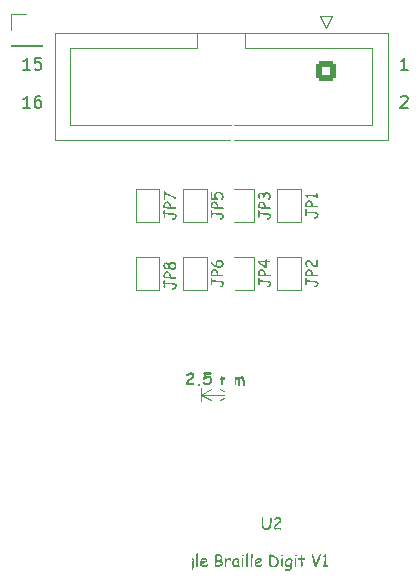
<source format=gto>
G04 #@! TF.GenerationSoftware,KiCad,Pcbnew,8.0.5*
G04 #@! TF.CreationDate,2024-12-04T12:39:20-06:00*
G04 #@! TF.ProjectId,KiCad_ETDBR,4b694361-645f-4455-9444-42522e6b6963,rev?*
G04 #@! TF.SameCoordinates,Original*
G04 #@! TF.FileFunction,Legend,Top*
G04 #@! TF.FilePolarity,Positive*
%FSLAX46Y46*%
G04 Gerber Fmt 4.6, Leading zero omitted, Abs format (unit mm)*
G04 Created by KiCad (PCBNEW 8.0.5) date 2024-12-04 12:39:20*
%MOMM*%
%LPD*%
G01*
G04 APERTURE LIST*
G04 Aperture macros list*
%AMRoundRect*
0 Rectangle with rounded corners*
0 $1 Rounding radius*
0 $2 $3 $4 $5 $6 $7 $8 $9 X,Y pos of 4 corners*
0 Add a 4 corners polygon primitive as box body*
4,1,4,$2,$3,$4,$5,$6,$7,$8,$9,$2,$3,0*
0 Add four circle primitives for the rounded corners*
1,1,$1+$1,$2,$3*
1,1,$1+$1,$4,$5*
1,1,$1+$1,$6,$7*
1,1,$1+$1,$8,$9*
0 Add four rect primitives between the rounded corners*
20,1,$1+$1,$2,$3,$4,$5,0*
20,1,$1+$1,$4,$5,$6,$7,0*
20,1,$1+$1,$6,$7,$8,$9,0*
20,1,$1+$1,$8,$9,$2,$3,0*%
%AMFreePoly0*
4,1,70,1.014978,1.789161,1.208563,1.714166,1.385071,1.604876,1.538492,1.465015,1.663601,1.299343,1.756138,1.113504,1.812952,0.913825,1.832107,0.707107,1.812952,0.500389,1.756138,0.300710,1.663601,0.114871,1.538492,-0.050801,1.385071,-0.190662,1.208563,-0.299952,1.014978,-0.374947,0.810909,-0.413094,0.603305,-0.413094,0.399236,-0.374947,0.205651,-0.299952,0.029143,-0.190662,
-0.060736,-0.108725,-0.062500,-0.108253,-0.075343,-0.095409,-0.124278,-0.050801,-0.249387,0.114871,-0.341924,0.300710,-0.398738,0.500389,-0.417893,0.707107,-0.172713,0.707107,-0.153487,0.524182,-0.096649,0.349252,-0.004682,0.189962,0.118393,0.053273,0.267197,-0.054839,0.435228,-0.129652,0.615141,-0.167893,0.799073,-0.167893,0.978986,-0.129652,1.147017,-0.054839,1.295821,0.053273,
1.418896,0.189962,1.510863,0.349252,1.567701,0.524182,1.586927,0.707107,1.567701,0.890032,1.510863,1.064962,1.418896,1.224252,1.295821,1.360941,1.147017,1.469053,0.978986,1.543866,0.799073,1.582107,0.615141,1.582107,0.435228,1.543866,0.267197,1.469053,0.118393,1.360941,-0.004682,1.224252,-0.096649,1.064962,-0.153487,0.890032,-0.172713,0.707107,-0.417893,0.707107,
-0.398738,0.913825,-0.341924,1.113504,-0.249387,1.299343,-0.124278,1.465015,0.029143,1.604876,0.205651,1.714166,0.399236,1.789161,0.603305,1.827308,0.810909,1.827308,1.014978,1.789161,1.014978,1.789161,$1*%
%AMFreePoly1*
4,1,70,1.014978,0.374947,1.208563,0.299952,1.385071,0.190662,1.538492,0.050801,1.663601,-0.114871,1.756138,-0.300710,1.812952,-0.500389,1.832107,-0.707107,1.812952,-0.913825,1.756138,-1.113504,1.663601,-1.299343,1.538492,-1.465015,1.385071,-1.604876,1.208563,-1.714166,1.014978,-1.789161,0.810909,-1.827308,0.603305,-1.827308,0.399236,-1.789161,0.205651,-1.714166,0.029143,-1.604876,
-0.124278,-1.465015,-0.249387,-1.299343,-0.341924,-1.113504,-0.398738,-0.913825,-0.417893,-0.707107,-0.172713,-0.707107,-0.153487,-0.890032,-0.096649,-1.064962,-0.004682,-1.224252,0.118393,-1.360941,0.267197,-1.469053,0.435228,-1.543866,0.615141,-1.582107,0.799073,-1.582107,0.978986,-1.543866,1.147017,-1.469053,1.295821,-1.360941,1.418896,-1.224252,1.510863,-1.064962,1.567701,-0.890032,
1.586927,-0.707107,1.567701,-0.524182,1.510863,-0.349252,1.418896,-0.189962,1.295821,-0.053273,1.147017,0.054839,0.978986,0.129652,0.799073,0.167893,0.615141,0.167893,0.435228,0.129652,0.267197,0.054839,0.118393,-0.053273,-0.004682,-0.189962,-0.096649,-0.349252,-0.153487,-0.524182,-0.172713,-0.707107,-0.417893,-0.707107,-0.398738,-0.500389,-0.341924,-0.300710,-0.249387,-0.114871,
-0.124278,0.050801,-0.075343,0.095409,-0.062500,0.108253,-0.060736,0.108725,0.029143,0.190662,0.205651,0.299952,0.399236,0.374947,0.603305,0.413094,0.810909,0.413094,1.014978,0.374947,1.014978,0.374947,$1*%
%AMFreePoly2*
4,1,70,-0.399236,0.374947,-0.205651,0.299952,-0.029143,0.190662,0.060736,0.108725,0.062500,0.108253,0.075343,0.095409,0.124278,0.050801,0.249387,-0.114871,0.341924,-0.300710,0.398738,-0.500389,0.417893,-0.707107,0.398738,-0.913825,0.341924,-1.113504,0.249387,-1.299343,0.124278,-1.465015,-0.029143,-1.604876,-0.205651,-1.714166,-0.399236,-1.789161,-0.603305,-1.827308,-0.810909,-1.827308,
-1.014978,-1.789161,-1.208563,-1.714166,-1.385071,-1.604876,-1.538492,-1.465015,-1.663601,-1.299343,-1.756138,-1.113504,-1.812952,-0.913825,-1.832107,-0.707107,-1.586927,-0.707107,-1.567701,-0.890032,-1.510863,-1.064962,-1.418896,-1.224252,-1.295821,-1.360941,-1.147017,-1.469053,-0.978986,-1.543866,-0.799073,-1.582107,-0.615141,-1.582107,-0.435228,-1.543866,-0.267197,-1.469053,-0.118393,-1.360941,
0.004682,-1.224252,0.096649,-1.064962,0.153487,-0.890032,0.172713,-0.707107,0.153487,-0.524182,0.096649,-0.349252,0.004682,-0.189962,-0.118393,-0.053273,-0.267197,0.054839,-0.435228,0.129652,-0.615141,0.167893,-0.799073,0.167893,-0.978986,0.129652,-1.147017,0.054839,-1.295821,-0.053273,-1.418896,-0.189962,-1.510863,-0.349252,-1.567701,-0.524182,-1.586927,-0.707107,-1.832107,-0.707107,
-1.812952,-0.500389,-1.756138,-0.300710,-1.663601,-0.114871,-1.538492,0.050801,-1.385071,0.190662,-1.208563,0.299952,-1.014978,0.374947,-0.810909,0.413094,-0.603305,0.413094,-0.399236,0.374947,-0.399236,0.374947,$1*%
%AMFreePoly3*
4,1,6,1.000000,0.000000,0.500000,-0.750000,-0.500000,-0.750000,-0.500000,0.750000,0.500000,0.750000,1.000000,0.000000,1.000000,0.000000,$1*%
%AMFreePoly4*
4,1,6,0.500000,-0.750000,-0.650000,-0.750000,-0.150000,0.000000,-0.650000,0.750000,0.500000,0.750000,0.500000,-0.750000,0.500000,-0.750000,$1*%
G04 Aperture macros list end*
%ADD10C,0.150000*%
%ADD11C,0.100000*%
%ADD12C,0.250000*%
%ADD13C,0.120000*%
%ADD14C,0.750000*%
%ADD15FreePoly0,0.000000*%
%ADD16FreePoly1,0.000000*%
%ADD17FreePoly2,0.000000*%
%ADD18R,1.700000X1.700000*%
%ADD19FreePoly3,270.000000*%
%ADD20FreePoly4,270.000000*%
%ADD21RoundRect,0.250000X-0.600000X0.600000X-0.600000X-0.600000X0.600000X-0.600000X0.600000X0.600000X0*%
%ADD22C,1.700000*%
%ADD23C,2.500000*%
G04 APERTURE END LIST*
D10*
X50089523Y-60809875D02*
X49518095Y-60809875D01*
X49803809Y-60809875D02*
X49803809Y-59809875D01*
X49803809Y-59809875D02*
X49708571Y-59952732D01*
X49708571Y-59952732D02*
X49613333Y-60047970D01*
X49613333Y-60047970D02*
X49518095Y-60095589D01*
X50994285Y-59809875D02*
X50518095Y-59809875D01*
X50518095Y-59809875D02*
X50470476Y-60286065D01*
X50470476Y-60286065D02*
X50518095Y-60238446D01*
X50518095Y-60238446D02*
X50613333Y-60190827D01*
X50613333Y-60190827D02*
X50851428Y-60190827D01*
X50851428Y-60190827D02*
X50946666Y-60238446D01*
X50946666Y-60238446D02*
X50994285Y-60286065D01*
X50994285Y-60286065D02*
X51041904Y-60381303D01*
X51041904Y-60381303D02*
X51041904Y-60619398D01*
X51041904Y-60619398D02*
X50994285Y-60714636D01*
X50994285Y-60714636D02*
X50946666Y-60762256D01*
X50946666Y-60762256D02*
X50851428Y-60809875D01*
X50851428Y-60809875D02*
X50613333Y-60809875D01*
X50613333Y-60809875D02*
X50518095Y-60762256D01*
X50518095Y-60762256D02*
X50470476Y-60714636D01*
X50089523Y-64029763D02*
X49518095Y-64029763D01*
X49803809Y-64029763D02*
X49803809Y-63029763D01*
X49803809Y-63029763D02*
X49708571Y-63172620D01*
X49708571Y-63172620D02*
X49613333Y-63267858D01*
X49613333Y-63267858D02*
X49518095Y-63315477D01*
X50946666Y-63029763D02*
X50756190Y-63029763D01*
X50756190Y-63029763D02*
X50660952Y-63077382D01*
X50660952Y-63077382D02*
X50613333Y-63125001D01*
X50613333Y-63125001D02*
X50518095Y-63267858D01*
X50518095Y-63267858D02*
X50470476Y-63458334D01*
X50470476Y-63458334D02*
X50470476Y-63839286D01*
X50470476Y-63839286D02*
X50518095Y-63934524D01*
X50518095Y-63934524D02*
X50565714Y-63982144D01*
X50565714Y-63982144D02*
X50660952Y-64029763D01*
X50660952Y-64029763D02*
X50851428Y-64029763D01*
X50851428Y-64029763D02*
X50946666Y-63982144D01*
X50946666Y-63982144D02*
X50994285Y-63934524D01*
X50994285Y-63934524D02*
X51041904Y-63839286D01*
X51041904Y-63839286D02*
X51041904Y-63601191D01*
X51041904Y-63601191D02*
X50994285Y-63505953D01*
X50994285Y-63505953D02*
X50946666Y-63458334D01*
X50946666Y-63458334D02*
X50851428Y-63410715D01*
X50851428Y-63410715D02*
X50660952Y-63410715D01*
X50660952Y-63410715D02*
X50565714Y-63458334D01*
X50565714Y-63458334D02*
X50518095Y-63505953D01*
X50518095Y-63505953D02*
X50470476Y-63601191D01*
X82065714Y-60809875D02*
X81494286Y-60809875D01*
X81780000Y-60809875D02*
X81780000Y-59809875D01*
X81780000Y-59809875D02*
X81684762Y-59952732D01*
X81684762Y-59952732D02*
X81589524Y-60047970D01*
X81589524Y-60047970D02*
X81494286Y-60095589D01*
X81494286Y-63125001D02*
X81541905Y-63077382D01*
X81541905Y-63077382D02*
X81637143Y-63029763D01*
X81637143Y-63029763D02*
X81875238Y-63029763D01*
X81875238Y-63029763D02*
X81970476Y-63077382D01*
X81970476Y-63077382D02*
X82018095Y-63125001D01*
X82018095Y-63125001D02*
X82065714Y-63220239D01*
X82065714Y-63220239D02*
X82065714Y-63315477D01*
X82065714Y-63315477D02*
X82018095Y-63458334D01*
X82018095Y-63458334D02*
X81446667Y-64029763D01*
X81446667Y-64029763D02*
X82065714Y-64029763D01*
G36*
X56952086Y-101942107D02*
G01*
X56930837Y-101939176D01*
X56880466Y-101928136D01*
X56830866Y-101919808D01*
X56782038Y-101914192D01*
X56727179Y-101911093D01*
X56706866Y-101910844D01*
X56655702Y-101912340D01*
X56604593Y-101916408D01*
X56584012Y-101918660D01*
X56532561Y-101925506D01*
X56482863Y-101933834D01*
X56440397Y-101942107D01*
X56445496Y-101992442D01*
X56446503Y-102019043D01*
X56445771Y-102075265D01*
X56443927Y-102132348D01*
X56441454Y-102187137D01*
X56438764Y-102236926D01*
X56435501Y-102290472D01*
X56434780Y-102301632D01*
X56735687Y-102269881D01*
X56788813Y-102263980D01*
X56837535Y-102259012D01*
X56886634Y-102255108D01*
X56898597Y-102254738D01*
X56945225Y-102270585D01*
X56949155Y-102274033D01*
X56969733Y-102319395D01*
X56969916Y-102325324D01*
X56954101Y-102374112D01*
X56906657Y-102395422D01*
X56743258Y-102411053D01*
X56425987Y-102442316D01*
X56423076Y-102493802D01*
X56421346Y-102531709D01*
X56419877Y-102582237D01*
X56419637Y-102610355D01*
X56420409Y-102661234D01*
X56423844Y-102715823D01*
X56433053Y-102766156D01*
X56441619Y-102783279D01*
X56491574Y-102799231D01*
X56543938Y-102801824D01*
X56549574Y-102801842D01*
X56598861Y-102801842D01*
X56651893Y-102801842D01*
X56677557Y-102801842D01*
X56726883Y-102801842D01*
X56778739Y-102801842D01*
X56806517Y-102801842D01*
X56846817Y-102794026D01*
X56886873Y-102786210D01*
X56936628Y-102800095D01*
X56959018Y-102845787D01*
X56959658Y-102858750D01*
X56945064Y-102905706D01*
X56901284Y-102929337D01*
X56846267Y-102936292D01*
X56790243Y-102939628D01*
X56741395Y-102941238D01*
X56685189Y-102942204D01*
X56634927Y-102942513D01*
X56621625Y-102942526D01*
X56570766Y-102941663D01*
X56513899Y-102938159D01*
X56464487Y-102931960D01*
X56415030Y-102920964D01*
X56365785Y-102900264D01*
X56348318Y-102887327D01*
X56319467Y-102847515D01*
X56300984Y-102796652D01*
X56290165Y-102741147D01*
X56284691Y-102686498D01*
X56282630Y-102637283D01*
X56282372Y-102610844D01*
X56282990Y-102559659D01*
X56284326Y-102516322D01*
X56286655Y-102466466D01*
X56289313Y-102416737D01*
X56289944Y-102405680D01*
X56282372Y-102372707D01*
X56295317Y-102331674D01*
X56299257Y-102273253D01*
X56302530Y-102219804D01*
X56305575Y-102162231D01*
X56307659Y-102111819D01*
X56308874Y-102062055D01*
X56308995Y-102043712D01*
X56305148Y-101993291D01*
X56302156Y-101970683D01*
X56296446Y-101921522D01*
X56295317Y-101897411D01*
X56304968Y-101848444D01*
X56344177Y-101819016D01*
X56363949Y-101817055D01*
X56410904Y-101831008D01*
X56413531Y-101832930D01*
X56464092Y-101814789D01*
X56512888Y-101799748D01*
X56564525Y-101786784D01*
X56569113Y-101785792D01*
X56618449Y-101776892D01*
X56669901Y-101771396D01*
X56706866Y-101770160D01*
X56757427Y-101771102D01*
X56813756Y-101774720D01*
X56865345Y-101781051D01*
X56919541Y-101791867D01*
X56967285Y-101806376D01*
X56973579Y-101808750D01*
X57011919Y-101839825D01*
X57019497Y-101872498D01*
X57001667Y-101919637D01*
X56957544Y-101941909D01*
X56952086Y-101942107D01*
G37*
G36*
X57996224Y-102019776D02*
G01*
X57945837Y-102018406D01*
X57894680Y-102015486D01*
X57839420Y-102011472D01*
X57785365Y-102007870D01*
X57734503Y-102005408D01*
X57682861Y-102004633D01*
X57634012Y-102004633D01*
X57635905Y-102058672D01*
X57638527Y-102108738D01*
X57642179Y-102166978D01*
X57646010Y-102221756D01*
X57650556Y-102282211D01*
X57652575Y-102307983D01*
X57656937Y-102366985D01*
X57660560Y-102421718D01*
X57663444Y-102472181D01*
X57665928Y-102527102D01*
X57667481Y-102583405D01*
X57667718Y-102611821D01*
X57670465Y-102661097D01*
X57672602Y-102683628D01*
X57676681Y-102732414D01*
X57677487Y-102756168D01*
X57672149Y-102806218D01*
X57662344Y-102835303D01*
X57629925Y-102873714D01*
X57602505Y-102880000D01*
X57555936Y-102863256D01*
X57553168Y-102860949D01*
X57531272Y-102815783D01*
X57531186Y-102812100D01*
X57534605Y-102781570D01*
X57538025Y-102751039D01*
X57536475Y-102699680D01*
X57533628Y-102651144D01*
X57530623Y-102599185D01*
X57529232Y-102550516D01*
X57528240Y-102497103D01*
X57525744Y-102442277D01*
X57522395Y-102389275D01*
X57517930Y-102330725D01*
X57513356Y-102277697D01*
X57508524Y-102220862D01*
X57504407Y-102169276D01*
X57500411Y-102114298D01*
X57497052Y-102059708D01*
X57494930Y-102009913D01*
X57494794Y-102004633D01*
X57432268Y-102005366D01*
X57378114Y-102004610D01*
X57328495Y-102002343D01*
X57276336Y-101997789D01*
X57224281Y-101990064D01*
X57195840Y-101983872D01*
X57152389Y-101957999D01*
X57140153Y-101917194D01*
X57156886Y-101869909D01*
X57157983Y-101868590D01*
X57203103Y-101846764D01*
X57210983Y-101846852D01*
X57261278Y-101851951D01*
X57310388Y-101857972D01*
X57320893Y-101859309D01*
X57372343Y-101864527D01*
X57423825Y-101867298D01*
X57432023Y-101867369D01*
X57483925Y-101866941D01*
X57536796Y-101866060D01*
X57557076Y-101865659D01*
X57609760Y-101864686D01*
X57658925Y-101864056D01*
X57682128Y-101863949D01*
X57733616Y-101865199D01*
X57784687Y-101867861D01*
X57839176Y-101871521D01*
X57888009Y-101874833D01*
X57940078Y-101877643D01*
X57989400Y-101879063D01*
X57996224Y-101879092D01*
X58043050Y-101896910D01*
X58045561Y-101899364D01*
X58065413Y-101944132D01*
X58065589Y-101949678D01*
X58047987Y-101996934D01*
X58045561Y-101999504D01*
X57999880Y-102019697D01*
X57996224Y-102019776D01*
G37*
G36*
X58277945Y-101833156D02*
G01*
X58324275Y-101854566D01*
X58341095Y-101862728D01*
X58388402Y-101885305D01*
X58435253Y-101907127D01*
X58463461Y-101919148D01*
X58511344Y-101936737D01*
X58557418Y-101956533D01*
X58601683Y-101978533D01*
X58644139Y-102002740D01*
X58694666Y-102036101D01*
X58742366Y-102072908D01*
X58787240Y-102113161D01*
X58795875Y-102121625D01*
X58833714Y-102162425D01*
X58866507Y-102204225D01*
X58894256Y-102247025D01*
X58916959Y-102290825D01*
X58938243Y-102346980D01*
X58951644Y-102404698D01*
X58957162Y-102463978D01*
X58957320Y-102476022D01*
X58954667Y-102526430D01*
X58946708Y-102575926D01*
X58933442Y-102624510D01*
X58914871Y-102672183D01*
X58901877Y-102699016D01*
X58875799Y-102743701D01*
X58845864Y-102784367D01*
X58812072Y-102821012D01*
X58774424Y-102853637D01*
X58751179Y-102870474D01*
X58707991Y-102894960D01*
X58658294Y-102914380D01*
X58602089Y-102928735D01*
X58550279Y-102936826D01*
X58493949Y-102941400D01*
X58445631Y-102942526D01*
X58395471Y-102939091D01*
X58346789Y-102930558D01*
X58330837Y-102926894D01*
X58281999Y-102913002D01*
X58236040Y-102893234D01*
X58214089Y-102879267D01*
X58207250Y-102879267D01*
X58160209Y-102861449D01*
X58157669Y-102858995D01*
X58137962Y-102812798D01*
X58137885Y-102809169D01*
X58138505Y-102757654D01*
X58138638Y-102752749D01*
X58277836Y-102752749D01*
X58292247Y-102761542D01*
X58337613Y-102784486D01*
X58385317Y-102797080D01*
X58439174Y-102801802D01*
X58444898Y-102801842D01*
X58500620Y-102800167D01*
X58550365Y-102795144D01*
X58600848Y-102785051D01*
X58648583Y-102767935D01*
X58673021Y-102754214D01*
X58711919Y-102723097D01*
X58745569Y-102685922D01*
X58773972Y-102642688D01*
X58779023Y-102633314D01*
X58799888Y-102585196D01*
X58813026Y-102535789D01*
X58818435Y-102485094D01*
X58818590Y-102474801D01*
X58813426Y-102416086D01*
X58797934Y-102360078D01*
X58772115Y-102306778D01*
X58744023Y-102266086D01*
X58709321Y-102227128D01*
X58668010Y-102189902D01*
X58620089Y-102154408D01*
X58607076Y-102145806D01*
X58560563Y-102118878D01*
X58510631Y-102093312D01*
X58459170Y-102068492D01*
X58411552Y-102046335D01*
X58358202Y-102022132D01*
X58299120Y-101995883D01*
X58283454Y-101989002D01*
X58286873Y-102185129D01*
X58288827Y-102380767D01*
X58277836Y-102752749D01*
X58138638Y-102752749D01*
X58139894Y-102706447D01*
X58141761Y-102654353D01*
X58143845Y-102604287D01*
X58144235Y-102595457D01*
X58146477Y-102544475D01*
X58148505Y-102491334D01*
X58150051Y-102438959D01*
X58150824Y-102386027D01*
X58150830Y-102381500D01*
X58150579Y-102330510D01*
X58149934Y-102274773D01*
X58149044Y-102217964D01*
X58148039Y-102163298D01*
X58147655Y-102143852D01*
X58146659Y-102087348D01*
X58145869Y-102036358D01*
X58145208Y-101983836D01*
X58144795Y-101933000D01*
X58144724Y-101906203D01*
X58163750Y-101859184D01*
X58173545Y-101847829D01*
X58214974Y-101819489D01*
X58231186Y-101817055D01*
X58277945Y-101833156D01*
G37*
G36*
X59476006Y-101820947D02*
G01*
X59527497Y-101832622D01*
X59578053Y-101852082D01*
X59627675Y-101879325D01*
X59655610Y-101898387D01*
X59699270Y-101935021D01*
X59733898Y-101974763D01*
X59759492Y-102017613D01*
X59776052Y-102063572D01*
X59783580Y-102112639D01*
X59784082Y-102129685D01*
X59780731Y-102182305D01*
X59770677Y-102231323D01*
X59749766Y-102285390D01*
X59719203Y-102334271D01*
X59686361Y-102371044D01*
X59646817Y-102404214D01*
X59695101Y-102426318D01*
X59741647Y-102452645D01*
X59783712Y-102483710D01*
X59800935Y-102499958D01*
X59832190Y-102540647D01*
X59849771Y-102587673D01*
X59852226Y-102614263D01*
X59843424Y-102664700D01*
X59820453Y-102709156D01*
X59788064Y-102747925D01*
X59762100Y-102771800D01*
X59722425Y-102802817D01*
X59677405Y-102830654D01*
X59630942Y-102851912D01*
X59580534Y-102869010D01*
X59525941Y-102883210D01*
X59467162Y-102894512D01*
X59417124Y-102901467D01*
X59364408Y-102906568D01*
X59309013Y-102909814D01*
X59250938Y-102911205D01*
X59236001Y-102911263D01*
X59189912Y-102893204D01*
X59179825Y-102883907D01*
X59154709Y-102840121D01*
X59153447Y-102827487D01*
X59153447Y-102632826D01*
X59289490Y-102632826D01*
X59289490Y-102770579D01*
X59344114Y-102767764D01*
X59395483Y-102763137D01*
X59452828Y-102755191D01*
X59505484Y-102744636D01*
X59553452Y-102731469D01*
X59582826Y-102721242D01*
X59626968Y-102700126D01*
X59669179Y-102670208D01*
X59674661Y-102665554D01*
X59709738Y-102630482D01*
X59716671Y-102613531D01*
X59685673Y-102573650D01*
X59639391Y-102548043D01*
X59628743Y-102543189D01*
X59579765Y-102522821D01*
X59531748Y-102506781D01*
X59500272Y-102498492D01*
X59427487Y-102487013D01*
X59400376Y-102488234D01*
X59372533Y-102489211D01*
X59321808Y-102486476D01*
X59293642Y-102482861D01*
X59291453Y-102533713D01*
X59289981Y-102585463D01*
X59289490Y-102632826D01*
X59153447Y-102632826D01*
X59153447Y-102630872D01*
X59154225Y-102577367D01*
X59156184Y-102522111D01*
X59158811Y-102468479D01*
X59161670Y-102419364D01*
X59165137Y-102366231D01*
X59165903Y-102355122D01*
X59166860Y-102341200D01*
X59303168Y-102341200D01*
X59355251Y-102345274D01*
X59404521Y-102348519D01*
X59407704Y-102348527D01*
X59457132Y-102341551D01*
X59507120Y-102326659D01*
X59551156Y-102304311D01*
X59577208Y-102285268D01*
X59611448Y-102248766D01*
X59636349Y-102201864D01*
X59646932Y-102153942D01*
X59648039Y-102130907D01*
X59636107Y-102080486D01*
X59607372Y-102040277D01*
X59575743Y-102012449D01*
X59534557Y-101986002D01*
X59487254Y-101966768D01*
X59438329Y-101958219D01*
X59423335Y-101957739D01*
X59373533Y-101958391D01*
X59324380Y-101961550D01*
X59318311Y-101962379D01*
X59316845Y-102080348D01*
X59303168Y-102341200D01*
X59166860Y-102341200D01*
X59169879Y-102297283D01*
X59173259Y-102244669D01*
X59176528Y-102188426D01*
X59179256Y-102132316D01*
X59180943Y-102080728D01*
X59181046Y-102075219D01*
X59181610Y-102025243D01*
X59183660Y-101973706D01*
X59186683Y-101919850D01*
X59188618Y-101890083D01*
X59210231Y-101846096D01*
X59211332Y-101845387D01*
X59259586Y-101832991D01*
X59311045Y-101824138D01*
X59365709Y-101818825D01*
X59416170Y-101817082D01*
X59423579Y-101817055D01*
X59476006Y-101820947D01*
G37*
G36*
X60258890Y-101830000D02*
G01*
X60309564Y-101838371D01*
X60360340Y-101851843D01*
X60409471Y-101871731D01*
X60417648Y-101875917D01*
X60467364Y-101904149D01*
X60512190Y-101933522D01*
X60552126Y-101964038D01*
X60597767Y-102006502D01*
X60634714Y-102050996D01*
X60662968Y-102097520D01*
X60682528Y-102146075D01*
X60693395Y-102196660D01*
X60695840Y-102235931D01*
X60689918Y-102286581D01*
X60672149Y-102334239D01*
X60642534Y-102378905D01*
X60606905Y-102415533D01*
X60601074Y-102420579D01*
X60560606Y-102450788D01*
X60515406Y-102477182D01*
X60465474Y-102499759D01*
X60417901Y-102516384D01*
X60410809Y-102518520D01*
X60462550Y-102547532D01*
X60510918Y-102576925D01*
X60555912Y-102606699D01*
X60597533Y-102636856D01*
X60635780Y-102667394D01*
X60678844Y-102706103D01*
X60716637Y-102745408D01*
X60730279Y-102761297D01*
X60748108Y-102808192D01*
X60730857Y-102854654D01*
X60727104Y-102858750D01*
X60681494Y-102879916D01*
X60678011Y-102880000D01*
X60632015Y-102860465D01*
X60629162Y-102857773D01*
X60586080Y-102816445D01*
X60542105Y-102777731D01*
X60497237Y-102741632D01*
X60451475Y-102708148D01*
X60404821Y-102677278D01*
X60357274Y-102649023D01*
X60308834Y-102623383D01*
X60259501Y-102600357D01*
X60209274Y-102579945D01*
X60158155Y-102562149D01*
X60123579Y-102551737D01*
X60129197Y-102687536D01*
X60132616Y-102824312D01*
X60116569Y-102871424D01*
X60113077Y-102875359D01*
X60067639Y-102895552D01*
X60063984Y-102895631D01*
X60017130Y-102877814D01*
X60014647Y-102875359D01*
X59995279Y-102830391D01*
X59995108Y-102824801D01*
X59994261Y-102771998D01*
X59992458Y-102719476D01*
X59990294Y-102670006D01*
X59989979Y-102663356D01*
X59987735Y-102612950D01*
X59985831Y-102559303D01*
X59984870Y-102508653D01*
X59984850Y-102501667D01*
X59986466Y-102450904D01*
X59989406Y-102409588D01*
X60126999Y-102409588D01*
X60156796Y-102410321D01*
X60187571Y-102411053D01*
X60240150Y-102409879D01*
X60297578Y-102405368D01*
X60348823Y-102397474D01*
X60400795Y-102383988D01*
X60449888Y-102362937D01*
X60491525Y-102334155D01*
X60521451Y-102305785D01*
X60550878Y-102265135D01*
X60557843Y-102238862D01*
X60549265Y-102184695D01*
X60527237Y-102138331D01*
X60496844Y-102099140D01*
X60456071Y-102061234D01*
X60449399Y-102055924D01*
X60405335Y-102025088D01*
X60360335Y-102000539D01*
X60314400Y-101982278D01*
X60260758Y-101969108D01*
X60240328Y-101966287D01*
X60138722Y-101957739D01*
X60145561Y-102043224D01*
X60149373Y-102093382D01*
X60150446Y-102128709D01*
X60148955Y-102179105D01*
X60145363Y-102228863D01*
X60141409Y-102269148D01*
X60126999Y-102409588D01*
X59989406Y-102409588D01*
X59990192Y-102398551D01*
X59995321Y-102343841D01*
X59998527Y-102313600D01*
X60003952Y-102261882D01*
X60008520Y-102210102D01*
X60011579Y-102161193D01*
X60012449Y-102126022D01*
X60010362Y-102076065D01*
X60006260Y-102026719D01*
X60005854Y-102022463D01*
X60001585Y-101972104D01*
X59999286Y-101923158D01*
X59999260Y-101918660D01*
X60009650Y-101869429D01*
X60021242Y-101850027D01*
X60061637Y-101820089D01*
X60093293Y-101817055D01*
X60258890Y-101830000D01*
G37*
G36*
X61293991Y-102696573D02*
G01*
X61312284Y-102649628D01*
X61313531Y-102648457D01*
X61359698Y-102629967D01*
X61363356Y-102629895D01*
X61409243Y-102650503D01*
X61422463Y-102666531D01*
X61453597Y-102706159D01*
X61484989Y-102733942D01*
X61531384Y-102754801D01*
X61584430Y-102766250D01*
X61634321Y-102770257D01*
X61654738Y-102770579D01*
X61707036Y-102767953D01*
X61757442Y-102760076D01*
X61805955Y-102746948D01*
X61852575Y-102728569D01*
X61898065Y-102702943D01*
X61936373Y-102668734D01*
X61962026Y-102623972D01*
X61969323Y-102578604D01*
X61957721Y-102528153D01*
X61927038Y-102489150D01*
X61883027Y-102459636D01*
X61871137Y-102453796D01*
X61821315Y-102434418D01*
X61771806Y-102422026D01*
X61717382Y-102414184D01*
X61665729Y-102411053D01*
X61613507Y-102406504D01*
X61565284Y-102397009D01*
X61515814Y-102380416D01*
X61480837Y-102363182D01*
X61438201Y-102331949D01*
X61404797Y-102289587D01*
X61386810Y-102239574D01*
X61383384Y-102201981D01*
X61390022Y-102148929D01*
X61409938Y-102097910D01*
X61437575Y-102055798D01*
X61474967Y-102015180D01*
X61513579Y-101982474D01*
X61522114Y-101976057D01*
X61563774Y-101948263D01*
X61614332Y-101921130D01*
X61665508Y-101900779D01*
X61717303Y-101887212D01*
X61769716Y-101880429D01*
X61796154Y-101879581D01*
X61848567Y-101883050D01*
X61900837Y-101892325D01*
X61946608Y-101904249D01*
X61995228Y-101921362D01*
X62039398Y-101948530D01*
X62057739Y-101986071D01*
X62044161Y-102033054D01*
X61995945Y-102051528D01*
X61945417Y-102045326D01*
X61899713Y-102035652D01*
X61849029Y-102025336D01*
X61798076Y-102020239D01*
X61793224Y-102020265D01*
X61741734Y-102023699D01*
X61688589Y-102034315D01*
X61640506Y-102052078D01*
X61611263Y-102067892D01*
X61570691Y-102099510D01*
X61541839Y-102142741D01*
X61534326Y-102183175D01*
X61559727Y-102226894D01*
X61606660Y-102248167D01*
X61635931Y-102255471D01*
X61686932Y-102262758D01*
X61738166Y-102267319D01*
X61782233Y-102270369D01*
X61838804Y-102277428D01*
X61890551Y-102289810D01*
X61937471Y-102307515D01*
X61986112Y-102334901D01*
X62028185Y-102369532D01*
X62063661Y-102411771D01*
X62089002Y-102458375D01*
X62104206Y-102509346D01*
X62109274Y-102564682D01*
X62105583Y-102614287D01*
X62091409Y-102669562D01*
X62066605Y-102720200D01*
X62031171Y-102766202D01*
X61993522Y-102800995D01*
X61958087Y-102826510D01*
X61907435Y-102855313D01*
X61853845Y-102878156D01*
X61806944Y-102892640D01*
X61758004Y-102902986D01*
X61707024Y-102909193D01*
X61654005Y-102911263D01*
X61599991Y-102908913D01*
X61548010Y-102901866D01*
X61498063Y-102890120D01*
X61450150Y-102873676D01*
X61423684Y-102862170D01*
X61380204Y-102837967D01*
X61340656Y-102805736D01*
X61310198Y-102763635D01*
X61295463Y-102715916D01*
X61293991Y-102696573D01*
G37*
G36*
X62398702Y-101989002D02*
G01*
X62350925Y-101975458D01*
X62341549Y-101968485D01*
X62317823Y-101924036D01*
X62317613Y-101918660D01*
X62337271Y-101873000D01*
X62341549Y-101869078D01*
X62386646Y-101849048D01*
X62398702Y-101848318D01*
X62446155Y-101862023D01*
X62455366Y-101869078D01*
X62478849Y-101913285D01*
X62479057Y-101918660D01*
X62459600Y-101964520D01*
X62455366Y-101968485D01*
X62408779Y-101988501D01*
X62398702Y-101989002D01*
G37*
G36*
X62429720Y-102559309D02*
G01*
X62430270Y-102611516D01*
X62431403Y-102664375D01*
X62431919Y-102684605D01*
X62433309Y-102737126D01*
X62434208Y-102786546D01*
X62434361Y-102810146D01*
X62419116Y-102856698D01*
X62415799Y-102860460D01*
X62370690Y-102879923D01*
X62366950Y-102880000D01*
X62321011Y-102862826D01*
X62318590Y-102860460D01*
X62299857Y-102813949D01*
X62299783Y-102810146D01*
X62299173Y-102757756D01*
X62297913Y-102704839D01*
X62297341Y-102684605D01*
X62295950Y-102632113D01*
X62295051Y-102582802D01*
X62294898Y-102559309D01*
X62295706Y-102510301D01*
X62297844Y-102459086D01*
X62300909Y-102407568D01*
X62301737Y-102395422D01*
X62305161Y-102342762D01*
X62307651Y-102290278D01*
X62308793Y-102239874D01*
X62308820Y-102231535D01*
X62324266Y-102184257D01*
X62327627Y-102180488D01*
X62374165Y-102160968D01*
X62375987Y-102160949D01*
X62421954Y-102178122D01*
X62424347Y-102180488D01*
X62443231Y-102225732D01*
X62443398Y-102231535D01*
X62442590Y-102280543D01*
X62440453Y-102331758D01*
X62437387Y-102383275D01*
X62436559Y-102395422D01*
X62433253Y-102448082D01*
X62430849Y-102500565D01*
X62429747Y-102550969D01*
X62429720Y-102559309D01*
G37*
G36*
X63186141Y-102911263D02*
G01*
X63137884Y-102894030D01*
X63119462Y-102850202D01*
X63100167Y-102707808D01*
X63094744Y-102656712D01*
X63091572Y-102607866D01*
X63090642Y-102565415D01*
X63092512Y-102514337D01*
X63093084Y-102503866D01*
X63095333Y-102454267D01*
X63095526Y-102442072D01*
X63092897Y-102387350D01*
X63081788Y-102336742D01*
X63047226Y-102302181D01*
X63040572Y-102301632D01*
X62988486Y-102312109D01*
X62942538Y-102339815D01*
X62906741Y-102374448D01*
X62893538Y-102390293D01*
X62863633Y-102433264D01*
X62837179Y-102481578D01*
X62816861Y-102528236D01*
X62799184Y-102578985D01*
X62794619Y-102594235D01*
X62790216Y-102645174D01*
X62788513Y-102659448D01*
X62784621Y-102708175D01*
X62784361Y-102723928D01*
X62787540Y-102774311D01*
X62788513Y-102784012D01*
X62792467Y-102834226D01*
X62792665Y-102843852D01*
X62775921Y-102890091D01*
X62773614Y-102892456D01*
X62727091Y-102911244D01*
X62725254Y-102911263D01*
X62678772Y-102894733D01*
X62676406Y-102892456D01*
X62658159Y-102847104D01*
X62658087Y-102843363D01*
X62654534Y-102792793D01*
X62653447Y-102783035D01*
X62649325Y-102733851D01*
X62649050Y-102722463D01*
X62650205Y-102668622D01*
X62652867Y-102615168D01*
X62656530Y-102560549D01*
X62658820Y-102530732D01*
X62662722Y-102479638D01*
X62666008Y-102427485D01*
X62668208Y-102376768D01*
X62668834Y-102338757D01*
X62667095Y-102287707D01*
X62666392Y-102275010D01*
X62664367Y-102224995D01*
X62664194Y-102211263D01*
X62682531Y-102165035D01*
X62683733Y-102163879D01*
X62730301Y-102145335D01*
X62732093Y-102145317D01*
X62778894Y-102165227D01*
X62799225Y-102214693D01*
X62801702Y-102235931D01*
X62803656Y-102317264D01*
X62839837Y-102272232D01*
X62876328Y-102234832D01*
X62920526Y-102200027D01*
X62965171Y-102176214D01*
X63017821Y-102162322D01*
X63040572Y-102160949D01*
X63091359Y-102166749D01*
X63138532Y-102187143D01*
X63175156Y-102222219D01*
X63193712Y-102253761D01*
X63210855Y-102303257D01*
X63220159Y-102354187D01*
X63224861Y-102407340D01*
X63225952Y-102436699D01*
X63225952Y-102503133D01*
X63225219Y-102564438D01*
X63227638Y-102614130D01*
X63233463Y-102664364D01*
X63239874Y-102705610D01*
X63247731Y-102756477D01*
X63253012Y-102805102D01*
X63254773Y-102846050D01*
X63236435Y-102892048D01*
X63235233Y-102893189D01*
X63189796Y-102911192D01*
X63186141Y-102911263D01*
G37*
G36*
X63795766Y-102164174D02*
G01*
X63845485Y-102175761D01*
X63850970Y-102177801D01*
X63895073Y-102203551D01*
X63916915Y-102228115D01*
X63964515Y-102242763D01*
X63988637Y-102287750D01*
X63990432Y-102311158D01*
X63987674Y-102360993D01*
X63980919Y-102413978D01*
X63976022Y-102444026D01*
X63968135Y-102493425D01*
X63960865Y-102544144D01*
X63957459Y-102575429D01*
X63941584Y-102810146D01*
X63939331Y-102860825D01*
X63934945Y-102915391D01*
X63928665Y-102965049D01*
X63919171Y-103015791D01*
X63913496Y-103038757D01*
X63898160Y-103085487D01*
X63876312Y-103131908D01*
X63846222Y-103175228D01*
X63814577Y-103205819D01*
X63768721Y-103234243D01*
X63721083Y-103252452D01*
X63666433Y-103264443D01*
X63614008Y-103269773D01*
X63576196Y-103270788D01*
X63527132Y-103269667D01*
X63478055Y-103265794D01*
X63426718Y-103257494D01*
X63422812Y-103256622D01*
X63373586Y-103237970D01*
X63340487Y-103199622D01*
X63336350Y-103174312D01*
X63349498Y-103126277D01*
X63396189Y-103107390D01*
X63445693Y-103113046D01*
X63478499Y-103119357D01*
X63527389Y-103127023D01*
X63576167Y-103130091D01*
X63606238Y-103130104D01*
X63660037Y-103123159D01*
X63706029Y-103104245D01*
X63744213Y-103073364D01*
X63774590Y-103030514D01*
X63788443Y-103000655D01*
X63802991Y-102952448D01*
X63812540Y-102900900D01*
X63818361Y-102849758D01*
X63822002Y-102792193D01*
X63823370Y-102739316D01*
X63798784Y-102784348D01*
X63768543Y-102825068D01*
X63734954Y-102856552D01*
X63691020Y-102881854D01*
X63642168Y-102894257D01*
X63617962Y-102895631D01*
X63565793Y-102891494D01*
X63518065Y-102879082D01*
X63468957Y-102854764D01*
X63425649Y-102819639D01*
X63415729Y-102809169D01*
X63385370Y-102768876D01*
X63362468Y-102723651D01*
X63347022Y-102673493D01*
X63339033Y-102618404D01*
X63337815Y-102584710D01*
X63338380Y-102572254D01*
X63470928Y-102572254D01*
X63474625Y-102624780D01*
X63487232Y-102672366D01*
X63508785Y-102709274D01*
X63549110Y-102740496D01*
X63599448Y-102753832D01*
X63622114Y-102754947D01*
X63673588Y-102744884D01*
X63719807Y-102717978D01*
X63756936Y-102683384D01*
X63788893Y-102642287D01*
X63812530Y-102597356D01*
X63824103Y-102552714D01*
X63833324Y-102502869D01*
X63841010Y-102452104D01*
X63847961Y-102399746D01*
X63854086Y-102348970D01*
X63855122Y-102339979D01*
X63810805Y-102315709D01*
X63797969Y-102311158D01*
X63748655Y-102301967D01*
X63736908Y-102301632D01*
X63682580Y-102305571D01*
X63633932Y-102317387D01*
X63585290Y-102340537D01*
X63544066Y-102373975D01*
X63534919Y-102383942D01*
X63503986Y-102428758D01*
X63484988Y-102473947D01*
X63473990Y-102524173D01*
X63470928Y-102572254D01*
X63338380Y-102572254D01*
X63340415Y-102527423D01*
X63348215Y-102473713D01*
X63361214Y-102423581D01*
X63379413Y-102377027D01*
X63402812Y-102334051D01*
X63437754Y-102287202D01*
X63444305Y-102279895D01*
X63480596Y-102245628D01*
X63520774Y-102217169D01*
X63564840Y-102194518D01*
X63612795Y-102177675D01*
X63664637Y-102166640D01*
X63720366Y-102161413D01*
X63743747Y-102160949D01*
X63795766Y-102164174D01*
G37*
G36*
X64308925Y-102330697D02*
G01*
X64298667Y-102678743D01*
X64297780Y-102732296D01*
X64295891Y-102785066D01*
X64293624Y-102834529D01*
X64293293Y-102841165D01*
X64277024Y-102889083D01*
X64233244Y-102910989D01*
X64225882Y-102911263D01*
X64177496Y-102895592D01*
X64158735Y-102848580D01*
X64158471Y-102839944D01*
X64159070Y-102785547D01*
X64160364Y-102733942D01*
X64162050Y-102683235D01*
X64164268Y-102626552D01*
X64166043Y-102585443D01*
X64168224Y-102534401D01*
X64170354Y-102478645D01*
X64171951Y-102428882D01*
X64173141Y-102378401D01*
X64173614Y-102330697D01*
X64173778Y-102280772D01*
X64174269Y-102227808D01*
X64175087Y-102171805D01*
X64176049Y-102121385D01*
X64177034Y-102077662D01*
X64178196Y-102025380D01*
X64179117Y-101975332D01*
X64179889Y-101919763D01*
X64180333Y-101867233D01*
X64180453Y-101824626D01*
X64193356Y-101776708D01*
X64239701Y-101754802D01*
X64247864Y-101754528D01*
X64296601Y-101769931D01*
X64315498Y-101816138D01*
X64315764Y-101824626D01*
X64315600Y-101874551D01*
X64315109Y-101927515D01*
X64314291Y-101983518D01*
X64313329Y-102033939D01*
X64312344Y-102077662D01*
X64311182Y-102129943D01*
X64310261Y-102179992D01*
X64309489Y-102235560D01*
X64309045Y-102288090D01*
X64308925Y-102330697D01*
G37*
G36*
X64874042Y-102163376D02*
G01*
X64923196Y-102170657D01*
X64972217Y-102184651D01*
X65005750Y-102199783D01*
X65048608Y-102230906D01*
X65079777Y-102275003D01*
X65093025Y-102323256D01*
X65094410Y-102347306D01*
X65083488Y-102397727D01*
X65054286Y-102440808D01*
X65016741Y-102473824D01*
X64972048Y-102498775D01*
X64927715Y-102519949D01*
X64878057Y-102542145D01*
X64871172Y-102545143D01*
X64608855Y-102660425D01*
X64643273Y-102700443D01*
X64683819Y-102731593D01*
X64704598Y-102742979D01*
X64754337Y-102760849D01*
X64805760Y-102769258D01*
X64838199Y-102770579D01*
X64889734Y-102766304D01*
X64937721Y-102756537D01*
X64949574Y-102753482D01*
X64998482Y-102736950D01*
X65040944Y-102711318D01*
X65053866Y-102696573D01*
X65090960Y-102663371D01*
X65104180Y-102661158D01*
X65146922Y-102680209D01*
X65165973Y-102724661D01*
X65153976Y-102772408D01*
X65122662Y-102811668D01*
X65078511Y-102843614D01*
X65043119Y-102862170D01*
X64997344Y-102881299D01*
X64945717Y-102897407D01*
X64894823Y-102907379D01*
X64844662Y-102911215D01*
X64838443Y-102911263D01*
X64782269Y-102908532D01*
X64730251Y-102900340D01*
X64682389Y-102886688D01*
X64631803Y-102863857D01*
X64586873Y-102833593D01*
X64551181Y-102798932D01*
X64518874Y-102752373D01*
X64499182Y-102707218D01*
X64486874Y-102657221D01*
X64481951Y-102602381D01*
X64481849Y-102592770D01*
X64483771Y-102543189D01*
X64597131Y-102543189D01*
X64807913Y-102450132D01*
X64858890Y-102426352D01*
X64903042Y-102403950D01*
X64949779Y-102377175D01*
X64985233Y-102352679D01*
X64943664Y-102325760D01*
X64892841Y-102308811D01*
X64839187Y-102302081D01*
X64819637Y-102301632D01*
X64770020Y-102307524D01*
X64721778Y-102327614D01*
X64683682Y-102358249D01*
X64680174Y-102361960D01*
X64648136Y-102405476D01*
X64624033Y-102454836D01*
X64606372Y-102506822D01*
X64597131Y-102543189D01*
X64483771Y-102543189D01*
X64483960Y-102538313D01*
X64490292Y-102486682D01*
X64500847Y-102437877D01*
X64519085Y-102383043D01*
X64543402Y-102332278D01*
X64568311Y-102293084D01*
X64599241Y-102255018D01*
X64640434Y-102217855D01*
X64686075Y-102189982D01*
X64736164Y-102171401D01*
X64790700Y-102162110D01*
X64819637Y-102160949D01*
X64874042Y-102163376D01*
G37*
G36*
X66060793Y-101820947D02*
G01*
X66112284Y-101832622D01*
X66162841Y-101852082D01*
X66212462Y-101879325D01*
X66240397Y-101898387D01*
X66284058Y-101935021D01*
X66318685Y-101974763D01*
X66344279Y-102017613D01*
X66360840Y-102063572D01*
X66368367Y-102112639D01*
X66368869Y-102129685D01*
X66365518Y-102182305D01*
X66355464Y-102231323D01*
X66334553Y-102285390D01*
X66303990Y-102334271D01*
X66271149Y-102371044D01*
X66231605Y-102404214D01*
X66279888Y-102426318D01*
X66326434Y-102452645D01*
X66368500Y-102483710D01*
X66385722Y-102499958D01*
X66416977Y-102540647D01*
X66434558Y-102587673D01*
X66437013Y-102614263D01*
X66428211Y-102664700D01*
X66405240Y-102709156D01*
X66372851Y-102747925D01*
X66346887Y-102771800D01*
X66307212Y-102802817D01*
X66262192Y-102830654D01*
X66215729Y-102851912D01*
X66165321Y-102869010D01*
X66110728Y-102883210D01*
X66051949Y-102894512D01*
X66001912Y-102901467D01*
X65949195Y-102906568D01*
X65893800Y-102909814D01*
X65835725Y-102911205D01*
X65820788Y-102911263D01*
X65774699Y-102893204D01*
X65764612Y-102883907D01*
X65739496Y-102840121D01*
X65738234Y-102827487D01*
X65738234Y-102632826D01*
X65874277Y-102632826D01*
X65874277Y-102770579D01*
X65928902Y-102767764D01*
X65980270Y-102763137D01*
X66037615Y-102755191D01*
X66090271Y-102744636D01*
X66138239Y-102731469D01*
X66167613Y-102721242D01*
X66211756Y-102700126D01*
X66253966Y-102670208D01*
X66259448Y-102665554D01*
X66294525Y-102630482D01*
X66301458Y-102613531D01*
X66270460Y-102573650D01*
X66224178Y-102548043D01*
X66213531Y-102543189D01*
X66164552Y-102522821D01*
X66116536Y-102506781D01*
X66085059Y-102498492D01*
X66012274Y-102487013D01*
X65985164Y-102488234D01*
X65957320Y-102489211D01*
X65906595Y-102486476D01*
X65878429Y-102482861D01*
X65876240Y-102533713D01*
X65874768Y-102585463D01*
X65874277Y-102632826D01*
X65738234Y-102632826D01*
X65738234Y-102630872D01*
X65739013Y-102577367D01*
X65740971Y-102522111D01*
X65743599Y-102468479D01*
X65746457Y-102419364D01*
X65749924Y-102366231D01*
X65750690Y-102355122D01*
X65751647Y-102341200D01*
X65887955Y-102341200D01*
X65940038Y-102345274D01*
X65989308Y-102348519D01*
X65992491Y-102348527D01*
X66041919Y-102341551D01*
X66091907Y-102326659D01*
X66135943Y-102304311D01*
X66161995Y-102285268D01*
X66196235Y-102248766D01*
X66221136Y-102201864D01*
X66231719Y-102153942D01*
X66232826Y-102130907D01*
X66220894Y-102080486D01*
X66192159Y-102040277D01*
X66160530Y-102012449D01*
X66119344Y-101986002D01*
X66072041Y-101966768D01*
X66023116Y-101958219D01*
X66008122Y-101957739D01*
X65958320Y-101958391D01*
X65909167Y-101961550D01*
X65903098Y-101962379D01*
X65901632Y-102080348D01*
X65887955Y-102341200D01*
X65751647Y-102341200D01*
X65754666Y-102297283D01*
X65758046Y-102244669D01*
X65761315Y-102188426D01*
X65764043Y-102132316D01*
X65765730Y-102080728D01*
X65765833Y-102075219D01*
X65766398Y-102025243D01*
X65768448Y-101973706D01*
X65771470Y-101919850D01*
X65773405Y-101890083D01*
X65795018Y-101846096D01*
X65796120Y-101845387D01*
X65844373Y-101832991D01*
X65895832Y-101824138D01*
X65950496Y-101818825D01*
X66000958Y-101817082D01*
X66008367Y-101817055D01*
X66060793Y-101820947D01*
G37*
G36*
X67119183Y-102358053D02*
G01*
X67108869Y-102406027D01*
X67072387Y-102439354D01*
X67050551Y-102442316D01*
X67004431Y-102423360D01*
X66991444Y-102375150D01*
X66989246Y-102327522D01*
X66987292Y-102270369D01*
X66935757Y-102279040D01*
X66884202Y-102294049D01*
X66839449Y-102314623D01*
X66813391Y-102331430D01*
X66773836Y-102367498D01*
X66742085Y-102409554D01*
X66716934Y-102454949D01*
X66711786Y-102466008D01*
X66713251Y-102841898D01*
X66700255Y-102889315D01*
X66653574Y-102910992D01*
X66645352Y-102911263D01*
X66598089Y-102891824D01*
X66584780Y-102842386D01*
X66584780Y-102364647D01*
X66585908Y-102313299D01*
X66586489Y-102297236D01*
X66587997Y-102247929D01*
X66588199Y-102229825D01*
X66601508Y-102180387D01*
X66648771Y-102160949D01*
X66694826Y-102181659D01*
X66713171Y-102226988D01*
X66716671Y-102269148D01*
X66758590Y-102233474D01*
X66801917Y-102203847D01*
X66846651Y-102180265D01*
X66892793Y-102162731D01*
X66940341Y-102151243D01*
X66989297Y-102145801D01*
X67009274Y-102145317D01*
X67057878Y-102155636D01*
X67092316Y-102186594D01*
X67112127Y-102234293D01*
X67119242Y-102285744D01*
X67119916Y-102310669D01*
X67119183Y-102358053D01*
G37*
G36*
X67634975Y-102166068D02*
G01*
X67686272Y-102179881D01*
X67718067Y-102191967D01*
X67763168Y-102214950D01*
X67800342Y-102249560D01*
X67811367Y-102285268D01*
X67797445Y-102318241D01*
X67789732Y-102367378D01*
X67786699Y-102404703D01*
X67784398Y-102454357D01*
X67783073Y-102508261D01*
X67782547Y-102558332D01*
X67783377Y-102608382D01*
X67787773Y-102659124D01*
X67794270Y-102693642D01*
X67809877Y-102742985D01*
X67828865Y-102793206D01*
X67837501Y-102815031D01*
X67853133Y-102851667D01*
X67857285Y-102863391D01*
X67837990Y-102908820D01*
X67793293Y-102926894D01*
X67752178Y-102898009D01*
X67745910Y-102891723D01*
X67713548Y-102853369D01*
X67699993Y-102833105D01*
X67656502Y-102857413D01*
X67609867Y-102880412D01*
X67583733Y-102891479D01*
X67535152Y-102906916D01*
X67499958Y-102911263D01*
X67442756Y-102908094D01*
X67391686Y-102898589D01*
X67339852Y-102879490D01*
X67296363Y-102851766D01*
X67265729Y-102821137D01*
X67238701Y-102779745D01*
X67218311Y-102729728D01*
X67206118Y-102679991D01*
X67198802Y-102623918D01*
X67196432Y-102572349D01*
X67196382Y-102564438D01*
X67331919Y-102564438D01*
X67335068Y-102618338D01*
X67345954Y-102668666D01*
X67369281Y-102715772D01*
X67371730Y-102719043D01*
X67410688Y-102752411D01*
X67458384Y-102768113D01*
X67491409Y-102770579D01*
X67541685Y-102766951D01*
X67591480Y-102753749D01*
X67603272Y-102748597D01*
X67646658Y-102720828D01*
X67672637Y-102700725D01*
X67666305Y-102650716D01*
X67660122Y-102596105D01*
X67655486Y-102547384D01*
X67652029Y-102497988D01*
X67650656Y-102451353D01*
X67653264Y-102402300D01*
X67654319Y-102392491D01*
X67662013Y-102342528D01*
X67665554Y-102324836D01*
X67622079Y-102307250D01*
X67593014Y-102301632D01*
X67541586Y-102306609D01*
X67493791Y-102321538D01*
X67449628Y-102346420D01*
X67409099Y-102381256D01*
X67375333Y-102422472D01*
X67351214Y-102466741D01*
X67336742Y-102514063D01*
X67331919Y-102564438D01*
X67196382Y-102564438D01*
X67196364Y-102561507D01*
X67199154Y-102510933D01*
X67207526Y-102462708D01*
X67224940Y-102407939D01*
X67250391Y-102356554D01*
X67283879Y-102308551D01*
X67310669Y-102278429D01*
X67347546Y-102244585D01*
X67394646Y-102211543D01*
X67444855Y-102186762D01*
X67498173Y-102170241D01*
X67554599Y-102161981D01*
X67583977Y-102160949D01*
X67634975Y-102166068D01*
G37*
G36*
X68104214Y-101989002D02*
G01*
X68056438Y-101975458D01*
X68047062Y-101968485D01*
X68023336Y-101924036D01*
X68023126Y-101918660D01*
X68042784Y-101873000D01*
X68047062Y-101869078D01*
X68092159Y-101849048D01*
X68104214Y-101848318D01*
X68151668Y-101862023D01*
X68160879Y-101869078D01*
X68184362Y-101913285D01*
X68184570Y-101918660D01*
X68165113Y-101964520D01*
X68160879Y-101968485D01*
X68114292Y-101988501D01*
X68104214Y-101989002D01*
G37*
G36*
X68135233Y-102559309D02*
G01*
X68135783Y-102611516D01*
X68136916Y-102664375D01*
X68137431Y-102684605D01*
X68138822Y-102737126D01*
X68139721Y-102786546D01*
X68139874Y-102810146D01*
X68124629Y-102856698D01*
X68121311Y-102860460D01*
X68076203Y-102879923D01*
X68072463Y-102880000D01*
X68026524Y-102862826D01*
X68024103Y-102860460D01*
X68005370Y-102813949D01*
X68005296Y-102810146D01*
X68004686Y-102757756D01*
X68003426Y-102704839D01*
X68002854Y-102684605D01*
X68001463Y-102632113D01*
X68000564Y-102582802D01*
X68000411Y-102559309D01*
X68001219Y-102510301D01*
X68003356Y-102459086D01*
X68006422Y-102407568D01*
X68007250Y-102395422D01*
X68010674Y-102342762D01*
X68013164Y-102290278D01*
X68014305Y-102239874D01*
X68014333Y-102231535D01*
X68029779Y-102184257D01*
X68033140Y-102180488D01*
X68079678Y-102160968D01*
X68081500Y-102160949D01*
X68127467Y-102178122D01*
X68129860Y-102180488D01*
X68148743Y-102225732D01*
X68148911Y-102231535D01*
X68148103Y-102280543D01*
X68145966Y-102331758D01*
X68142900Y-102383275D01*
X68142072Y-102395422D01*
X68138766Y-102448082D01*
X68136362Y-102500565D01*
X68135260Y-102550969D01*
X68135233Y-102559309D01*
G37*
G36*
X68539211Y-102330697D02*
G01*
X68528953Y-102678743D01*
X68528066Y-102732296D01*
X68526177Y-102785066D01*
X68523910Y-102834529D01*
X68523579Y-102841165D01*
X68507311Y-102889083D01*
X68463530Y-102910989D01*
X68456168Y-102911263D01*
X68407783Y-102895592D01*
X68389021Y-102848580D01*
X68388757Y-102839944D01*
X68389356Y-102785547D01*
X68390650Y-102733942D01*
X68392336Y-102683235D01*
X68394554Y-102626552D01*
X68396329Y-102585443D01*
X68398510Y-102534401D01*
X68400640Y-102478645D01*
X68402237Y-102428882D01*
X68403427Y-102378401D01*
X68403900Y-102330697D01*
X68404064Y-102280772D01*
X68404555Y-102227808D01*
X68405373Y-102171805D01*
X68406335Y-102121385D01*
X68407320Y-102077662D01*
X68408482Y-102025380D01*
X68409404Y-101975332D01*
X68410175Y-101919763D01*
X68410619Y-101867233D01*
X68410739Y-101824626D01*
X68423642Y-101776708D01*
X68469987Y-101754802D01*
X68478150Y-101754528D01*
X68526887Y-101769931D01*
X68545785Y-101816138D01*
X68546050Y-101824626D01*
X68545886Y-101874551D01*
X68545395Y-101927515D01*
X68544577Y-101983518D01*
X68543615Y-102033939D01*
X68542630Y-102077662D01*
X68541468Y-102129943D01*
X68540547Y-102179992D01*
X68539775Y-102235560D01*
X68539331Y-102288090D01*
X68539211Y-102330697D01*
G37*
G36*
X68922184Y-102330697D02*
G01*
X68911926Y-102678743D01*
X68911039Y-102732296D01*
X68909150Y-102785066D01*
X68906883Y-102834529D01*
X68906552Y-102841165D01*
X68890283Y-102889083D01*
X68846503Y-102910989D01*
X68839141Y-102911263D01*
X68790755Y-102895592D01*
X68771993Y-102848580D01*
X68771730Y-102839944D01*
X68772329Y-102785547D01*
X68773623Y-102733942D01*
X68775309Y-102683235D01*
X68777527Y-102626552D01*
X68779302Y-102585443D01*
X68781483Y-102534401D01*
X68783612Y-102478645D01*
X68785210Y-102428882D01*
X68786400Y-102378401D01*
X68786873Y-102330697D01*
X68787037Y-102280772D01*
X68787528Y-102227808D01*
X68788346Y-102171805D01*
X68789308Y-102121385D01*
X68790293Y-102077662D01*
X68791455Y-102025380D01*
X68792376Y-101975332D01*
X68793148Y-101919763D01*
X68793592Y-101867233D01*
X68793712Y-101824626D01*
X68806615Y-101776708D01*
X68852960Y-101754802D01*
X68861123Y-101754528D01*
X68909860Y-101769931D01*
X68928757Y-101816138D01*
X68929023Y-101824626D01*
X68928859Y-101874551D01*
X68928368Y-101927515D01*
X68927550Y-101983518D01*
X68926588Y-102033939D01*
X68925603Y-102077662D01*
X68924441Y-102129943D01*
X68923519Y-102179992D01*
X68922748Y-102235560D01*
X68922304Y-102288090D01*
X68922184Y-102330697D01*
G37*
G36*
X69487301Y-102163376D02*
G01*
X69536455Y-102170657D01*
X69585476Y-102184651D01*
X69619009Y-102199783D01*
X69661867Y-102230906D01*
X69693036Y-102275003D01*
X69706283Y-102323256D01*
X69707669Y-102347306D01*
X69696747Y-102397727D01*
X69667545Y-102440808D01*
X69630000Y-102473824D01*
X69585307Y-102498775D01*
X69540974Y-102519949D01*
X69491316Y-102542145D01*
X69484431Y-102545143D01*
X69222114Y-102660425D01*
X69256532Y-102700443D01*
X69297077Y-102731593D01*
X69317857Y-102742979D01*
X69367596Y-102760849D01*
X69419019Y-102769258D01*
X69451458Y-102770579D01*
X69502993Y-102766304D01*
X69550980Y-102756537D01*
X69562833Y-102753482D01*
X69611741Y-102736950D01*
X69654203Y-102711318D01*
X69667124Y-102696573D01*
X69704219Y-102663371D01*
X69717438Y-102661158D01*
X69760181Y-102680209D01*
X69779232Y-102724661D01*
X69767234Y-102772408D01*
X69735921Y-102811668D01*
X69691770Y-102843614D01*
X69656378Y-102862170D01*
X69610603Y-102881299D01*
X69558976Y-102897407D01*
X69508082Y-102907379D01*
X69457921Y-102911215D01*
X69451702Y-102911263D01*
X69395528Y-102908532D01*
X69343510Y-102900340D01*
X69295648Y-102886688D01*
X69245062Y-102863857D01*
X69200132Y-102833593D01*
X69164440Y-102798932D01*
X69132133Y-102752373D01*
X69112441Y-102707218D01*
X69100133Y-102657221D01*
X69095210Y-102602381D01*
X69095108Y-102592770D01*
X69097030Y-102543189D01*
X69210390Y-102543189D01*
X69421172Y-102450132D01*
X69472149Y-102426352D01*
X69516301Y-102403950D01*
X69563038Y-102377175D01*
X69598492Y-102352679D01*
X69556923Y-102325760D01*
X69506100Y-102308811D01*
X69452446Y-102302081D01*
X69432896Y-102301632D01*
X69383279Y-102307524D01*
X69335037Y-102327614D01*
X69296941Y-102358249D01*
X69293433Y-102361960D01*
X69261395Y-102405476D01*
X69237292Y-102454836D01*
X69219631Y-102506822D01*
X69210390Y-102543189D01*
X69097030Y-102543189D01*
X69097219Y-102538313D01*
X69103551Y-102486682D01*
X69114106Y-102437877D01*
X69132344Y-102383043D01*
X69156661Y-102332278D01*
X69181570Y-102293084D01*
X69212500Y-102255018D01*
X69253693Y-102217855D01*
X69299334Y-102189982D01*
X69349422Y-102171401D01*
X69403959Y-102162110D01*
X69432896Y-102160949D01*
X69487301Y-102163376D01*
G37*
G36*
X70486180Y-101833156D02*
G01*
X70532510Y-101854566D01*
X70549330Y-101862728D01*
X70596636Y-101885305D01*
X70643488Y-101907127D01*
X70671695Y-101919148D01*
X70719578Y-101936737D01*
X70765652Y-101956533D01*
X70809918Y-101978533D01*
X70852374Y-102002740D01*
X70902900Y-102036101D01*
X70950601Y-102072908D01*
X70995474Y-102113161D01*
X71004110Y-102121625D01*
X71041948Y-102162425D01*
X71074742Y-102204225D01*
X71102490Y-102247025D01*
X71125193Y-102290825D01*
X71146477Y-102346980D01*
X71159879Y-102404698D01*
X71165397Y-102463978D01*
X71165554Y-102476022D01*
X71162901Y-102526430D01*
X71154942Y-102575926D01*
X71141677Y-102624510D01*
X71123106Y-102672183D01*
X71110111Y-102699016D01*
X71084033Y-102743701D01*
X71054098Y-102784367D01*
X71020307Y-102821012D01*
X70982658Y-102853637D01*
X70959413Y-102870474D01*
X70916225Y-102894960D01*
X70866529Y-102914380D01*
X70810323Y-102928735D01*
X70758513Y-102936826D01*
X70702184Y-102941400D01*
X70653866Y-102942526D01*
X70603705Y-102939091D01*
X70555024Y-102930558D01*
X70539071Y-102926894D01*
X70490234Y-102913002D01*
X70444275Y-102893234D01*
X70422323Y-102879267D01*
X70415485Y-102879267D01*
X70368444Y-102861449D01*
X70365903Y-102858995D01*
X70346197Y-102812798D01*
X70346120Y-102809169D01*
X70346740Y-102757654D01*
X70346873Y-102752749D01*
X70486071Y-102752749D01*
X70500481Y-102761542D01*
X70545847Y-102784486D01*
X70593551Y-102797080D01*
X70647409Y-102801802D01*
X70653133Y-102801842D01*
X70708855Y-102800167D01*
X70758600Y-102795144D01*
X70809083Y-102785051D01*
X70856817Y-102767935D01*
X70881256Y-102754214D01*
X70920153Y-102723097D01*
X70953803Y-102685922D01*
X70982206Y-102642688D01*
X70987257Y-102633314D01*
X71008123Y-102585196D01*
X71021260Y-102535789D01*
X71026670Y-102485094D01*
X71026824Y-102474801D01*
X71021660Y-102416086D01*
X71006169Y-102360078D01*
X70980349Y-102306778D01*
X70952257Y-102266086D01*
X70917556Y-102227128D01*
X70876244Y-102189902D01*
X70828323Y-102154408D01*
X70815310Y-102145806D01*
X70768797Y-102118878D01*
X70718866Y-102093312D01*
X70667404Y-102068492D01*
X70619786Y-102046335D01*
X70566436Y-102022132D01*
X70507354Y-101995883D01*
X70491688Y-101989002D01*
X70495108Y-102185129D01*
X70497062Y-102380767D01*
X70486071Y-102752749D01*
X70346873Y-102752749D01*
X70348129Y-102706447D01*
X70349995Y-102654353D01*
X70352079Y-102604287D01*
X70352470Y-102595457D01*
X70354711Y-102544475D01*
X70356740Y-102491334D01*
X70358285Y-102438959D01*
X70359058Y-102386027D01*
X70359064Y-102381500D01*
X70358813Y-102330510D01*
X70358168Y-102274773D01*
X70357278Y-102217964D01*
X70356274Y-102163298D01*
X70355889Y-102143852D01*
X70354893Y-102087348D01*
X70354103Y-102036358D01*
X70353442Y-101983836D01*
X70353030Y-101933000D01*
X70352958Y-101906203D01*
X70371985Y-101859184D01*
X70381779Y-101847829D01*
X70423209Y-101819489D01*
X70439420Y-101817055D01*
X70486180Y-101833156D01*
G37*
G36*
X71457180Y-101989002D02*
G01*
X71409404Y-101975458D01*
X71400027Y-101968485D01*
X71376302Y-101924036D01*
X71376092Y-101918660D01*
X71395750Y-101873000D01*
X71400027Y-101869078D01*
X71445125Y-101849048D01*
X71457180Y-101848318D01*
X71504634Y-101862023D01*
X71513845Y-101869078D01*
X71537328Y-101913285D01*
X71537536Y-101918660D01*
X71518079Y-101964520D01*
X71513845Y-101968485D01*
X71467258Y-101988501D01*
X71457180Y-101989002D01*
G37*
G36*
X71488199Y-102559309D02*
G01*
X71488749Y-102611516D01*
X71489882Y-102664375D01*
X71490397Y-102684605D01*
X71491788Y-102737126D01*
X71492687Y-102786546D01*
X71492840Y-102810146D01*
X71477595Y-102856698D01*
X71474277Y-102860460D01*
X71429169Y-102879923D01*
X71425429Y-102880000D01*
X71379490Y-102862826D01*
X71377069Y-102860460D01*
X71358335Y-102813949D01*
X71358262Y-102810146D01*
X71357651Y-102757756D01*
X71356392Y-102704839D01*
X71355819Y-102684605D01*
X71354429Y-102632113D01*
X71353530Y-102582802D01*
X71353377Y-102559309D01*
X71354185Y-102510301D01*
X71356322Y-102459086D01*
X71359388Y-102407568D01*
X71360216Y-102395422D01*
X71363640Y-102342762D01*
X71366130Y-102290278D01*
X71367271Y-102239874D01*
X71367299Y-102231535D01*
X71382745Y-102184257D01*
X71386106Y-102180488D01*
X71432644Y-102160968D01*
X71434466Y-102160949D01*
X71480433Y-102178122D01*
X71482826Y-102180488D01*
X71501709Y-102225732D01*
X71501877Y-102231535D01*
X71501069Y-102280543D01*
X71498931Y-102331758D01*
X71495866Y-102383275D01*
X71495038Y-102395422D01*
X71491732Y-102448082D01*
X71489328Y-102500565D01*
X71488226Y-102550969D01*
X71488199Y-102559309D01*
G37*
G36*
X72121516Y-102164174D02*
G01*
X72171235Y-102175761D01*
X72176720Y-102177801D01*
X72220824Y-102203551D01*
X72242665Y-102228115D01*
X72290265Y-102242763D01*
X72314388Y-102287750D01*
X72316182Y-102311158D01*
X72313424Y-102360993D01*
X72306669Y-102413978D01*
X72301772Y-102444026D01*
X72293885Y-102493425D01*
X72286615Y-102544144D01*
X72283210Y-102575429D01*
X72267334Y-102810146D01*
X72265081Y-102860825D01*
X72260695Y-102915391D01*
X72254416Y-102965049D01*
X72244921Y-103015791D01*
X72239246Y-103038757D01*
X72223910Y-103085487D01*
X72202062Y-103131908D01*
X72171972Y-103175228D01*
X72140328Y-103205819D01*
X72094471Y-103234243D01*
X72046833Y-103252452D01*
X71992183Y-103264443D01*
X71939758Y-103269773D01*
X71901947Y-103270788D01*
X71852882Y-103269667D01*
X71803805Y-103265794D01*
X71752468Y-103257494D01*
X71748562Y-103256622D01*
X71699336Y-103237970D01*
X71666237Y-103199622D01*
X71662100Y-103174312D01*
X71675248Y-103126277D01*
X71721940Y-103107390D01*
X71771444Y-103113046D01*
X71804249Y-103119357D01*
X71853139Y-103127023D01*
X71901917Y-103130091D01*
X71931988Y-103130104D01*
X71985787Y-103123159D01*
X72031779Y-103104245D01*
X72069963Y-103073364D01*
X72100340Y-103030514D01*
X72114194Y-103000655D01*
X72128741Y-102952448D01*
X72138290Y-102900900D01*
X72144112Y-102849758D01*
X72147752Y-102792193D01*
X72149120Y-102739316D01*
X72124534Y-102784348D01*
X72094293Y-102825068D01*
X72060704Y-102856552D01*
X72016770Y-102881854D01*
X71967918Y-102894257D01*
X71943712Y-102895631D01*
X71891543Y-102891494D01*
X71843815Y-102879082D01*
X71794707Y-102854764D01*
X71751399Y-102819639D01*
X71741479Y-102809169D01*
X71711120Y-102768876D01*
X71688218Y-102723651D01*
X71672772Y-102673493D01*
X71664783Y-102618404D01*
X71663565Y-102584710D01*
X71664130Y-102572254D01*
X71796678Y-102572254D01*
X71800375Y-102624780D01*
X71812982Y-102672366D01*
X71834535Y-102709274D01*
X71874860Y-102740496D01*
X71925198Y-102753832D01*
X71947864Y-102754947D01*
X71999338Y-102744884D01*
X72045557Y-102717978D01*
X72082686Y-102683384D01*
X72114643Y-102642287D01*
X72138280Y-102597356D01*
X72149853Y-102552714D01*
X72159074Y-102502869D01*
X72166760Y-102452104D01*
X72173711Y-102399746D01*
X72179836Y-102348970D01*
X72180872Y-102339979D01*
X72136555Y-102315709D01*
X72123719Y-102311158D01*
X72074405Y-102301967D01*
X72062658Y-102301632D01*
X72008330Y-102305571D01*
X71959682Y-102317387D01*
X71911040Y-102340537D01*
X71869816Y-102373975D01*
X71860669Y-102383942D01*
X71829736Y-102428758D01*
X71810738Y-102473947D01*
X71799740Y-102524173D01*
X71796678Y-102572254D01*
X71664130Y-102572254D01*
X71666165Y-102527423D01*
X71673965Y-102473713D01*
X71686964Y-102423581D01*
X71705163Y-102377027D01*
X71728562Y-102334051D01*
X71763504Y-102287202D01*
X71770055Y-102279895D01*
X71806346Y-102245628D01*
X71846524Y-102217169D01*
X71890591Y-102194518D01*
X71938545Y-102177675D01*
X71990387Y-102166640D01*
X72046117Y-102161413D01*
X72069497Y-102160949D01*
X72121516Y-102164174D01*
G37*
G36*
X72591444Y-101989002D02*
G01*
X72543668Y-101975458D01*
X72534291Y-101968485D01*
X72510566Y-101924036D01*
X72510355Y-101918660D01*
X72530014Y-101873000D01*
X72534291Y-101869078D01*
X72579388Y-101849048D01*
X72591444Y-101848318D01*
X72638898Y-101862023D01*
X72648108Y-101869078D01*
X72671592Y-101913285D01*
X72671800Y-101918660D01*
X72652342Y-101964520D01*
X72648108Y-101968485D01*
X72601521Y-101988501D01*
X72591444Y-101989002D01*
G37*
G36*
X72622463Y-102559309D02*
G01*
X72623012Y-102611516D01*
X72624146Y-102664375D01*
X72624661Y-102684605D01*
X72626052Y-102737126D01*
X72626951Y-102786546D01*
X72627104Y-102810146D01*
X72611858Y-102856698D01*
X72608541Y-102860460D01*
X72563432Y-102879923D01*
X72559692Y-102880000D01*
X72513754Y-102862826D01*
X72511332Y-102860460D01*
X72492599Y-102813949D01*
X72492526Y-102810146D01*
X72491915Y-102757756D01*
X72490656Y-102704839D01*
X72490083Y-102684605D01*
X72488693Y-102632113D01*
X72487794Y-102582802D01*
X72487641Y-102559309D01*
X72488449Y-102510301D01*
X72490586Y-102459086D01*
X72493652Y-102407568D01*
X72494480Y-102395422D01*
X72497904Y-102342762D01*
X72500394Y-102290278D01*
X72501535Y-102239874D01*
X72501563Y-102231535D01*
X72517008Y-102184257D01*
X72520369Y-102180488D01*
X72566908Y-102160968D01*
X72568729Y-102160949D01*
X72614697Y-102178122D01*
X72617090Y-102180488D01*
X72635973Y-102225732D01*
X72636141Y-102231535D01*
X72635332Y-102280543D01*
X72633195Y-102331758D01*
X72630130Y-102383275D01*
X72629302Y-102395422D01*
X72625996Y-102448082D01*
X72623592Y-102500565D01*
X72622490Y-102550969D01*
X72622463Y-102559309D01*
G37*
G36*
X73311716Y-102293817D02*
G01*
X73277522Y-102292595D01*
X73243572Y-102291130D01*
X73192757Y-102296094D01*
X73150272Y-102301632D01*
X73163217Y-102699748D01*
X73163949Y-102729302D01*
X73164682Y-102763740D01*
X73162968Y-102813875D01*
X73152213Y-102864585D01*
X73121623Y-102904203D01*
X73092630Y-102911263D01*
X73046033Y-102894759D01*
X73044759Y-102893677D01*
X73024487Y-102849713D01*
X73025496Y-102799599D01*
X73026441Y-102772777D01*
X73028218Y-102723189D01*
X73028639Y-102695840D01*
X73014961Y-102301632D01*
X72965613Y-102298597D01*
X72915858Y-102294561D01*
X72862309Y-102289665D01*
X72816514Y-102268232D01*
X72801249Y-102220544D01*
X72816494Y-102173349D01*
X72819811Y-102169497D01*
X72865403Y-102149245D01*
X72867194Y-102149225D01*
X73011298Y-102160949D01*
X73010057Y-102110249D01*
X73008122Y-102071311D01*
X73005835Y-102020448D01*
X73005191Y-101990223D01*
X73024975Y-101944549D01*
X73072031Y-101926493D01*
X73073824Y-101926475D01*
X73120607Y-101947727D01*
X73141650Y-101995332D01*
X73146120Y-102023196D01*
X73148043Y-102073418D01*
X73148074Y-102081814D01*
X73146852Y-102120160D01*
X73146120Y-102160949D01*
X73196093Y-102154691D01*
X73243572Y-102149958D01*
X73293535Y-102151086D01*
X73337117Y-102156796D01*
X73373948Y-102191478D01*
X73378883Y-102222742D01*
X73363237Y-102269937D01*
X73359832Y-102273789D01*
X73313538Y-102293797D01*
X73311716Y-102293817D01*
G37*
G36*
X74731256Y-101926964D02*
G01*
X74703885Y-101970643D01*
X74680209Y-102015708D01*
X74661891Y-102057878D01*
X74609623Y-102211018D01*
X74424731Y-102719043D01*
X74405726Y-102768999D01*
X74384983Y-102818297D01*
X74362501Y-102866938D01*
X74349260Y-102893677D01*
X74301769Y-102910644D01*
X74287466Y-102911263D01*
X74238084Y-102901371D01*
X74213461Y-102880000D01*
X74192406Y-102824030D01*
X74170764Y-102762244D01*
X74154147Y-102712088D01*
X74137199Y-102658660D01*
X74119920Y-102601961D01*
X74102311Y-102541990D01*
X74084372Y-102478748D01*
X74066101Y-102412234D01*
X74047500Y-102342449D01*
X74034916Y-102294108D01*
X74028569Y-102269392D01*
X73974347Y-102077418D01*
X73960568Y-102026542D01*
X73948096Y-101976107D01*
X73937762Y-101925379D01*
X73933803Y-101887641D01*
X73950633Y-101841105D01*
X73955785Y-101835861D01*
X74002138Y-101817073D01*
X74003900Y-101817055D01*
X74050758Y-101835138D01*
X74071067Y-101874207D01*
X74096468Y-101995596D01*
X74162414Y-102233000D01*
X74174749Y-102281050D01*
X74191102Y-102343152D01*
X74207348Y-102403011D01*
X74223487Y-102460625D01*
X74239519Y-102515996D01*
X74255444Y-102569123D01*
X74271263Y-102620005D01*
X74286975Y-102668644D01*
X74290886Y-102680453D01*
X74295038Y-102669218D01*
X74479197Y-102162414D01*
X74537571Y-101991444D01*
X74557416Y-101945557D01*
X74580471Y-101901014D01*
X74609699Y-101856752D01*
X74620614Y-101843433D01*
X74662846Y-101817982D01*
X74674103Y-101817055D01*
X74720485Y-101835087D01*
X74723196Y-101837571D01*
X74744742Y-101881577D01*
X74744933Y-101886908D01*
X74731256Y-101926964D01*
G37*
G36*
X75227313Y-102880000D02*
G01*
X75090537Y-102880000D01*
X74954494Y-102879267D01*
X74905607Y-102876595D01*
X74887083Y-102872428D01*
X74854339Y-102834509D01*
X74852156Y-102814298D01*
X74867337Y-102767415D01*
X74912881Y-102742170D01*
X74960111Y-102737362D01*
X74993084Y-102738094D01*
X75021172Y-102739316D01*
X75018882Y-102687395D01*
X75015310Y-102644794D01*
X75011303Y-102595900D01*
X75009448Y-102550760D01*
X75010704Y-102496250D01*
X75013417Y-102444209D01*
X75016952Y-102392887D01*
X75021603Y-102335365D01*
X75025324Y-102293572D01*
X75029669Y-102242524D01*
X75033859Y-102186538D01*
X75036933Y-102136307D01*
X75039108Y-102084974D01*
X75039734Y-102035896D01*
X74997862Y-102070090D01*
X74957242Y-102099094D01*
X74922254Y-102114054D01*
X74875900Y-102094341D01*
X74874626Y-102093049D01*
X74854433Y-102048084D01*
X74854354Y-102044689D01*
X74877443Y-101998035D01*
X74913461Y-101964822D01*
X74955027Y-101932779D01*
X74994105Y-101900277D01*
X75018485Y-101879337D01*
X75055794Y-101846493D01*
X75099117Y-101823137D01*
X75134012Y-101817055D01*
X75176298Y-101843804D01*
X75179930Y-101868834D01*
X75175778Y-101914996D01*
X75171625Y-101961158D01*
X75173238Y-102012432D01*
X75174068Y-102028569D01*
X75176222Y-102077771D01*
X75176510Y-102095736D01*
X75175197Y-102144845D01*
X75171823Y-102198521D01*
X75167168Y-102253227D01*
X75161913Y-102305866D01*
X75159902Y-102324591D01*
X75154341Y-102378982D01*
X75149930Y-102428032D01*
X75146238Y-102478506D01*
X75143793Y-102532721D01*
X75143538Y-102552958D01*
X75145238Y-102602057D01*
X75148911Y-102647725D01*
X75153307Y-102698588D01*
X75155261Y-102739316D01*
X75227313Y-102738094D01*
X75273755Y-102757119D01*
X75274940Y-102758367D01*
X75293917Y-102805178D01*
X75293991Y-102808925D01*
X75278345Y-102856120D01*
X75274940Y-102859972D01*
X75229104Y-102879980D01*
X75227313Y-102880000D01*
G37*
D11*
G36*
X70130419Y-99781263D02*
G01*
X70078689Y-99779328D01*
X70018803Y-99771467D01*
X69964224Y-99757561D01*
X69914952Y-99737607D01*
X69870987Y-99711608D01*
X69832330Y-99679561D01*
X69811682Y-99657431D01*
X69781941Y-99616797D01*
X69756647Y-99569447D01*
X69735802Y-99515382D01*
X69721828Y-99465199D01*
X69710943Y-99410353D01*
X69704460Y-99363119D01*
X69699972Y-99308332D01*
X69697447Y-99252877D01*
X69695894Y-99197258D01*
X69695013Y-99146606D01*
X69694452Y-99090482D01*
X69694211Y-99028885D01*
X69694201Y-99012630D01*
X69694530Y-98961181D01*
X69695665Y-98910949D01*
X69698098Y-98860305D01*
X69698354Y-98856559D01*
X69703158Y-98805909D01*
X69710810Y-98768876D01*
X69738699Y-98727995D01*
X69772359Y-98718318D01*
X69817765Y-98743487D01*
X69833394Y-98793939D01*
X69835618Y-98832868D01*
X69835618Y-99230251D01*
X69836756Y-99279939D01*
X69842732Y-99348460D01*
X69853829Y-99409769D01*
X69870049Y-99463865D01*
X69891390Y-99510748D01*
X69927813Y-99562039D01*
X69973341Y-99600508D01*
X70027975Y-99626153D01*
X70091715Y-99638976D01*
X70127000Y-99640579D01*
X70175974Y-99634532D01*
X70233779Y-99607655D01*
X70271513Y-99573388D01*
X70304430Y-99527027D01*
X70332530Y-99468571D01*
X70355813Y-99398021D01*
X70368658Y-99344268D01*
X70379363Y-99285140D01*
X70387927Y-99220637D01*
X70394350Y-99150759D01*
X70398632Y-99075505D01*
X70400773Y-98994877D01*
X70401040Y-98952547D01*
X70401040Y-98903382D01*
X70401040Y-98886357D01*
X70400325Y-98837239D01*
X70400307Y-98832379D01*
X70406829Y-98781875D01*
X70415451Y-98758862D01*
X70448770Y-98723109D01*
X70472603Y-98718318D01*
X70519520Y-98736363D01*
X70539560Y-98785435D01*
X70541236Y-98812595D01*
X70541551Y-98862193D01*
X70541968Y-98898080D01*
X70541968Y-98948028D01*
X70541968Y-98983565D01*
X70541566Y-99032643D01*
X70538351Y-99126123D01*
X70531921Y-99213371D01*
X70522275Y-99294387D01*
X70509414Y-99369171D01*
X70493338Y-99437723D01*
X70474047Y-99500043D01*
X70451540Y-99556131D01*
X70425818Y-99605987D01*
X70396881Y-99649611D01*
X70364729Y-99687003D01*
X70310472Y-99731407D01*
X70248981Y-99761788D01*
X70180255Y-99778147D01*
X70130419Y-99781263D01*
G37*
G36*
X71310845Y-99750000D02*
G01*
X71262240Y-99742184D01*
X71214613Y-99734368D01*
X71163995Y-99735295D01*
X71113691Y-99737119D01*
X71109344Y-99737299D01*
X71058232Y-99739197D01*
X71008423Y-99740218D01*
X71003832Y-99740230D01*
X70954768Y-99742539D01*
X70924453Y-99745115D01*
X70873491Y-99749065D01*
X70845074Y-99750000D01*
X70823092Y-99747313D01*
X70801110Y-99744382D01*
X70754761Y-99725968D01*
X70739317Y-99697243D01*
X70731823Y-99647036D01*
X70731012Y-99613224D01*
X70733141Y-99563737D01*
X70741316Y-99508714D01*
X70755621Y-99458447D01*
X70776057Y-99412938D01*
X70807648Y-99365856D01*
X70818207Y-99353593D01*
X70856327Y-99318841D01*
X70898764Y-99285858D01*
X70945464Y-99251912D01*
X70991661Y-99219622D01*
X71033385Y-99191172D01*
X71078402Y-99159878D01*
X71119302Y-99128979D01*
X71157788Y-99094873D01*
X71164543Y-99087613D01*
X71195713Y-99044837D01*
X71215338Y-98997720D01*
X71223419Y-98946262D01*
X71223650Y-98935450D01*
X71205644Y-98889631D01*
X71166742Y-98858269D01*
X71120055Y-98836355D01*
X71071321Y-98827768D01*
X71068312Y-98827739D01*
X71018080Y-98833906D01*
X70969783Y-98852408D01*
X70948144Y-98865108D01*
X70849959Y-98944487D01*
X70806022Y-98968212D01*
X70802575Y-98968422D01*
X70754156Y-98957109D01*
X70731814Y-98912952D01*
X70731745Y-98909316D01*
X70747696Y-98862316D01*
X70757879Y-98851186D01*
X70796729Y-98814351D01*
X70837260Y-98779444D01*
X70878352Y-98748771D01*
X70897342Y-98736636D01*
X70944439Y-98712668D01*
X70992310Y-98696545D01*
X71040954Y-98688265D01*
X71068312Y-98687055D01*
X71122488Y-98690947D01*
X71173641Y-98702625D01*
X71221772Y-98722088D01*
X71266881Y-98749337D01*
X71304853Y-98781909D01*
X71336830Y-98823801D01*
X71356625Y-98870669D01*
X71364239Y-98922513D01*
X71364334Y-98929344D01*
X71361518Y-98979673D01*
X71352110Y-99030785D01*
X71344306Y-99056838D01*
X71324806Y-99102416D01*
X71298452Y-99144688D01*
X71283978Y-99163084D01*
X71249348Y-99198433D01*
X71209094Y-99231768D01*
X71166558Y-99262414D01*
X71124667Y-99289780D01*
X71109589Y-99299127D01*
X71064254Y-99327721D01*
X71019242Y-99357651D01*
X70978191Y-99387334D01*
X70939840Y-99420272D01*
X70906592Y-99461304D01*
X70883053Y-99506489D01*
X70869223Y-99555826D01*
X70865102Y-99609316D01*
X71006518Y-99599790D01*
X71058187Y-99597715D01*
X71111088Y-99595837D01*
X71161814Y-99594406D01*
X71214613Y-99593684D01*
X71265477Y-99598264D01*
X71313531Y-99612002D01*
X71355773Y-99637020D01*
X71375325Y-99679902D01*
X71359010Y-99726041D01*
X71356762Y-99728750D01*
X71312546Y-99749979D01*
X71310845Y-99750000D01*
G37*
D12*
G36*
X63924487Y-87500000D02*
G01*
X63873483Y-87500000D01*
X63871242Y-87500000D01*
X63821525Y-87500000D01*
X63819463Y-87500000D01*
X63617474Y-87500000D01*
X63566027Y-87500000D01*
X63538339Y-87500000D01*
X63487180Y-87500000D01*
X63458716Y-87500000D01*
X63436734Y-87497313D01*
X63414752Y-87494626D01*
X63365568Y-87483571D01*
X63332390Y-87447408D01*
X63330977Y-87444312D01*
X63319557Y-87394756D01*
X63317299Y-87346859D01*
X63320022Y-87292663D01*
X63328192Y-87242487D01*
X63344197Y-87190067D01*
X63367317Y-87142897D01*
X63374208Y-87131926D01*
X63406980Y-87090275D01*
X63445530Y-87052831D01*
X63486998Y-87019580D01*
X63516357Y-86998813D01*
X63562718Y-86968222D01*
X63608986Y-86937752D01*
X63655163Y-86907405D01*
X63701249Y-86877180D01*
X63743504Y-86842195D01*
X63779087Y-86799750D01*
X63801115Y-86754680D01*
X63809693Y-86700837D01*
X63781154Y-86659485D01*
X63766462Y-86650034D01*
X63721080Y-86630214D01*
X63681954Y-86624633D01*
X63630904Y-86632021D01*
X63582743Y-86651561D01*
X63537970Y-86679588D01*
X63527837Y-86687159D01*
X63486125Y-86717384D01*
X63443071Y-86742297D01*
X63416218Y-86749685D01*
X63366713Y-86739519D01*
X63352470Y-86731612D01*
X63321395Y-86692518D01*
X63318032Y-86669330D01*
X63331484Y-86620576D01*
X63352470Y-86595812D01*
X63392663Y-86560962D01*
X63434706Y-86527777D01*
X63477477Y-86498382D01*
X63497306Y-86486636D01*
X63542369Y-86464944D01*
X63593941Y-86447949D01*
X63646439Y-86438798D01*
X63681954Y-86437055D01*
X63732871Y-86440058D01*
X63781544Y-86449069D01*
X63834422Y-86466723D01*
X63878287Y-86488607D01*
X63896399Y-86499825D01*
X63938940Y-86533238D01*
X63971031Y-86570858D01*
X63994914Y-86619004D01*
X64005149Y-86672646D01*
X64005576Y-86686915D01*
X64003016Y-86736428D01*
X63993823Y-86788921D01*
X63977943Y-86837048D01*
X63955377Y-86880810D01*
X63952086Y-86885973D01*
X63921084Y-86926526D01*
X63885065Y-86962412D01*
X63846593Y-86993824D01*
X63819463Y-87013224D01*
X63776491Y-87040411D01*
X63733550Y-87067506D01*
X63690640Y-87094511D01*
X63647760Y-87121423D01*
X63603018Y-87153663D01*
X63566793Y-87187552D01*
X63535297Y-87229172D01*
X63513499Y-87279486D01*
X63507564Y-87312421D01*
X63557852Y-87307734D01*
X63609889Y-87303777D01*
X63618939Y-87303140D01*
X63670874Y-87300982D01*
X63724064Y-87299028D01*
X63775091Y-87297540D01*
X63824236Y-87296796D01*
X63828255Y-87296789D01*
X63879740Y-87301792D01*
X63927129Y-87315395D01*
X63945248Y-87322923D01*
X63988708Y-87349863D01*
X64015452Y-87393796D01*
X64016567Y-87406210D01*
X64003444Y-87454207D01*
X63991165Y-87470446D01*
X63948105Y-87497113D01*
X63924487Y-87500000D01*
G37*
G36*
X64388793Y-87578157D02*
G01*
X64338571Y-87568944D01*
X64309169Y-87552023D01*
X64278755Y-87512972D01*
X64275464Y-87493161D01*
X64294423Y-87446816D01*
X64309169Y-87433077D01*
X64353500Y-87410644D01*
X64388793Y-87406210D01*
X64438260Y-87414170D01*
X64469149Y-87431367D01*
X64497799Y-87471384D01*
X64500900Y-87493161D01*
X64482353Y-87538956D01*
X64467927Y-87552267D01*
X64421559Y-87574516D01*
X64388793Y-87578157D01*
G37*
G36*
X65078779Y-87546894D02*
G01*
X65027934Y-87544490D01*
X64969241Y-87534723D01*
X64915950Y-87517442D01*
X64868061Y-87492648D01*
X64825575Y-87460341D01*
X64788492Y-87420520D01*
X64768834Y-87393021D01*
X64751888Y-87346172D01*
X64751737Y-87341486D01*
X64765706Y-87294627D01*
X64781291Y-87276762D01*
X64825852Y-87252519D01*
X64848702Y-87249895D01*
X64896348Y-87263286D01*
X64914647Y-87278227D01*
X64949921Y-87314391D01*
X64966671Y-87330983D01*
X65011497Y-87351320D01*
X65061373Y-87358873D01*
X65078779Y-87359316D01*
X65129474Y-87354568D01*
X65181288Y-87337878D01*
X65227577Y-87309170D01*
X65255366Y-87283356D01*
X65288189Y-87239686D01*
X65310269Y-87191110D01*
X65321608Y-87137625D01*
X65323266Y-87105792D01*
X65320580Y-87053443D01*
X65311297Y-87004613D01*
X65291405Y-86958990D01*
X65289316Y-86955826D01*
X65252925Y-86921766D01*
X65203163Y-86906779D01*
X65186490Y-86906001D01*
X65135863Y-86909612D01*
X65083557Y-86922584D01*
X65037174Y-86944989D01*
X64996714Y-86976829D01*
X64992072Y-86981472D01*
X64957590Y-87018919D01*
X64933698Y-87044242D01*
X64890465Y-87071496D01*
X64854808Y-87077948D01*
X64806511Y-87065134D01*
X64788374Y-87050837D01*
X64763407Y-87006944D01*
X64761263Y-86987090D01*
X64765396Y-86936691D01*
X64770891Y-86885056D01*
X64772987Y-86866189D01*
X64778310Y-86817451D01*
X64783967Y-86762508D01*
X64789291Y-86705343D01*
X64793483Y-86650741D01*
X64795679Y-86599670D01*
X64795701Y-86595324D01*
X64783489Y-86549651D01*
X64771521Y-86503733D01*
X64792839Y-86459679D01*
X64806448Y-86450976D01*
X64855386Y-86437721D01*
X64871172Y-86437055D01*
X64912694Y-86437055D01*
X64954215Y-86437055D01*
X65284675Y-86437055D01*
X65335169Y-86429720D01*
X65337676Y-86429239D01*
X65386446Y-86421614D01*
X65391165Y-86421423D01*
X65439434Y-86436123D01*
X65452226Y-86447557D01*
X65474493Y-86492344D01*
X65476406Y-86513991D01*
X65463400Y-86562931D01*
X65424382Y-86597889D01*
X65378049Y-86614930D01*
X65328260Y-86623123D01*
X65268311Y-86625854D01*
X65226546Y-86625366D01*
X65193329Y-86624633D01*
X64988653Y-86624633D01*
X64983923Y-86675581D01*
X64976771Y-86728223D01*
X64971556Y-86762386D01*
X65018695Y-86743152D01*
X65070230Y-86729413D01*
X65118930Y-86721900D01*
X65170996Y-86718594D01*
X65186490Y-86718422D01*
X65236664Y-86721493D01*
X65291711Y-86733286D01*
X65341124Y-86753922D01*
X65384905Y-86783403D01*
X65423052Y-86821728D01*
X65440014Y-86844207D01*
X65468089Y-86892074D01*
X65489268Y-86945060D01*
X65501933Y-86994550D01*
X65509532Y-87047802D01*
X65512065Y-87104815D01*
X65509251Y-87162299D01*
X65500807Y-87216599D01*
X65486735Y-87267714D01*
X65467033Y-87315646D01*
X65441703Y-87360393D01*
X65410743Y-87401956D01*
X65396783Y-87417690D01*
X65357270Y-87454912D01*
X65313988Y-87485825D01*
X65266938Y-87510429D01*
X65216119Y-87528725D01*
X65161532Y-87540711D01*
X65103176Y-87546389D01*
X65078779Y-87546894D01*
G37*
G36*
X66401109Y-86901116D02*
G01*
X66439641Y-86860278D01*
X66477382Y-86827889D01*
X66520415Y-86800781D01*
X66568279Y-86783882D01*
X66597481Y-86780949D01*
X66646940Y-86785589D01*
X66694115Y-86801904D01*
X66736018Y-86833808D01*
X66752819Y-86855198D01*
X66794135Y-86824472D01*
X66839315Y-86801904D01*
X66845631Y-86799511D01*
X66895083Y-86786187D01*
X66944531Y-86781112D01*
X66955541Y-86780949D01*
X67010281Y-86787365D01*
X67056747Y-86806614D01*
X67094938Y-86838696D01*
X67124854Y-86883611D01*
X67138234Y-86915038D01*
X67148579Y-86964172D01*
X67156296Y-87014875D01*
X67162945Y-87063702D01*
X67167788Y-87101395D01*
X67176755Y-87157132D01*
X67183805Y-87205660D01*
X67191391Y-87261451D01*
X67197846Y-87311313D01*
X67204645Y-87365823D01*
X67211787Y-87424981D01*
X67217369Y-87472400D01*
X67205825Y-87519889D01*
X67190502Y-87537124D01*
X67145018Y-87560045D01*
X67121137Y-87562526D01*
X67070991Y-87551672D01*
X67037441Y-87515418D01*
X67028325Y-87485345D01*
X67020492Y-87436057D01*
X67013361Y-87382073D01*
X67006957Y-87326432D01*
X67002924Y-87287997D01*
X66997958Y-87238466D01*
X66992577Y-87187908D01*
X66986311Y-87134342D01*
X66980209Y-87089916D01*
X66970287Y-87036808D01*
X66954550Y-86988561D01*
X66932826Y-86968527D01*
X66886206Y-86986250D01*
X66860530Y-87000034D01*
X66817127Y-87025874D01*
X66778220Y-87054012D01*
X66779689Y-87103267D01*
X66783459Y-87156165D01*
X66788662Y-87209488D01*
X66794535Y-87260421D01*
X66796783Y-87278471D01*
X66803340Y-87331972D01*
X66809276Y-87387704D01*
X66813798Y-87442582D01*
X66816003Y-87493081D01*
X66816078Y-87502686D01*
X66803379Y-87550186D01*
X66789211Y-87567655D01*
X66745679Y-87591237D01*
X66721312Y-87593789D01*
X66673342Y-87582429D01*
X66653168Y-87567411D01*
X66628651Y-87523029D01*
X66626546Y-87501953D01*
X66625213Y-87451842D01*
X66621789Y-87397437D01*
X66617066Y-87342219D01*
X66611734Y-87289233D01*
X66609693Y-87270411D01*
X66603966Y-87215686D01*
X66599423Y-87166181D01*
X66595621Y-87115023D01*
X66593252Y-87065259D01*
X66592840Y-87038869D01*
X66589579Y-86988630D01*
X66585269Y-86968527D01*
X66540423Y-86999186D01*
X66500462Y-87034548D01*
X66465422Y-87071750D01*
X66430311Y-87114797D01*
X66425289Y-87121423D01*
X66413566Y-87135833D01*
X66412653Y-87185662D01*
X66411826Y-87238477D01*
X66411197Y-87291825D01*
X66410890Y-87342901D01*
X66410879Y-87352965D01*
X66409504Y-87402957D01*
X66409414Y-87404989D01*
X66408192Y-87453105D01*
X66391157Y-87499862D01*
X66377906Y-87511479D01*
X66331545Y-87529698D01*
X66309763Y-87531263D01*
X66260853Y-87518684D01*
X66230872Y-87480949D01*
X66219220Y-87430004D01*
X66216476Y-87377350D01*
X66216462Y-87372749D01*
X66216462Y-87119713D01*
X66215429Y-87068204D01*
X66213531Y-87020062D01*
X66211694Y-86968651D01*
X66210844Y-86920411D01*
X66215052Y-86869655D01*
X66228898Y-86820253D01*
X66232826Y-86810990D01*
X66260495Y-86769083D01*
X66308297Y-86749685D01*
X66357434Y-86763077D01*
X66377174Y-86778018D01*
X66404502Y-86820438D01*
X66407460Y-86842009D01*
X66401878Y-86892270D01*
X66401109Y-86901116D01*
G37*
G36*
X67488479Y-86901116D02*
G01*
X67527010Y-86860278D01*
X67564751Y-86827889D01*
X67607784Y-86800781D01*
X67655648Y-86783882D01*
X67684850Y-86780949D01*
X67734309Y-86785589D01*
X67781484Y-86801904D01*
X67823387Y-86833808D01*
X67840188Y-86855198D01*
X67881504Y-86824472D01*
X67926685Y-86801904D01*
X67933001Y-86799511D01*
X67982453Y-86786187D01*
X68031900Y-86781112D01*
X68042910Y-86780949D01*
X68097650Y-86787365D01*
X68144116Y-86806614D01*
X68182307Y-86838696D01*
X68212224Y-86883611D01*
X68225604Y-86915038D01*
X68235949Y-86964172D01*
X68243665Y-87014875D01*
X68250314Y-87063702D01*
X68255157Y-87101395D01*
X68264124Y-87157132D01*
X68271174Y-87205660D01*
X68278760Y-87261451D01*
X68285215Y-87311313D01*
X68292014Y-87365823D01*
X68299156Y-87424981D01*
X68304738Y-87472400D01*
X68293194Y-87519889D01*
X68277871Y-87537124D01*
X68232387Y-87560045D01*
X68208507Y-87562526D01*
X68158360Y-87551672D01*
X68124810Y-87515418D01*
X68115694Y-87485345D01*
X68107861Y-87436057D01*
X68100730Y-87382073D01*
X68094326Y-87326432D01*
X68090293Y-87287997D01*
X68085327Y-87238466D01*
X68079946Y-87187908D01*
X68073680Y-87134342D01*
X68067578Y-87089916D01*
X68057656Y-87036808D01*
X68041919Y-86988561D01*
X68020195Y-86968527D01*
X67973575Y-86986250D01*
X67947899Y-87000034D01*
X67904496Y-87025874D01*
X67865590Y-87054012D01*
X67867058Y-87103267D01*
X67870828Y-87156165D01*
X67876031Y-87209488D01*
X67881904Y-87260421D01*
X67884152Y-87278471D01*
X67890709Y-87331972D01*
X67896645Y-87387704D01*
X67901167Y-87442582D01*
X67903372Y-87493081D01*
X67903447Y-87502686D01*
X67890748Y-87550186D01*
X67876580Y-87567655D01*
X67833048Y-87591237D01*
X67808681Y-87593789D01*
X67760711Y-87582429D01*
X67740537Y-87567411D01*
X67716021Y-87523029D01*
X67713915Y-87501953D01*
X67712582Y-87451842D01*
X67709158Y-87397437D01*
X67704435Y-87342219D01*
X67699103Y-87289233D01*
X67697062Y-87270411D01*
X67691335Y-87215686D01*
X67686792Y-87166181D01*
X67682991Y-87115023D01*
X67680621Y-87065259D01*
X67680209Y-87038869D01*
X67676948Y-86988630D01*
X67672638Y-86968527D01*
X67627792Y-86999186D01*
X67587831Y-87034548D01*
X67552791Y-87071750D01*
X67517680Y-87114797D01*
X67512659Y-87121423D01*
X67500935Y-87135833D01*
X67500022Y-87185662D01*
X67499195Y-87238477D01*
X67498566Y-87291825D01*
X67498259Y-87342901D01*
X67498248Y-87352965D01*
X67496873Y-87402957D01*
X67496783Y-87404989D01*
X67495562Y-87453105D01*
X67478526Y-87499862D01*
X67465276Y-87511479D01*
X67418914Y-87529698D01*
X67397132Y-87531263D01*
X67348222Y-87518684D01*
X67318241Y-87480949D01*
X67306589Y-87430004D01*
X67303845Y-87377350D01*
X67303831Y-87372749D01*
X67303831Y-87119713D01*
X67302798Y-87068204D01*
X67300900Y-87020062D01*
X67299063Y-86968651D01*
X67298213Y-86920411D01*
X67302421Y-86869655D01*
X67316267Y-86820253D01*
X67320195Y-86810990D01*
X67347864Y-86769083D01*
X67395666Y-86749685D01*
X67444803Y-86763077D01*
X67464543Y-86778018D01*
X67491871Y-86820438D01*
X67494829Y-86842009D01*
X67489248Y-86892270D01*
X67488479Y-86901116D01*
G37*
D10*
G36*
X69531043Y-72769751D02*
G01*
X69525914Y-72812005D01*
X69520785Y-72858411D01*
X69521626Y-72907483D01*
X69522739Y-72937302D01*
X69606270Y-72933882D01*
X69670403Y-72934148D01*
X69732318Y-72934943D01*
X69792013Y-72936269D01*
X69849490Y-72938126D01*
X69904747Y-72940513D01*
X69957785Y-72943431D01*
X70008603Y-72946879D01*
X70080671Y-72953045D01*
X70147745Y-72960406D01*
X70209825Y-72968959D01*
X70266913Y-72978707D01*
X70319008Y-72989647D01*
X70366109Y-73001782D01*
X70419481Y-73021205D01*
X70467792Y-73049899D01*
X70504600Y-73090649D01*
X70521777Y-73139887D01*
X70523157Y-73160540D01*
X70519020Y-73212699D01*
X70506608Y-73264671D01*
X70485921Y-73316456D01*
X70461604Y-73360695D01*
X70436695Y-73397455D01*
X70399712Y-73441614D01*
X70360755Y-73476636D01*
X70312808Y-73505948D01*
X70262173Y-73522824D01*
X70216632Y-73527392D01*
X70165284Y-73517604D01*
X70134426Y-73477837D01*
X70132369Y-73457783D01*
X70148264Y-73410366D01*
X70195948Y-73389502D01*
X70215411Y-73388418D01*
X70265280Y-73372897D01*
X70304265Y-73338926D01*
X70328984Y-73307330D01*
X70354841Y-73264416D01*
X70373646Y-73218229D01*
X70382264Y-73169242D01*
X70382473Y-73160540D01*
X70340221Y-73125820D01*
X70293080Y-73112729D01*
X70242797Y-73103467D01*
X70181339Y-73095281D01*
X70127913Y-73089848D01*
X70068201Y-73085020D01*
X70024902Y-73082138D01*
X69969885Y-73079182D01*
X69910623Y-73076728D01*
X69860156Y-73075125D01*
X69806972Y-73073843D01*
X69751071Y-73072881D01*
X69692453Y-73072240D01*
X69631117Y-73071920D01*
X69599431Y-73071879D01*
X69548872Y-73073803D01*
X69522739Y-73075299D01*
X69523471Y-73117309D01*
X69522779Y-73166844D01*
X69522006Y-73197909D01*
X69520672Y-73247746D01*
X69520296Y-73279242D01*
X69505653Y-73326312D01*
X69502466Y-73330288D01*
X69457415Y-73350725D01*
X69453618Y-73350805D01*
X69406459Y-73329821D01*
X69389520Y-73282818D01*
X69387916Y-73255306D01*
X69389109Y-73204955D01*
X69389870Y-73185941D01*
X69391378Y-73135667D01*
X69391580Y-73117309D01*
X69390560Y-73067159D01*
X69388276Y-73013515D01*
X69386939Y-72987616D01*
X69384363Y-72937928D01*
X69382441Y-72885885D01*
X69382055Y-72858167D01*
X69384802Y-72804961D01*
X69394954Y-72756801D01*
X69422431Y-72713991D01*
X69460212Y-72701607D01*
X69506536Y-72719028D01*
X69507840Y-72720170D01*
X69530839Y-72764294D01*
X69531043Y-72769751D01*
G37*
G36*
X69736967Y-71973499D02*
G01*
X69792723Y-71985612D01*
X69843722Y-72006809D01*
X69889964Y-72037091D01*
X69931449Y-72076458D01*
X69950408Y-72099549D01*
X69980372Y-72144511D01*
X70004137Y-72192754D01*
X70021703Y-72244277D01*
X70033069Y-72299080D01*
X70038235Y-72357163D01*
X70038579Y-72377253D01*
X70033911Y-72428332D01*
X70029542Y-72461028D01*
X70084557Y-72463122D01*
X70144102Y-72464507D01*
X70202461Y-72465373D01*
X70254866Y-72465877D01*
X70312355Y-72466213D01*
X70374927Y-72466380D01*
X70408119Y-72466401D01*
X70455249Y-72483134D01*
X70456479Y-72484231D01*
X70476263Y-72528928D01*
X70457456Y-72574357D01*
X70411050Y-72592187D01*
X70209305Y-72592187D01*
X70153740Y-72591408D01*
X70096705Y-72589450D01*
X70041568Y-72586822D01*
X69991212Y-72583963D01*
X69936848Y-72580497D01*
X69925495Y-72579730D01*
X69866267Y-72575754D01*
X69812537Y-72572374D01*
X69755319Y-72569106D01*
X69706017Y-72566696D01*
X69652597Y-72564818D01*
X69641441Y-72564587D01*
X69546674Y-72564587D01*
X69497633Y-72563217D01*
X69448000Y-72556283D01*
X69404647Y-72531492D01*
X69395732Y-72488872D01*
X69386626Y-72438736D01*
X69385474Y-72426590D01*
X69382709Y-72375104D01*
X69382271Y-72342815D01*
X69522739Y-72342815D01*
X69523741Y-72392050D01*
X69523960Y-72396548D01*
X69527623Y-72436848D01*
X69642173Y-72438314D01*
X69889836Y-72452724D01*
X69897896Y-72377253D01*
X69895359Y-72328451D01*
X69886250Y-72276943D01*
X69870515Y-72229983D01*
X69844895Y-72182591D01*
X69813525Y-72144764D01*
X69772139Y-72115127D01*
X69724301Y-72099169D01*
X69688824Y-72096129D01*
X69639330Y-72107704D01*
X69598728Y-72138651D01*
X69568900Y-72178439D01*
X69546586Y-72222349D01*
X69530357Y-72273268D01*
X69523144Y-72326429D01*
X69522739Y-72342815D01*
X69382271Y-72342815D01*
X69382055Y-72326939D01*
X69386040Y-72272668D01*
X69397996Y-72219916D01*
X69417923Y-72168683D01*
X69445821Y-72118970D01*
X69465341Y-72091244D01*
X69501185Y-72050157D01*
X69539656Y-72017571D01*
X69587860Y-71990297D01*
X69639640Y-71974595D01*
X69686870Y-71970344D01*
X69736967Y-71973499D01*
G37*
G36*
X70476263Y-71516297D02*
G01*
X70473469Y-71566855D01*
X70463648Y-71620522D01*
X70446756Y-71670788D01*
X70431566Y-71702410D01*
X70402944Y-71745030D01*
X70364504Y-71783928D01*
X70319456Y-71813243D01*
X70285753Y-71827462D01*
X70261085Y-71831614D01*
X70214886Y-71812131D01*
X70213702Y-71810854D01*
X70194968Y-71765674D01*
X70194895Y-71762249D01*
X70217220Y-71717398D01*
X70220296Y-71714866D01*
X70267923Y-71683359D01*
X70302211Y-71648038D01*
X70318726Y-71616925D01*
X70331876Y-71567671D01*
X70335579Y-71516541D01*
X70330066Y-71467213D01*
X70311479Y-71418469D01*
X70288928Y-71385383D01*
X70252551Y-71351314D01*
X70206875Y-71330277D01*
X70168517Y-71325543D01*
X70119470Y-71330306D01*
X70070532Y-71347050D01*
X70028202Y-71375850D01*
X70003653Y-71401747D01*
X69976987Y-71443124D01*
X69956890Y-71491417D01*
X69944540Y-71540151D01*
X69938684Y-71580288D01*
X69924873Y-71629627D01*
X69883701Y-71656195D01*
X69877135Y-71656492D01*
X69834202Y-71633117D01*
X69815586Y-71596653D01*
X69775286Y-71432766D01*
X69752265Y-71386879D01*
X69729124Y-71361447D01*
X69683156Y-71339282D01*
X69658293Y-71336534D01*
X69609994Y-71344742D01*
X69568206Y-71374598D01*
X69561085Y-71383184D01*
X69537717Y-71426473D01*
X69525772Y-71476231D01*
X69522739Y-71524113D01*
X69529701Y-71572920D01*
X69547407Y-71614727D01*
X69600652Y-71692152D01*
X69616528Y-71728544D01*
X69595440Y-71774454D01*
X69594057Y-71775683D01*
X69547872Y-71795050D01*
X69542522Y-71795222D01*
X69495819Y-71777889D01*
X69460881Y-71740966D01*
X69433548Y-71696659D01*
X69430170Y-71690198D01*
X69406911Y-71641365D01*
X69389996Y-71593089D01*
X69382102Y-71543470D01*
X69382055Y-71539744D01*
X69384382Y-71486487D01*
X69391363Y-71437540D01*
X69405389Y-71385883D01*
X69425750Y-71340094D01*
X69448244Y-71305515D01*
X69482250Y-71269351D01*
X69528240Y-71238897D01*
X69574717Y-71221767D01*
X69627015Y-71213519D01*
X69651210Y-71212703D01*
X69708744Y-71217297D01*
X69758429Y-71231078D01*
X69806476Y-71258769D01*
X69843841Y-71298965D01*
X69867365Y-71343373D01*
X69877135Y-71369995D01*
X69898917Y-71322264D01*
X69929419Y-71277795D01*
X69966551Y-71242341D01*
X69978984Y-71233464D01*
X70024584Y-71209507D01*
X70076815Y-71194423D01*
X70129492Y-71188434D01*
X70148244Y-71188034D01*
X70198093Y-71191392D01*
X70252603Y-71203795D01*
X70303186Y-71225339D01*
X70349842Y-71256021D01*
X70380764Y-71283533D01*
X70413218Y-71320814D01*
X70442595Y-71368019D01*
X70462833Y-71419222D01*
X70473931Y-71474421D01*
X70476263Y-71516297D01*
G37*
G36*
X69531043Y-78494751D02*
G01*
X69525914Y-78537005D01*
X69520785Y-78583411D01*
X69521626Y-78632483D01*
X69522739Y-78662302D01*
X69606270Y-78658882D01*
X69670403Y-78659148D01*
X69732318Y-78659943D01*
X69792013Y-78661269D01*
X69849490Y-78663126D01*
X69904747Y-78665513D01*
X69957785Y-78668431D01*
X70008603Y-78671879D01*
X70080671Y-78678045D01*
X70147745Y-78685406D01*
X70209825Y-78693959D01*
X70266913Y-78703707D01*
X70319008Y-78714647D01*
X70366109Y-78726782D01*
X70419481Y-78746205D01*
X70467792Y-78774899D01*
X70504600Y-78815649D01*
X70521777Y-78864887D01*
X70523157Y-78885540D01*
X70519020Y-78937699D01*
X70506608Y-78989671D01*
X70485921Y-79041456D01*
X70461604Y-79085695D01*
X70436695Y-79122455D01*
X70399712Y-79166614D01*
X70360755Y-79201636D01*
X70312808Y-79230948D01*
X70262173Y-79247824D01*
X70216632Y-79252392D01*
X70165284Y-79242604D01*
X70134426Y-79202837D01*
X70132369Y-79182783D01*
X70148264Y-79135366D01*
X70195948Y-79114502D01*
X70215411Y-79113418D01*
X70265280Y-79097897D01*
X70304265Y-79063926D01*
X70328984Y-79032330D01*
X70354841Y-78989416D01*
X70373646Y-78943229D01*
X70382264Y-78894242D01*
X70382473Y-78885540D01*
X70340221Y-78850820D01*
X70293080Y-78837729D01*
X70242797Y-78828467D01*
X70181339Y-78820281D01*
X70127913Y-78814848D01*
X70068201Y-78810020D01*
X70024902Y-78807138D01*
X69969885Y-78804182D01*
X69910623Y-78801728D01*
X69860156Y-78800125D01*
X69806972Y-78798843D01*
X69751071Y-78797881D01*
X69692453Y-78797240D01*
X69631117Y-78796920D01*
X69599431Y-78796879D01*
X69548872Y-78798803D01*
X69522739Y-78800299D01*
X69523471Y-78842309D01*
X69522779Y-78891844D01*
X69522006Y-78922909D01*
X69520672Y-78972746D01*
X69520296Y-79004242D01*
X69505653Y-79051312D01*
X69502466Y-79055288D01*
X69457415Y-79075725D01*
X69453618Y-79075805D01*
X69406459Y-79054821D01*
X69389520Y-79007818D01*
X69387916Y-78980306D01*
X69389109Y-78929955D01*
X69389870Y-78910941D01*
X69391378Y-78860667D01*
X69391580Y-78842309D01*
X69390560Y-78792159D01*
X69388276Y-78738515D01*
X69386939Y-78712616D01*
X69384363Y-78662928D01*
X69382441Y-78610885D01*
X69382055Y-78583167D01*
X69384802Y-78529961D01*
X69394954Y-78481801D01*
X69422431Y-78438991D01*
X69460212Y-78426607D01*
X69506536Y-78444028D01*
X69507840Y-78445170D01*
X69530839Y-78489294D01*
X69531043Y-78494751D01*
G37*
G36*
X69736967Y-77698499D02*
G01*
X69792723Y-77710612D01*
X69843722Y-77731809D01*
X69889964Y-77762091D01*
X69931449Y-77801458D01*
X69950408Y-77824549D01*
X69980372Y-77869511D01*
X70004137Y-77917754D01*
X70021703Y-77969277D01*
X70033069Y-78024080D01*
X70038235Y-78082163D01*
X70038579Y-78102253D01*
X70033911Y-78153332D01*
X70029542Y-78186028D01*
X70084557Y-78188122D01*
X70144102Y-78189507D01*
X70202461Y-78190373D01*
X70254866Y-78190877D01*
X70312355Y-78191213D01*
X70374927Y-78191380D01*
X70408119Y-78191401D01*
X70455249Y-78208134D01*
X70456479Y-78209231D01*
X70476263Y-78253928D01*
X70457456Y-78299357D01*
X70411050Y-78317187D01*
X70209305Y-78317187D01*
X70153740Y-78316408D01*
X70096705Y-78314450D01*
X70041568Y-78311822D01*
X69991212Y-78308963D01*
X69936848Y-78305497D01*
X69925495Y-78304730D01*
X69866267Y-78300754D01*
X69812537Y-78297374D01*
X69755319Y-78294106D01*
X69706017Y-78291696D01*
X69652597Y-78289818D01*
X69641441Y-78289587D01*
X69546674Y-78289587D01*
X69497633Y-78288217D01*
X69448000Y-78281283D01*
X69404647Y-78256492D01*
X69395732Y-78213872D01*
X69386626Y-78163736D01*
X69385474Y-78151590D01*
X69382709Y-78100104D01*
X69382271Y-78067815D01*
X69522739Y-78067815D01*
X69523741Y-78117050D01*
X69523960Y-78121548D01*
X69527623Y-78161848D01*
X69642173Y-78163314D01*
X69889836Y-78177724D01*
X69897896Y-78102253D01*
X69895359Y-78053451D01*
X69886250Y-78001943D01*
X69870515Y-77954983D01*
X69844895Y-77907591D01*
X69813525Y-77869764D01*
X69772139Y-77840127D01*
X69724301Y-77824169D01*
X69688824Y-77821129D01*
X69639330Y-77832704D01*
X69598728Y-77863651D01*
X69568900Y-77903439D01*
X69546586Y-77947349D01*
X69530357Y-77998268D01*
X69523144Y-78051429D01*
X69522739Y-78067815D01*
X69382271Y-78067815D01*
X69382055Y-78051939D01*
X69386040Y-77997668D01*
X69397996Y-77944916D01*
X69417923Y-77893683D01*
X69445821Y-77843970D01*
X69465341Y-77816244D01*
X69501185Y-77775157D01*
X69539656Y-77742571D01*
X69587860Y-77715297D01*
X69639640Y-77699595D01*
X69686870Y-77695344D01*
X69736967Y-77698499D01*
G37*
G36*
X70124982Y-76856788D02*
G01*
X70144337Y-76892518D01*
X70148744Y-76943370D01*
X70148000Y-76994856D01*
X70397861Y-76994856D01*
X70444938Y-77010487D01*
X70460631Y-77057382D01*
X70444628Y-77104507D01*
X70396619Y-77127607D01*
X70363667Y-77130166D01*
X70329717Y-77128701D01*
X70299675Y-77127235D01*
X70148000Y-77127968D01*
X70139452Y-77431073D01*
X70138760Y-77484215D01*
X70136104Y-77533125D01*
X70132369Y-77561499D01*
X70114722Y-77608394D01*
X70082787Y-77624025D01*
X70034497Y-77607721D01*
X70003408Y-77586168D01*
X69932090Y-77527061D01*
X69431392Y-77189273D01*
X69394403Y-77154651D01*
X69380662Y-77127968D01*
X69561817Y-77127968D01*
X69616283Y-77161654D01*
X69668120Y-77193928D01*
X69717330Y-77224789D01*
X69763913Y-77254238D01*
X69807868Y-77282274D01*
X69849196Y-77308898D01*
X69900212Y-77342199D01*
X69946557Y-77372989D01*
X69988231Y-77401267D01*
X70007316Y-77414465D01*
X70007316Y-77127968D01*
X69561817Y-77127968D01*
X69380662Y-77127968D01*
X69371562Y-77110298D01*
X69366423Y-77072525D01*
X69377589Y-77022237D01*
X69421988Y-76995538D01*
X69434078Y-76994856D01*
X70007316Y-76994856D01*
X70006584Y-76966768D01*
X70010020Y-76917470D01*
X70026850Y-76868049D01*
X70069696Y-76840744D01*
X70078391Y-76840250D01*
X70124982Y-76856788D01*
G37*
G36*
X61531043Y-72769751D02*
G01*
X61525914Y-72812005D01*
X61520785Y-72858411D01*
X61521626Y-72907483D01*
X61522739Y-72937302D01*
X61606270Y-72933882D01*
X61670403Y-72934148D01*
X61732318Y-72934943D01*
X61792013Y-72936269D01*
X61849490Y-72938126D01*
X61904747Y-72940513D01*
X61957785Y-72943431D01*
X62008603Y-72946879D01*
X62080671Y-72953045D01*
X62147745Y-72960406D01*
X62209825Y-72968959D01*
X62266913Y-72978707D01*
X62319008Y-72989647D01*
X62366109Y-73001782D01*
X62419481Y-73021205D01*
X62467792Y-73049899D01*
X62504600Y-73090649D01*
X62521777Y-73139887D01*
X62523157Y-73160540D01*
X62519020Y-73212699D01*
X62506608Y-73264671D01*
X62485921Y-73316456D01*
X62461604Y-73360695D01*
X62436695Y-73397455D01*
X62399712Y-73441614D01*
X62360755Y-73476636D01*
X62312808Y-73505948D01*
X62262173Y-73522824D01*
X62216632Y-73527392D01*
X62165284Y-73517604D01*
X62134426Y-73477837D01*
X62132369Y-73457783D01*
X62148264Y-73410366D01*
X62195948Y-73389502D01*
X62215411Y-73388418D01*
X62265280Y-73372897D01*
X62304265Y-73338926D01*
X62328984Y-73307330D01*
X62354841Y-73264416D01*
X62373646Y-73218229D01*
X62382264Y-73169242D01*
X62382473Y-73160540D01*
X62340221Y-73125820D01*
X62293080Y-73112729D01*
X62242797Y-73103467D01*
X62181339Y-73095281D01*
X62127913Y-73089848D01*
X62068201Y-73085020D01*
X62024902Y-73082138D01*
X61969885Y-73079182D01*
X61910623Y-73076728D01*
X61860156Y-73075125D01*
X61806972Y-73073843D01*
X61751071Y-73072881D01*
X61692453Y-73072240D01*
X61631117Y-73071920D01*
X61599431Y-73071879D01*
X61548872Y-73073803D01*
X61522739Y-73075299D01*
X61523471Y-73117309D01*
X61522779Y-73166844D01*
X61522006Y-73197909D01*
X61520672Y-73247746D01*
X61520296Y-73279242D01*
X61505653Y-73326312D01*
X61502466Y-73330288D01*
X61457415Y-73350725D01*
X61453618Y-73350805D01*
X61406459Y-73329821D01*
X61389520Y-73282818D01*
X61387916Y-73255306D01*
X61389109Y-73204955D01*
X61389870Y-73185941D01*
X61391378Y-73135667D01*
X61391580Y-73117309D01*
X61390560Y-73067159D01*
X61388276Y-73013515D01*
X61386939Y-72987616D01*
X61384363Y-72937928D01*
X61382441Y-72885885D01*
X61382055Y-72858167D01*
X61384802Y-72804961D01*
X61394954Y-72756801D01*
X61422431Y-72713991D01*
X61460212Y-72701607D01*
X61506536Y-72719028D01*
X61507840Y-72720170D01*
X61530839Y-72764294D01*
X61531043Y-72769751D01*
G37*
G36*
X61736967Y-71973499D02*
G01*
X61792723Y-71985612D01*
X61843722Y-72006809D01*
X61889964Y-72037091D01*
X61931449Y-72076458D01*
X61950408Y-72099549D01*
X61980372Y-72144511D01*
X62004137Y-72192754D01*
X62021703Y-72244277D01*
X62033069Y-72299080D01*
X62038235Y-72357163D01*
X62038579Y-72377253D01*
X62033911Y-72428332D01*
X62029542Y-72461028D01*
X62084557Y-72463122D01*
X62144102Y-72464507D01*
X62202461Y-72465373D01*
X62254866Y-72465877D01*
X62312355Y-72466213D01*
X62374927Y-72466380D01*
X62408119Y-72466401D01*
X62455249Y-72483134D01*
X62456479Y-72484231D01*
X62476263Y-72528928D01*
X62457456Y-72574357D01*
X62411050Y-72592187D01*
X62209305Y-72592187D01*
X62153740Y-72591408D01*
X62096705Y-72589450D01*
X62041568Y-72586822D01*
X61991212Y-72583963D01*
X61936848Y-72580497D01*
X61925495Y-72579730D01*
X61866267Y-72575754D01*
X61812537Y-72572374D01*
X61755319Y-72569106D01*
X61706017Y-72566696D01*
X61652597Y-72564818D01*
X61641441Y-72564587D01*
X61546674Y-72564587D01*
X61497633Y-72563217D01*
X61448000Y-72556283D01*
X61404647Y-72531492D01*
X61395732Y-72488872D01*
X61386626Y-72438736D01*
X61385474Y-72426590D01*
X61382709Y-72375104D01*
X61382271Y-72342815D01*
X61522739Y-72342815D01*
X61523741Y-72392050D01*
X61523960Y-72396548D01*
X61527623Y-72436848D01*
X61642173Y-72438314D01*
X61889836Y-72452724D01*
X61897896Y-72377253D01*
X61895359Y-72328451D01*
X61886250Y-72276943D01*
X61870515Y-72229983D01*
X61844895Y-72182591D01*
X61813525Y-72144764D01*
X61772139Y-72115127D01*
X61724301Y-72099169D01*
X61688824Y-72096129D01*
X61639330Y-72107704D01*
X61598728Y-72138651D01*
X61568900Y-72178439D01*
X61546586Y-72222349D01*
X61530357Y-72273268D01*
X61523144Y-72326429D01*
X61522739Y-72342815D01*
X61382271Y-72342815D01*
X61382055Y-72326939D01*
X61386040Y-72272668D01*
X61397996Y-72219916D01*
X61417923Y-72168683D01*
X61445821Y-72118970D01*
X61465341Y-72091244D01*
X61501185Y-72050157D01*
X61539656Y-72017571D01*
X61587860Y-71990297D01*
X61639640Y-71974595D01*
X61686870Y-71970344D01*
X61736967Y-71973499D01*
G37*
G36*
X61546674Y-71139186D02*
G01*
X61622634Y-71201712D01*
X61662974Y-71234719D01*
X61706508Y-71266696D01*
X61753237Y-71297642D01*
X61803160Y-71327558D01*
X61847202Y-71351701D01*
X61874692Y-71365843D01*
X62148244Y-71490896D01*
X62195979Y-71510008D01*
X62244507Y-71528173D01*
X62292562Y-71545774D01*
X62300163Y-71548537D01*
X62350960Y-71568228D01*
X62398292Y-71589246D01*
X62442433Y-71613272D01*
X62445488Y-71615215D01*
X62474790Y-71655352D01*
X62476263Y-71670170D01*
X62459530Y-71717455D01*
X62458433Y-71718774D01*
X62415690Y-71739535D01*
X62364454Y-71725624D01*
X62315219Y-71705875D01*
X62291371Y-71695571D01*
X61913771Y-71541210D01*
X61859381Y-71515537D01*
X61808197Y-71489690D01*
X61760219Y-71463666D01*
X61715446Y-71437467D01*
X61673879Y-71411093D01*
X61626428Y-71377878D01*
X61583986Y-71344389D01*
X61568412Y-71330916D01*
X61554002Y-71317972D01*
X61546674Y-71662598D01*
X61542278Y-71817204D01*
X61523538Y-71865064D01*
X61475864Y-71883817D01*
X61471936Y-71883882D01*
X61425585Y-71868236D01*
X61421866Y-71864831D01*
X61402346Y-71818278D01*
X61402327Y-71816471D01*
X61402771Y-71760958D01*
X61403731Y-71708272D01*
X61404982Y-71656488D01*
X61406628Y-71598591D01*
X61407944Y-71556597D01*
X61409492Y-71504528D01*
X61411004Y-71447650D01*
X61412137Y-71396886D01*
X61412982Y-71345388D01*
X61413318Y-71296722D01*
X61413318Y-71170937D01*
X61421966Y-71121182D01*
X61458503Y-71098153D01*
X61505847Y-71112619D01*
X61546674Y-71139186D01*
G37*
G36*
X65531043Y-78494751D02*
G01*
X65525914Y-78537005D01*
X65520785Y-78583411D01*
X65521626Y-78632483D01*
X65522739Y-78662302D01*
X65606270Y-78658882D01*
X65670403Y-78659148D01*
X65732318Y-78659943D01*
X65792013Y-78661269D01*
X65849490Y-78663126D01*
X65904747Y-78665513D01*
X65957785Y-78668431D01*
X66008603Y-78671879D01*
X66080671Y-78678045D01*
X66147745Y-78685406D01*
X66209825Y-78693959D01*
X66266913Y-78703707D01*
X66319008Y-78714647D01*
X66366109Y-78726782D01*
X66419481Y-78746205D01*
X66467792Y-78774899D01*
X66504600Y-78815649D01*
X66521777Y-78864887D01*
X66523157Y-78885540D01*
X66519020Y-78937699D01*
X66506608Y-78989671D01*
X66485921Y-79041456D01*
X66461604Y-79085695D01*
X66436695Y-79122455D01*
X66399712Y-79166614D01*
X66360755Y-79201636D01*
X66312808Y-79230948D01*
X66262173Y-79247824D01*
X66216632Y-79252392D01*
X66165284Y-79242604D01*
X66134426Y-79202837D01*
X66132369Y-79182783D01*
X66148264Y-79135366D01*
X66195948Y-79114502D01*
X66215411Y-79113418D01*
X66265280Y-79097897D01*
X66304265Y-79063926D01*
X66328984Y-79032330D01*
X66354841Y-78989416D01*
X66373646Y-78943229D01*
X66382264Y-78894242D01*
X66382473Y-78885540D01*
X66340221Y-78850820D01*
X66293080Y-78837729D01*
X66242797Y-78828467D01*
X66181339Y-78820281D01*
X66127913Y-78814848D01*
X66068201Y-78810020D01*
X66024902Y-78807138D01*
X65969885Y-78804182D01*
X65910623Y-78801728D01*
X65860156Y-78800125D01*
X65806972Y-78798843D01*
X65751071Y-78797881D01*
X65692453Y-78797240D01*
X65631117Y-78796920D01*
X65599431Y-78796879D01*
X65548872Y-78798803D01*
X65522739Y-78800299D01*
X65523471Y-78842309D01*
X65522779Y-78891844D01*
X65522006Y-78922909D01*
X65520672Y-78972746D01*
X65520296Y-79004242D01*
X65505653Y-79051312D01*
X65502466Y-79055288D01*
X65457415Y-79075725D01*
X65453618Y-79075805D01*
X65406459Y-79054821D01*
X65389520Y-79007818D01*
X65387916Y-78980306D01*
X65389109Y-78929955D01*
X65389870Y-78910941D01*
X65391378Y-78860667D01*
X65391580Y-78842309D01*
X65390560Y-78792159D01*
X65388276Y-78738515D01*
X65386939Y-78712616D01*
X65384363Y-78662928D01*
X65382441Y-78610885D01*
X65382055Y-78583167D01*
X65384802Y-78529961D01*
X65394954Y-78481801D01*
X65422431Y-78438991D01*
X65460212Y-78426607D01*
X65506536Y-78444028D01*
X65507840Y-78445170D01*
X65530839Y-78489294D01*
X65531043Y-78494751D01*
G37*
G36*
X65736967Y-77698499D02*
G01*
X65792723Y-77710612D01*
X65843722Y-77731809D01*
X65889964Y-77762091D01*
X65931449Y-77801458D01*
X65950408Y-77824549D01*
X65980372Y-77869511D01*
X66004137Y-77917754D01*
X66021703Y-77969277D01*
X66033069Y-78024080D01*
X66038235Y-78082163D01*
X66038579Y-78102253D01*
X66033911Y-78153332D01*
X66029542Y-78186028D01*
X66084557Y-78188122D01*
X66144102Y-78189507D01*
X66202461Y-78190373D01*
X66254866Y-78190877D01*
X66312355Y-78191213D01*
X66374927Y-78191380D01*
X66408119Y-78191401D01*
X66455249Y-78208134D01*
X66456479Y-78209231D01*
X66476263Y-78253928D01*
X66457456Y-78299357D01*
X66411050Y-78317187D01*
X66209305Y-78317187D01*
X66153740Y-78316408D01*
X66096705Y-78314450D01*
X66041568Y-78311822D01*
X65991212Y-78308963D01*
X65936848Y-78305497D01*
X65925495Y-78304730D01*
X65866267Y-78300754D01*
X65812537Y-78297374D01*
X65755319Y-78294106D01*
X65706017Y-78291696D01*
X65652597Y-78289818D01*
X65641441Y-78289587D01*
X65546674Y-78289587D01*
X65497633Y-78288217D01*
X65448000Y-78281283D01*
X65404647Y-78256492D01*
X65395732Y-78213872D01*
X65386626Y-78163736D01*
X65385474Y-78151590D01*
X65382709Y-78100104D01*
X65382271Y-78067815D01*
X65522739Y-78067815D01*
X65523741Y-78117050D01*
X65523960Y-78121548D01*
X65527623Y-78161848D01*
X65642173Y-78163314D01*
X65889836Y-78177724D01*
X65897896Y-78102253D01*
X65895359Y-78053451D01*
X65886250Y-78001943D01*
X65870515Y-77954983D01*
X65844895Y-77907591D01*
X65813525Y-77869764D01*
X65772139Y-77840127D01*
X65724301Y-77824169D01*
X65688824Y-77821129D01*
X65639330Y-77832704D01*
X65598728Y-77863651D01*
X65568900Y-77903439D01*
X65546586Y-77947349D01*
X65530357Y-77998268D01*
X65523144Y-78051429D01*
X65522739Y-78067815D01*
X65382271Y-78067815D01*
X65382055Y-78051939D01*
X65386040Y-77997668D01*
X65397996Y-77944916D01*
X65417923Y-77893683D01*
X65445821Y-77843970D01*
X65465341Y-77816244D01*
X65501185Y-77775157D01*
X65539656Y-77742571D01*
X65587860Y-77715297D01*
X65639640Y-77699595D01*
X65686870Y-77695344D01*
X65736967Y-77698499D01*
G37*
G36*
X66167263Y-76898468D02*
G01*
X66221204Y-76908256D01*
X66270990Y-76924571D01*
X66316619Y-76947412D01*
X66358093Y-76976778D01*
X66370994Y-76988017D01*
X66406769Y-77026588D01*
X66435142Y-77069762D01*
X66456114Y-77117538D01*
X66469683Y-77169917D01*
X66475851Y-77226898D01*
X66476263Y-77246914D01*
X66473126Y-77300624D01*
X66463717Y-77349706D01*
X66444145Y-77402497D01*
X66415540Y-77448625D01*
X66377901Y-77488089D01*
X66347791Y-77510697D01*
X66298251Y-77538010D01*
X66250412Y-77556082D01*
X66197610Y-77569225D01*
X66139845Y-77577440D01*
X66087916Y-77580521D01*
X66066179Y-77580794D01*
X66004716Y-77578373D01*
X65944798Y-77571109D01*
X65886426Y-77559001D01*
X65829599Y-77542051D01*
X65774318Y-77520258D01*
X65720583Y-77493623D01*
X65668393Y-77462144D01*
X65617749Y-77425822D01*
X65568650Y-77384658D01*
X65521098Y-77338650D01*
X65490254Y-77305288D01*
X65426507Y-77240808D01*
X65394600Y-77201485D01*
X65382055Y-77169245D01*
X65400163Y-77122663D01*
X65401350Y-77121374D01*
X65445382Y-77099946D01*
X65447023Y-77099880D01*
X65491753Y-77123885D01*
X65528160Y-77157202D01*
X65540812Y-77169978D01*
X65675390Y-77310173D01*
X65715576Y-77343428D01*
X65761205Y-77370705D01*
X65809291Y-77392844D01*
X65842941Y-77405672D01*
X65822854Y-77359592D01*
X65805488Y-77312734D01*
X65801908Y-77301381D01*
X65790692Y-77253814D01*
X65790087Y-77246670D01*
X65929159Y-77246670D01*
X65932758Y-77296051D01*
X65944604Y-77343771D01*
X65947965Y-77352672D01*
X65970405Y-77396139D01*
X65996325Y-77442553D01*
X66045601Y-77446446D01*
X66061782Y-77446705D01*
X66115379Y-77444125D01*
X66163815Y-77436386D01*
X66212139Y-77421512D01*
X66245209Y-77405428D01*
X66284746Y-77375661D01*
X66315722Y-77333487D01*
X66332402Y-77282118D01*
X66335579Y-77242762D01*
X66331335Y-77193792D01*
X66316416Y-77145706D01*
X66287240Y-77100979D01*
X66267679Y-77082050D01*
X66224464Y-77054101D01*
X66173283Y-77036503D01*
X66120409Y-77029516D01*
X66101350Y-77029050D01*
X66051686Y-77034345D01*
X66003234Y-77054678D01*
X65972145Y-77083272D01*
X65947671Y-77127043D01*
X65934238Y-77178105D01*
X65929327Y-77233238D01*
X65929159Y-77246670D01*
X65790087Y-77246670D01*
X65788475Y-77227619D01*
X65791429Y-77169988D01*
X65800290Y-77117630D01*
X65815059Y-77070543D01*
X65839756Y-77022273D01*
X65872494Y-76981178D01*
X65912453Y-76947679D01*
X65959028Y-76922407D01*
X66012217Y-76905364D01*
X66063073Y-76897304D01*
X66109166Y-76895205D01*
X66167263Y-76898468D01*
G37*
G36*
X73531043Y-78494751D02*
G01*
X73525914Y-78537005D01*
X73520785Y-78583411D01*
X73521626Y-78632483D01*
X73522739Y-78662302D01*
X73606270Y-78658882D01*
X73670403Y-78659148D01*
X73732318Y-78659943D01*
X73792013Y-78661269D01*
X73849490Y-78663126D01*
X73904747Y-78665513D01*
X73957785Y-78668431D01*
X74008603Y-78671879D01*
X74080671Y-78678045D01*
X74147745Y-78685406D01*
X74209825Y-78693959D01*
X74266913Y-78703707D01*
X74319008Y-78714647D01*
X74366109Y-78726782D01*
X74419481Y-78746205D01*
X74467792Y-78774899D01*
X74504600Y-78815649D01*
X74521777Y-78864887D01*
X74523157Y-78885540D01*
X74519020Y-78937699D01*
X74506608Y-78989671D01*
X74485921Y-79041456D01*
X74461604Y-79085695D01*
X74436695Y-79122455D01*
X74399712Y-79166614D01*
X74360755Y-79201636D01*
X74312808Y-79230948D01*
X74262173Y-79247824D01*
X74216632Y-79252392D01*
X74165284Y-79242604D01*
X74134426Y-79202837D01*
X74132369Y-79182783D01*
X74148264Y-79135366D01*
X74195948Y-79114502D01*
X74215411Y-79113418D01*
X74265280Y-79097897D01*
X74304265Y-79063926D01*
X74328984Y-79032330D01*
X74354841Y-78989416D01*
X74373646Y-78943229D01*
X74382264Y-78894242D01*
X74382473Y-78885540D01*
X74340221Y-78850820D01*
X74293080Y-78837729D01*
X74242797Y-78828467D01*
X74181339Y-78820281D01*
X74127913Y-78814848D01*
X74068201Y-78810020D01*
X74024902Y-78807138D01*
X73969885Y-78804182D01*
X73910623Y-78801728D01*
X73860156Y-78800125D01*
X73806972Y-78798843D01*
X73751071Y-78797881D01*
X73692453Y-78797240D01*
X73631117Y-78796920D01*
X73599431Y-78796879D01*
X73548872Y-78798803D01*
X73522739Y-78800299D01*
X73523471Y-78842309D01*
X73522779Y-78891844D01*
X73522006Y-78922909D01*
X73520672Y-78972746D01*
X73520296Y-79004242D01*
X73505653Y-79051312D01*
X73502466Y-79055288D01*
X73457415Y-79075725D01*
X73453618Y-79075805D01*
X73406459Y-79054821D01*
X73389520Y-79007818D01*
X73387916Y-78980306D01*
X73389109Y-78929955D01*
X73389870Y-78910941D01*
X73391378Y-78860667D01*
X73391580Y-78842309D01*
X73390560Y-78792159D01*
X73388276Y-78738515D01*
X73386939Y-78712616D01*
X73384363Y-78662928D01*
X73382441Y-78610885D01*
X73382055Y-78583167D01*
X73384802Y-78529961D01*
X73394954Y-78481801D01*
X73422431Y-78438991D01*
X73460212Y-78426607D01*
X73506536Y-78444028D01*
X73507840Y-78445170D01*
X73530839Y-78489294D01*
X73531043Y-78494751D01*
G37*
G36*
X73736967Y-77698499D02*
G01*
X73792723Y-77710612D01*
X73843722Y-77731809D01*
X73889964Y-77762091D01*
X73931449Y-77801458D01*
X73950408Y-77824549D01*
X73980372Y-77869511D01*
X74004137Y-77917754D01*
X74021703Y-77969277D01*
X74033069Y-78024080D01*
X74038235Y-78082163D01*
X74038579Y-78102253D01*
X74033911Y-78153332D01*
X74029542Y-78186028D01*
X74084557Y-78188122D01*
X74144102Y-78189507D01*
X74202461Y-78190373D01*
X74254866Y-78190877D01*
X74312355Y-78191213D01*
X74374927Y-78191380D01*
X74408119Y-78191401D01*
X74455249Y-78208134D01*
X74456479Y-78209231D01*
X74476263Y-78253928D01*
X74457456Y-78299357D01*
X74411050Y-78317187D01*
X74209305Y-78317187D01*
X74153740Y-78316408D01*
X74096705Y-78314450D01*
X74041568Y-78311822D01*
X73991212Y-78308963D01*
X73936848Y-78305497D01*
X73925495Y-78304730D01*
X73866267Y-78300754D01*
X73812537Y-78297374D01*
X73755319Y-78294106D01*
X73706017Y-78291696D01*
X73652597Y-78289818D01*
X73641441Y-78289587D01*
X73546674Y-78289587D01*
X73497633Y-78288217D01*
X73448000Y-78281283D01*
X73404647Y-78256492D01*
X73395732Y-78213872D01*
X73386626Y-78163736D01*
X73385474Y-78151590D01*
X73382709Y-78100104D01*
X73382271Y-78067815D01*
X73522739Y-78067815D01*
X73523741Y-78117050D01*
X73523960Y-78121548D01*
X73527623Y-78161848D01*
X73642173Y-78163314D01*
X73889836Y-78177724D01*
X73897896Y-78102253D01*
X73895359Y-78053451D01*
X73886250Y-78001943D01*
X73870515Y-77954983D01*
X73844895Y-77907591D01*
X73813525Y-77869764D01*
X73772139Y-77840127D01*
X73724301Y-77824169D01*
X73688824Y-77821129D01*
X73639330Y-77832704D01*
X73598728Y-77863651D01*
X73568900Y-77903439D01*
X73546586Y-77947349D01*
X73530357Y-77998268D01*
X73523144Y-78051429D01*
X73522739Y-78067815D01*
X73382271Y-78067815D01*
X73382055Y-78051939D01*
X73386040Y-77997668D01*
X73397996Y-77944916D01*
X73417923Y-77893683D01*
X73445821Y-77843970D01*
X73465341Y-77816244D01*
X73501185Y-77775157D01*
X73539656Y-77742571D01*
X73587860Y-77715297D01*
X73639640Y-77699595D01*
X73686870Y-77695344D01*
X73736967Y-77698499D01*
G37*
G36*
X74445000Y-76964570D02*
G01*
X74437184Y-77013174D01*
X74429368Y-77060801D01*
X74430295Y-77111420D01*
X74432119Y-77161723D01*
X74432299Y-77166070D01*
X74434197Y-77217183D01*
X74435218Y-77266992D01*
X74435230Y-77271583D01*
X74437539Y-77320646D01*
X74440115Y-77350962D01*
X74444065Y-77401924D01*
X74445000Y-77430341D01*
X74442313Y-77452323D01*
X74439382Y-77474304D01*
X74420968Y-77520653D01*
X74392243Y-77536098D01*
X74342036Y-77543591D01*
X74308224Y-77544402D01*
X74258737Y-77542273D01*
X74203714Y-77534099D01*
X74153447Y-77519793D01*
X74107938Y-77499357D01*
X74060856Y-77467766D01*
X74048593Y-77457207D01*
X74013841Y-77419087D01*
X73980858Y-77376650D01*
X73946912Y-77329950D01*
X73914622Y-77283753D01*
X73886172Y-77242030D01*
X73854878Y-77197013D01*
X73823979Y-77156112D01*
X73789873Y-77117627D01*
X73782613Y-77110871D01*
X73739837Y-77079702D01*
X73692720Y-77060076D01*
X73641262Y-77051995D01*
X73630450Y-77051764D01*
X73584631Y-77069771D01*
X73553269Y-77108673D01*
X73531355Y-77155359D01*
X73522768Y-77204093D01*
X73522739Y-77207103D01*
X73528906Y-77257335D01*
X73547408Y-77305632D01*
X73560108Y-77327270D01*
X73639487Y-77425456D01*
X73663212Y-77469393D01*
X73663422Y-77472839D01*
X73652109Y-77521258D01*
X73607952Y-77543600D01*
X73604316Y-77543669D01*
X73557316Y-77527719D01*
X73546186Y-77517535D01*
X73509351Y-77478686D01*
X73474444Y-77438154D01*
X73443771Y-77397062D01*
X73431636Y-77378073D01*
X73407668Y-77330975D01*
X73391545Y-77283104D01*
X73383265Y-77234461D01*
X73382055Y-77207103D01*
X73385947Y-77152927D01*
X73397625Y-77101773D01*
X73417088Y-77053642D01*
X73444337Y-77008533D01*
X73476909Y-76970561D01*
X73518801Y-76938584D01*
X73565669Y-76918789D01*
X73617513Y-76911176D01*
X73624344Y-76911080D01*
X73674673Y-76913897D01*
X73725785Y-76923305D01*
X73751838Y-76931108D01*
X73797416Y-76950609D01*
X73839688Y-76976962D01*
X73858084Y-76991436D01*
X73893433Y-77026066D01*
X73926768Y-77066321D01*
X73957414Y-77108856D01*
X73984780Y-77150748D01*
X73994127Y-77165826D01*
X74022721Y-77211160D01*
X74052651Y-77256172D01*
X74082334Y-77297224D01*
X74115272Y-77335575D01*
X74156304Y-77368822D01*
X74201489Y-77392361D01*
X74250826Y-77406191D01*
X74304316Y-77410313D01*
X74294790Y-77268896D01*
X74292715Y-77217227D01*
X74290837Y-77164327D01*
X74289406Y-77113601D01*
X74288684Y-77060801D01*
X74293264Y-77009938D01*
X74307002Y-76961883D01*
X74332020Y-76919641D01*
X74374902Y-76900090D01*
X74421041Y-76916404D01*
X74423750Y-76918652D01*
X74444979Y-76962869D01*
X74445000Y-76964570D01*
G37*
G36*
X61531043Y-78679751D02*
G01*
X61525914Y-78722005D01*
X61520785Y-78768411D01*
X61521626Y-78817483D01*
X61522739Y-78847302D01*
X61606270Y-78843882D01*
X61670403Y-78844148D01*
X61732318Y-78844943D01*
X61792013Y-78846269D01*
X61849490Y-78848126D01*
X61904747Y-78850513D01*
X61957785Y-78853431D01*
X62008603Y-78856879D01*
X62080671Y-78863045D01*
X62147745Y-78870406D01*
X62209825Y-78878959D01*
X62266913Y-78888707D01*
X62319008Y-78899647D01*
X62366109Y-78911782D01*
X62419481Y-78931205D01*
X62467792Y-78959899D01*
X62504600Y-79000649D01*
X62521777Y-79049887D01*
X62523157Y-79070540D01*
X62519020Y-79122699D01*
X62506608Y-79174671D01*
X62485921Y-79226456D01*
X62461604Y-79270695D01*
X62436695Y-79307455D01*
X62399712Y-79351614D01*
X62360755Y-79386636D01*
X62312808Y-79415948D01*
X62262173Y-79432824D01*
X62216632Y-79437392D01*
X62165284Y-79427604D01*
X62134426Y-79387837D01*
X62132369Y-79367783D01*
X62148264Y-79320366D01*
X62195948Y-79299502D01*
X62215411Y-79298418D01*
X62265280Y-79282897D01*
X62304265Y-79248926D01*
X62328984Y-79217330D01*
X62354841Y-79174416D01*
X62373646Y-79128229D01*
X62382264Y-79079242D01*
X62382473Y-79070540D01*
X62340221Y-79035820D01*
X62293080Y-79022729D01*
X62242797Y-79013467D01*
X62181339Y-79005281D01*
X62127913Y-78999848D01*
X62068201Y-78995020D01*
X62024902Y-78992138D01*
X61969885Y-78989182D01*
X61910623Y-78986728D01*
X61860156Y-78985125D01*
X61806972Y-78983843D01*
X61751071Y-78982881D01*
X61692453Y-78982240D01*
X61631117Y-78981920D01*
X61599431Y-78981879D01*
X61548872Y-78983803D01*
X61522739Y-78985299D01*
X61523471Y-79027309D01*
X61522779Y-79076844D01*
X61522006Y-79107909D01*
X61520672Y-79157746D01*
X61520296Y-79189242D01*
X61505653Y-79236312D01*
X61502466Y-79240288D01*
X61457415Y-79260725D01*
X61453618Y-79260805D01*
X61406459Y-79239821D01*
X61389520Y-79192818D01*
X61387916Y-79165306D01*
X61389109Y-79114955D01*
X61389870Y-79095941D01*
X61391378Y-79045667D01*
X61391580Y-79027309D01*
X61390560Y-78977159D01*
X61388276Y-78923515D01*
X61386939Y-78897616D01*
X61384363Y-78847928D01*
X61382441Y-78795885D01*
X61382055Y-78768167D01*
X61384802Y-78714961D01*
X61394954Y-78666801D01*
X61422431Y-78623991D01*
X61460212Y-78611607D01*
X61506536Y-78629028D01*
X61507840Y-78630170D01*
X61530839Y-78674294D01*
X61531043Y-78679751D01*
G37*
G36*
X61736967Y-77883499D02*
G01*
X61792723Y-77895612D01*
X61843722Y-77916809D01*
X61889964Y-77947091D01*
X61931449Y-77986458D01*
X61950408Y-78009549D01*
X61980372Y-78054511D01*
X62004137Y-78102754D01*
X62021703Y-78154277D01*
X62033069Y-78209080D01*
X62038235Y-78267163D01*
X62038579Y-78287253D01*
X62033911Y-78338332D01*
X62029542Y-78371028D01*
X62084557Y-78373122D01*
X62144102Y-78374507D01*
X62202461Y-78375373D01*
X62254866Y-78375877D01*
X62312355Y-78376213D01*
X62374927Y-78376380D01*
X62408119Y-78376401D01*
X62455249Y-78393134D01*
X62456479Y-78394231D01*
X62476263Y-78438928D01*
X62457456Y-78484357D01*
X62411050Y-78502187D01*
X62209305Y-78502187D01*
X62153740Y-78501408D01*
X62096705Y-78499450D01*
X62041568Y-78496822D01*
X61991212Y-78493963D01*
X61936848Y-78490497D01*
X61925495Y-78489730D01*
X61866267Y-78485754D01*
X61812537Y-78482374D01*
X61755319Y-78479106D01*
X61706017Y-78476696D01*
X61652597Y-78474818D01*
X61641441Y-78474587D01*
X61546674Y-78474587D01*
X61497633Y-78473217D01*
X61448000Y-78466283D01*
X61404647Y-78441492D01*
X61395732Y-78398872D01*
X61386626Y-78348736D01*
X61385474Y-78336590D01*
X61382709Y-78285104D01*
X61382271Y-78252815D01*
X61522739Y-78252815D01*
X61523741Y-78302050D01*
X61523960Y-78306548D01*
X61527623Y-78346848D01*
X61642173Y-78348314D01*
X61889836Y-78362724D01*
X61897896Y-78287253D01*
X61895359Y-78238451D01*
X61886250Y-78186943D01*
X61870515Y-78139983D01*
X61844895Y-78092591D01*
X61813525Y-78054764D01*
X61772139Y-78025127D01*
X61724301Y-78009169D01*
X61688824Y-78006129D01*
X61639330Y-78017704D01*
X61598728Y-78048651D01*
X61568900Y-78088439D01*
X61546586Y-78132349D01*
X61530357Y-78183268D01*
X61523144Y-78236429D01*
X61522739Y-78252815D01*
X61382271Y-78252815D01*
X61382055Y-78236939D01*
X61386040Y-78182668D01*
X61397996Y-78129916D01*
X61417923Y-78078683D01*
X61445821Y-78028970D01*
X61465341Y-78001244D01*
X61501185Y-77960157D01*
X61539656Y-77927571D01*
X61587860Y-77900297D01*
X61639640Y-77884595D01*
X61686870Y-77880344D01*
X61736967Y-77883499D01*
G37*
G36*
X62228007Y-77072130D02*
G01*
X62282781Y-77085613D01*
X62331617Y-77109029D01*
X62374517Y-77142380D01*
X62401524Y-77172284D01*
X62430646Y-77217039D01*
X62452615Y-77267099D01*
X62465753Y-77314231D01*
X62473635Y-77365262D01*
X62476263Y-77420191D01*
X62473996Y-77472629D01*
X62467195Y-77521136D01*
X62453531Y-77572755D01*
X62433696Y-77619023D01*
X62411782Y-77654420D01*
X62376679Y-77694199D01*
X62335053Y-77724417D01*
X62286906Y-77745075D01*
X62232237Y-77756173D01*
X62198070Y-77758223D01*
X62143779Y-77756372D01*
X62093992Y-77749476D01*
X62038090Y-77733761D01*
X61989225Y-77710163D01*
X61947396Y-77678682D01*
X61912604Y-77639319D01*
X61889836Y-77602152D01*
X61859985Y-77643737D01*
X61819625Y-77681379D01*
X61773305Y-77707310D01*
X61721024Y-77721530D01*
X61680031Y-77724517D01*
X61625596Y-77720018D01*
X61575345Y-77706519D01*
X61529278Y-77684020D01*
X61487396Y-77652523D01*
X61465341Y-77630484D01*
X61433390Y-77589219D01*
X61409128Y-77544284D01*
X61392557Y-77495680D01*
X61383677Y-77443405D01*
X61382168Y-77414085D01*
X61522739Y-77414085D01*
X61527127Y-77465395D01*
X61542093Y-77512359D01*
X61567679Y-77549395D01*
X61610094Y-77577852D01*
X61659610Y-77589793D01*
X61681252Y-77590672D01*
X61730401Y-77574925D01*
X61766274Y-77534609D01*
X61788699Y-77486128D01*
X61804106Y-77432647D01*
X61802337Y-77426541D01*
X61944790Y-77426541D01*
X61965519Y-77470823D01*
X61990280Y-77517521D01*
X62017659Y-77558960D01*
X62029054Y-77572110D01*
X62071978Y-77604106D01*
X62120216Y-77620821D01*
X62171135Y-77625791D01*
X62183415Y-77625599D01*
X62235097Y-77615065D01*
X62276966Y-77587156D01*
X62306514Y-77546709D01*
X62325332Y-77498963D01*
X62334188Y-77450454D01*
X62335579Y-77420191D01*
X62332961Y-77370780D01*
X62323557Y-77322839D01*
X62302186Y-77275708D01*
X62280868Y-77251175D01*
X62238128Y-77226347D01*
X62190376Y-77215225D01*
X62148977Y-77212829D01*
X62098359Y-77219674D01*
X62050227Y-77243017D01*
X62013333Y-77278614D01*
X62010003Y-77282926D01*
X61983888Y-77324989D01*
X61963647Y-77370852D01*
X61946614Y-77420530D01*
X61944790Y-77426541D01*
X61802337Y-77426541D01*
X61789301Y-77381543D01*
X61771729Y-77335286D01*
X61760875Y-77314434D01*
X61726207Y-77275531D01*
X61678998Y-77258025D01*
X61668307Y-77257525D01*
X61616599Y-77262489D01*
X61570671Y-77281155D01*
X61550582Y-77299535D01*
X61529699Y-77346002D01*
X61523174Y-77395038D01*
X61522739Y-77414085D01*
X61382168Y-77414085D01*
X61382055Y-77411886D01*
X61384073Y-77360337D01*
X61394612Y-77299492D01*
X61414119Y-77247661D01*
X61442594Y-77204844D01*
X61480038Y-77171041D01*
X61526450Y-77146253D01*
X61581830Y-77130478D01*
X61646178Y-77123717D01*
X61663667Y-77123436D01*
X61715196Y-77127332D01*
X61764783Y-77141983D01*
X61789207Y-77156408D01*
X61823983Y-77192598D01*
X61852422Y-77237391D01*
X61864434Y-77260212D01*
X61891347Y-77212859D01*
X61922901Y-77168711D01*
X61959547Y-77130987D01*
X61978496Y-77116597D01*
X62023176Y-77093338D01*
X62070094Y-77079053D01*
X62123789Y-77070783D01*
X62176332Y-77068481D01*
X62228007Y-77072130D01*
G37*
G36*
X73531043Y-72657888D02*
G01*
X73525914Y-72700142D01*
X73520785Y-72746548D01*
X73521626Y-72795620D01*
X73522739Y-72825439D01*
X73606270Y-72822019D01*
X73670403Y-72822285D01*
X73732318Y-72823080D01*
X73792013Y-72824406D01*
X73849490Y-72826263D01*
X73904747Y-72828650D01*
X73957785Y-72831568D01*
X74008603Y-72835016D01*
X74080671Y-72841182D01*
X74147745Y-72848543D01*
X74209825Y-72857096D01*
X74266913Y-72866844D01*
X74319008Y-72877784D01*
X74366109Y-72889919D01*
X74419481Y-72909342D01*
X74467792Y-72938036D01*
X74504600Y-72978786D01*
X74521777Y-73028024D01*
X74523157Y-73048677D01*
X74519020Y-73100836D01*
X74506608Y-73152808D01*
X74485921Y-73204593D01*
X74461604Y-73248832D01*
X74436695Y-73285592D01*
X74399712Y-73329751D01*
X74360755Y-73364773D01*
X74312808Y-73394085D01*
X74262173Y-73410961D01*
X74216632Y-73415529D01*
X74165284Y-73405741D01*
X74134426Y-73365974D01*
X74132369Y-73345920D01*
X74148264Y-73298503D01*
X74195948Y-73277639D01*
X74215411Y-73276555D01*
X74265280Y-73261034D01*
X74304265Y-73227063D01*
X74328984Y-73195467D01*
X74354841Y-73152553D01*
X74373646Y-73106366D01*
X74382264Y-73057379D01*
X74382473Y-73048677D01*
X74340221Y-73013957D01*
X74293080Y-73000866D01*
X74242797Y-72991604D01*
X74181339Y-72983418D01*
X74127913Y-72977985D01*
X74068201Y-72973157D01*
X74024902Y-72970275D01*
X73969885Y-72967319D01*
X73910623Y-72964865D01*
X73860156Y-72963262D01*
X73806972Y-72961980D01*
X73751071Y-72961018D01*
X73692453Y-72960377D01*
X73631117Y-72960057D01*
X73599431Y-72960016D01*
X73548872Y-72961940D01*
X73522739Y-72963436D01*
X73523471Y-73005446D01*
X73522779Y-73054981D01*
X73522006Y-73086046D01*
X73520672Y-73135883D01*
X73520296Y-73167379D01*
X73505653Y-73214449D01*
X73502466Y-73218425D01*
X73457415Y-73238862D01*
X73453618Y-73238942D01*
X73406459Y-73217958D01*
X73389520Y-73170955D01*
X73387916Y-73143443D01*
X73389109Y-73093092D01*
X73389870Y-73074078D01*
X73391378Y-73023804D01*
X73391580Y-73005446D01*
X73390560Y-72955296D01*
X73388276Y-72901652D01*
X73386939Y-72875753D01*
X73384363Y-72826065D01*
X73382441Y-72774022D01*
X73382055Y-72746304D01*
X73384802Y-72693098D01*
X73394954Y-72644938D01*
X73422431Y-72602128D01*
X73460212Y-72589744D01*
X73506536Y-72607165D01*
X73507840Y-72608307D01*
X73530839Y-72652431D01*
X73531043Y-72657888D01*
G37*
G36*
X73736967Y-71861636D02*
G01*
X73792723Y-71873749D01*
X73843722Y-71894946D01*
X73889964Y-71925228D01*
X73931449Y-71964595D01*
X73950408Y-71987686D01*
X73980372Y-72032648D01*
X74004137Y-72080891D01*
X74021703Y-72132414D01*
X74033069Y-72187217D01*
X74038235Y-72245300D01*
X74038579Y-72265390D01*
X74033911Y-72316469D01*
X74029542Y-72349165D01*
X74084557Y-72351259D01*
X74144102Y-72352644D01*
X74202461Y-72353510D01*
X74254866Y-72354014D01*
X74312355Y-72354350D01*
X74374927Y-72354517D01*
X74408119Y-72354538D01*
X74455249Y-72371271D01*
X74456479Y-72372368D01*
X74476263Y-72417065D01*
X74457456Y-72462494D01*
X74411050Y-72480324D01*
X74209305Y-72480324D01*
X74153740Y-72479545D01*
X74096705Y-72477587D01*
X74041568Y-72474959D01*
X73991212Y-72472100D01*
X73936848Y-72468634D01*
X73925495Y-72467867D01*
X73866267Y-72463891D01*
X73812537Y-72460511D01*
X73755319Y-72457243D01*
X73706017Y-72454833D01*
X73652597Y-72452955D01*
X73641441Y-72452724D01*
X73546674Y-72452724D01*
X73497633Y-72451354D01*
X73448000Y-72444420D01*
X73404647Y-72419629D01*
X73395732Y-72377009D01*
X73386626Y-72326873D01*
X73385474Y-72314727D01*
X73382709Y-72263241D01*
X73382271Y-72230952D01*
X73522739Y-72230952D01*
X73523741Y-72280187D01*
X73523960Y-72284685D01*
X73527623Y-72324985D01*
X73642173Y-72326451D01*
X73889836Y-72340861D01*
X73897896Y-72265390D01*
X73895359Y-72216588D01*
X73886250Y-72165080D01*
X73870515Y-72118120D01*
X73844895Y-72070728D01*
X73813525Y-72032901D01*
X73772139Y-72003264D01*
X73724301Y-71987306D01*
X73688824Y-71984266D01*
X73639330Y-71995841D01*
X73598728Y-72026788D01*
X73568900Y-72066576D01*
X73546586Y-72110486D01*
X73530357Y-72161405D01*
X73523144Y-72214566D01*
X73522739Y-72230952D01*
X73382271Y-72230952D01*
X73382055Y-72215076D01*
X73386040Y-72160805D01*
X73397996Y-72108053D01*
X73417923Y-72056820D01*
X73445821Y-72007107D01*
X73465341Y-71979381D01*
X73501185Y-71938294D01*
X73539656Y-71905708D01*
X73587860Y-71878434D01*
X73639640Y-71862732D01*
X73686870Y-71858481D01*
X73736967Y-71861636D01*
G37*
G36*
X74445000Y-71336534D02*
G01*
X74445000Y-71473310D01*
X74444267Y-71609354D01*
X74441595Y-71658240D01*
X74437428Y-71676765D01*
X74399509Y-71709508D01*
X74379298Y-71711691D01*
X74332415Y-71696510D01*
X74307170Y-71650966D01*
X74302362Y-71603736D01*
X74303094Y-71570763D01*
X74304316Y-71542675D01*
X74252395Y-71544965D01*
X74209794Y-71548537D01*
X74160900Y-71552544D01*
X74115760Y-71554399D01*
X74061250Y-71553143D01*
X74009209Y-71550430D01*
X73957887Y-71546895D01*
X73900365Y-71542244D01*
X73858572Y-71538523D01*
X73807524Y-71534178D01*
X73751538Y-71529988D01*
X73701307Y-71526914D01*
X73649974Y-71524739D01*
X73600896Y-71524113D01*
X73635090Y-71565985D01*
X73664094Y-71606605D01*
X73679054Y-71641594D01*
X73659341Y-71687947D01*
X73658049Y-71689221D01*
X73613084Y-71709414D01*
X73609689Y-71709493D01*
X73563035Y-71686405D01*
X73529822Y-71650386D01*
X73497779Y-71608820D01*
X73465277Y-71569742D01*
X73444337Y-71545362D01*
X73411493Y-71508053D01*
X73388137Y-71464730D01*
X73382055Y-71429835D01*
X73408804Y-71387550D01*
X73433834Y-71383917D01*
X73479996Y-71388070D01*
X73526158Y-71392222D01*
X73577432Y-71390609D01*
X73593569Y-71389779D01*
X73642771Y-71387625D01*
X73660736Y-71387337D01*
X73709845Y-71388651D01*
X73763521Y-71392024D01*
X73818227Y-71396679D01*
X73870866Y-71401934D01*
X73889591Y-71403945D01*
X73943982Y-71409507D01*
X73993032Y-71413917D01*
X74043506Y-71417609D01*
X74097721Y-71420054D01*
X74117958Y-71420310D01*
X74167057Y-71418609D01*
X74212725Y-71414936D01*
X74263588Y-71410540D01*
X74304316Y-71408586D01*
X74303094Y-71336534D01*
X74322119Y-71290092D01*
X74323367Y-71288907D01*
X74370178Y-71269930D01*
X74373925Y-71269856D01*
X74421120Y-71285502D01*
X74424972Y-71288907D01*
X74444980Y-71334743D01*
X74445000Y-71336534D01*
G37*
G36*
X65531043Y-72769751D02*
G01*
X65525914Y-72812005D01*
X65520785Y-72858411D01*
X65521626Y-72907483D01*
X65522739Y-72937302D01*
X65606270Y-72933882D01*
X65670403Y-72934148D01*
X65732318Y-72934943D01*
X65792013Y-72936269D01*
X65849490Y-72938126D01*
X65904747Y-72940513D01*
X65957785Y-72943431D01*
X66008603Y-72946879D01*
X66080671Y-72953045D01*
X66147745Y-72960406D01*
X66209825Y-72968959D01*
X66266913Y-72978707D01*
X66319008Y-72989647D01*
X66366109Y-73001782D01*
X66419481Y-73021205D01*
X66467792Y-73049899D01*
X66504600Y-73090649D01*
X66521777Y-73139887D01*
X66523157Y-73160540D01*
X66519020Y-73212699D01*
X66506608Y-73264671D01*
X66485921Y-73316456D01*
X66461604Y-73360695D01*
X66436695Y-73397455D01*
X66399712Y-73441614D01*
X66360755Y-73476636D01*
X66312808Y-73505948D01*
X66262173Y-73522824D01*
X66216632Y-73527392D01*
X66165284Y-73517604D01*
X66134426Y-73477837D01*
X66132369Y-73457783D01*
X66148264Y-73410366D01*
X66195948Y-73389502D01*
X66215411Y-73388418D01*
X66265280Y-73372897D01*
X66304265Y-73338926D01*
X66328984Y-73307330D01*
X66354841Y-73264416D01*
X66373646Y-73218229D01*
X66382264Y-73169242D01*
X66382473Y-73160540D01*
X66340221Y-73125820D01*
X66293080Y-73112729D01*
X66242797Y-73103467D01*
X66181339Y-73095281D01*
X66127913Y-73089848D01*
X66068201Y-73085020D01*
X66024902Y-73082138D01*
X65969885Y-73079182D01*
X65910623Y-73076728D01*
X65860156Y-73075125D01*
X65806972Y-73073843D01*
X65751071Y-73072881D01*
X65692453Y-73072240D01*
X65631117Y-73071920D01*
X65599431Y-73071879D01*
X65548872Y-73073803D01*
X65522739Y-73075299D01*
X65523471Y-73117309D01*
X65522779Y-73166844D01*
X65522006Y-73197909D01*
X65520672Y-73247746D01*
X65520296Y-73279242D01*
X65505653Y-73326312D01*
X65502466Y-73330288D01*
X65457415Y-73350725D01*
X65453618Y-73350805D01*
X65406459Y-73329821D01*
X65389520Y-73282818D01*
X65387916Y-73255306D01*
X65389109Y-73204955D01*
X65389870Y-73185941D01*
X65391378Y-73135667D01*
X65391580Y-73117309D01*
X65390560Y-73067159D01*
X65388276Y-73013515D01*
X65386939Y-72987616D01*
X65384363Y-72937928D01*
X65382441Y-72885885D01*
X65382055Y-72858167D01*
X65384802Y-72804961D01*
X65394954Y-72756801D01*
X65422431Y-72713991D01*
X65460212Y-72701607D01*
X65506536Y-72719028D01*
X65507840Y-72720170D01*
X65530839Y-72764294D01*
X65531043Y-72769751D01*
G37*
G36*
X65736967Y-71973499D02*
G01*
X65792723Y-71985612D01*
X65843722Y-72006809D01*
X65889964Y-72037091D01*
X65931449Y-72076458D01*
X65950408Y-72099549D01*
X65980372Y-72144511D01*
X66004137Y-72192754D01*
X66021703Y-72244277D01*
X66033069Y-72299080D01*
X66038235Y-72357163D01*
X66038579Y-72377253D01*
X66033911Y-72428332D01*
X66029542Y-72461028D01*
X66084557Y-72463122D01*
X66144102Y-72464507D01*
X66202461Y-72465373D01*
X66254866Y-72465877D01*
X66312355Y-72466213D01*
X66374927Y-72466380D01*
X66408119Y-72466401D01*
X66455249Y-72483134D01*
X66456479Y-72484231D01*
X66476263Y-72528928D01*
X66457456Y-72574357D01*
X66411050Y-72592187D01*
X66209305Y-72592187D01*
X66153740Y-72591408D01*
X66096705Y-72589450D01*
X66041568Y-72586822D01*
X65991212Y-72583963D01*
X65936848Y-72580497D01*
X65925495Y-72579730D01*
X65866267Y-72575754D01*
X65812537Y-72572374D01*
X65755319Y-72569106D01*
X65706017Y-72566696D01*
X65652597Y-72564818D01*
X65641441Y-72564587D01*
X65546674Y-72564587D01*
X65497633Y-72563217D01*
X65448000Y-72556283D01*
X65404647Y-72531492D01*
X65395732Y-72488872D01*
X65386626Y-72438736D01*
X65385474Y-72426590D01*
X65382709Y-72375104D01*
X65382271Y-72342815D01*
X65522739Y-72342815D01*
X65523741Y-72392050D01*
X65523960Y-72396548D01*
X65527623Y-72436848D01*
X65642173Y-72438314D01*
X65889836Y-72452724D01*
X65897896Y-72377253D01*
X65895359Y-72328451D01*
X65886250Y-72276943D01*
X65870515Y-72229983D01*
X65844895Y-72182591D01*
X65813525Y-72144764D01*
X65772139Y-72115127D01*
X65724301Y-72099169D01*
X65688824Y-72096129D01*
X65639330Y-72107704D01*
X65598728Y-72138651D01*
X65568900Y-72178439D01*
X65546586Y-72222349D01*
X65530357Y-72273268D01*
X65523144Y-72326429D01*
X65522739Y-72342815D01*
X65382271Y-72342815D01*
X65382055Y-72326939D01*
X65386040Y-72272668D01*
X65397996Y-72219916D01*
X65417923Y-72168683D01*
X65445821Y-72118970D01*
X65465341Y-72091244D01*
X65501185Y-72050157D01*
X65539656Y-72017571D01*
X65587860Y-71990297D01*
X65639640Y-71974595D01*
X65686870Y-71970344D01*
X65736967Y-71973499D01*
G37*
G36*
X66476263Y-71546094D02*
G01*
X66472721Y-71604492D01*
X66462095Y-71657869D01*
X66444385Y-71706225D01*
X66419591Y-71749560D01*
X66387713Y-71787875D01*
X66348751Y-71821168D01*
X66331182Y-71833080D01*
X66292592Y-71845536D01*
X66247170Y-71825594D01*
X66245942Y-71824287D01*
X66226235Y-71779508D01*
X66226158Y-71776171D01*
X66246328Y-71730685D01*
X66254490Y-71722682D01*
X66289937Y-71688926D01*
X66307247Y-71667727D01*
X66326614Y-71622447D01*
X66334583Y-71573812D01*
X66335579Y-71546094D01*
X66331441Y-71496007D01*
X66316581Y-71443545D01*
X66290912Y-71396181D01*
X66254436Y-71353915D01*
X66249117Y-71348990D01*
X66205748Y-71316186D01*
X66158197Y-71292754D01*
X66106464Y-71278694D01*
X66057766Y-71274081D01*
X66050547Y-71274008D01*
X65999551Y-71276616D01*
X65949596Y-71285632D01*
X65902799Y-71302988D01*
X65895209Y-71306981D01*
X65855410Y-71338050D01*
X65828656Y-71382640D01*
X65819812Y-71432643D01*
X65819738Y-71438139D01*
X65822554Y-71489499D01*
X65832959Y-71539868D01*
X65839766Y-71558307D01*
X65864813Y-71600304D01*
X65894232Y-71633289D01*
X65976297Y-71708027D01*
X66004287Y-71750248D01*
X66007316Y-71769821D01*
X65988521Y-71815501D01*
X65987288Y-71816715D01*
X65940920Y-71835748D01*
X65939173Y-71835766D01*
X65888167Y-71831892D01*
X65833861Y-71826740D01*
X65813876Y-71824776D01*
X65760868Y-71819337D01*
X65701283Y-71813559D01*
X65649117Y-71808914D01*
X65596309Y-71804835D01*
X65542515Y-71801935D01*
X65522739Y-71801572D01*
X65474416Y-71811402D01*
X65469005Y-71813540D01*
X65425774Y-71825508D01*
X65387867Y-71794478D01*
X65382787Y-71753457D01*
X65385230Y-71711935D01*
X65387672Y-71670170D01*
X65387001Y-71620405D01*
X65385615Y-71570019D01*
X65384986Y-71550735D01*
X65383317Y-71500670D01*
X65382195Y-71450474D01*
X65382055Y-71431056D01*
X65383258Y-71381765D01*
X65383520Y-71374880D01*
X65384711Y-71324732D01*
X65384741Y-71318460D01*
X65379612Y-71280847D01*
X65374483Y-71243478D01*
X65392362Y-71197627D01*
X65393534Y-71196339D01*
X65437009Y-71175578D01*
X65481362Y-71198487D01*
X65501193Y-71245737D01*
X65508656Y-71300306D01*
X65509794Y-71338488D01*
X65508720Y-71387990D01*
X65508572Y-71391977D01*
X65507107Y-71431056D01*
X65509305Y-71547316D01*
X65512969Y-71663331D01*
X65562520Y-71666903D01*
X65614011Y-71672286D01*
X65671393Y-71678835D01*
X65728551Y-71685656D01*
X65753792Y-71688732D01*
X65724671Y-71644601D01*
X65702702Y-71594485D01*
X65689564Y-71546766D01*
X65681681Y-71494651D01*
X65679054Y-71438139D01*
X65683167Y-71383960D01*
X65695506Y-71334813D01*
X65720298Y-71283834D01*
X65756287Y-71239704D01*
X65796046Y-71207330D01*
X65842143Y-71181063D01*
X65893452Y-71161248D01*
X65941581Y-71149398D01*
X65993539Y-71142288D01*
X66049326Y-71139919D01*
X66105219Y-71142566D01*
X66157952Y-71150509D01*
X66207525Y-71163747D01*
X66253937Y-71182279D01*
X66297188Y-71206107D01*
X66337280Y-71235231D01*
X66352431Y-71248362D01*
X66388105Y-71285384D01*
X66417733Y-71325924D01*
X66441314Y-71369982D01*
X66458849Y-71417558D01*
X66470337Y-71468652D01*
X66475779Y-71523264D01*
X66476263Y-71546094D01*
G37*
D12*
G36*
X63924487Y-87500000D02*
G01*
X63873483Y-87500000D01*
X63871242Y-87500000D01*
X63821525Y-87500000D01*
X63819463Y-87500000D01*
X63617474Y-87500000D01*
X63566027Y-87500000D01*
X63538339Y-87500000D01*
X63487180Y-87500000D01*
X63458716Y-87500000D01*
X63436734Y-87497313D01*
X63414752Y-87494626D01*
X63365568Y-87483571D01*
X63332390Y-87447408D01*
X63330977Y-87444312D01*
X63319557Y-87394756D01*
X63317299Y-87346859D01*
X63320022Y-87292663D01*
X63328192Y-87242487D01*
X63344197Y-87190067D01*
X63367317Y-87142897D01*
X63374208Y-87131926D01*
X63406980Y-87090275D01*
X63445530Y-87052831D01*
X63486998Y-87019580D01*
X63516357Y-86998813D01*
X63562718Y-86968222D01*
X63608986Y-86937752D01*
X63655163Y-86907405D01*
X63701249Y-86877180D01*
X63743504Y-86842195D01*
X63779087Y-86799750D01*
X63801115Y-86754680D01*
X63809693Y-86700837D01*
X63781154Y-86659485D01*
X63766462Y-86650034D01*
X63721080Y-86630214D01*
X63681954Y-86624633D01*
X63630904Y-86632021D01*
X63582743Y-86651561D01*
X63537970Y-86679588D01*
X63527837Y-86687159D01*
X63486125Y-86717384D01*
X63443071Y-86742297D01*
X63416218Y-86749685D01*
X63366713Y-86739519D01*
X63352470Y-86731612D01*
X63321395Y-86692518D01*
X63318032Y-86669330D01*
X63331484Y-86620576D01*
X63352470Y-86595812D01*
X63392663Y-86560962D01*
X63434706Y-86527777D01*
X63477477Y-86498382D01*
X63497306Y-86486636D01*
X63542369Y-86464944D01*
X63593941Y-86447949D01*
X63646439Y-86438798D01*
X63681954Y-86437055D01*
X63732871Y-86440058D01*
X63781544Y-86449069D01*
X63834422Y-86466723D01*
X63878287Y-86488607D01*
X63896399Y-86499825D01*
X63938940Y-86533238D01*
X63971031Y-86570858D01*
X63994914Y-86619004D01*
X64005149Y-86672646D01*
X64005576Y-86686915D01*
X64003016Y-86736428D01*
X63993823Y-86788921D01*
X63977943Y-86837048D01*
X63955377Y-86880810D01*
X63952086Y-86885973D01*
X63921084Y-86926526D01*
X63885065Y-86962412D01*
X63846593Y-86993824D01*
X63819463Y-87013224D01*
X63776491Y-87040411D01*
X63733550Y-87067506D01*
X63690640Y-87094511D01*
X63647760Y-87121423D01*
X63603018Y-87153663D01*
X63566793Y-87187552D01*
X63535297Y-87229172D01*
X63513499Y-87279486D01*
X63507564Y-87312421D01*
X63557852Y-87307734D01*
X63609889Y-87303777D01*
X63618939Y-87303140D01*
X63670874Y-87300982D01*
X63724064Y-87299028D01*
X63775091Y-87297540D01*
X63824236Y-87296796D01*
X63828255Y-87296789D01*
X63879740Y-87301792D01*
X63927129Y-87315395D01*
X63945248Y-87322923D01*
X63988708Y-87349863D01*
X64015452Y-87393796D01*
X64016567Y-87406210D01*
X64003444Y-87454207D01*
X63991165Y-87470446D01*
X63948105Y-87497113D01*
X63924487Y-87500000D01*
G37*
G36*
X64388793Y-87578157D02*
G01*
X64338571Y-87568944D01*
X64309169Y-87552023D01*
X64278755Y-87512972D01*
X64275464Y-87493161D01*
X64294423Y-87446816D01*
X64309169Y-87433077D01*
X64353500Y-87410644D01*
X64388793Y-87406210D01*
X64438260Y-87414170D01*
X64469149Y-87431367D01*
X64497799Y-87471384D01*
X64500900Y-87493161D01*
X64482353Y-87538956D01*
X64467927Y-87552267D01*
X64421559Y-87574516D01*
X64388793Y-87578157D01*
G37*
G36*
X65078779Y-87546894D02*
G01*
X65027934Y-87544490D01*
X64969241Y-87534723D01*
X64915950Y-87517442D01*
X64868061Y-87492648D01*
X64825575Y-87460341D01*
X64788492Y-87420520D01*
X64768834Y-87393021D01*
X64751888Y-87346172D01*
X64751737Y-87341486D01*
X64765706Y-87294627D01*
X64781291Y-87276762D01*
X64825852Y-87252519D01*
X64848702Y-87249895D01*
X64896348Y-87263286D01*
X64914647Y-87278227D01*
X64949921Y-87314391D01*
X64966671Y-87330983D01*
X65011497Y-87351320D01*
X65061373Y-87358873D01*
X65078779Y-87359316D01*
X65129474Y-87354568D01*
X65181288Y-87337878D01*
X65227577Y-87309170D01*
X65255366Y-87283356D01*
X65288189Y-87239686D01*
X65310269Y-87191110D01*
X65321608Y-87137625D01*
X65323266Y-87105792D01*
X65320580Y-87053443D01*
X65311297Y-87004613D01*
X65291405Y-86958990D01*
X65289316Y-86955826D01*
X65252925Y-86921766D01*
X65203163Y-86906779D01*
X65186490Y-86906001D01*
X65135863Y-86909612D01*
X65083557Y-86922584D01*
X65037174Y-86944989D01*
X64996714Y-86976829D01*
X64992072Y-86981472D01*
X64957590Y-87018919D01*
X64933698Y-87044242D01*
X64890465Y-87071496D01*
X64854808Y-87077948D01*
X64806511Y-87065134D01*
X64788374Y-87050837D01*
X64763407Y-87006944D01*
X64761263Y-86987090D01*
X64765396Y-86936691D01*
X64770891Y-86885056D01*
X64772987Y-86866189D01*
X64778310Y-86817451D01*
X64783967Y-86762508D01*
X64789291Y-86705343D01*
X64793483Y-86650741D01*
X64795679Y-86599670D01*
X64795701Y-86595324D01*
X64783489Y-86549651D01*
X64771521Y-86503733D01*
X64792839Y-86459679D01*
X64806448Y-86450976D01*
X64855386Y-86437721D01*
X64871172Y-86437055D01*
X64912694Y-86437055D01*
X64954215Y-86437055D01*
X65284675Y-86437055D01*
X65335169Y-86429720D01*
X65337676Y-86429239D01*
X65386446Y-86421614D01*
X65391165Y-86421423D01*
X65439434Y-86436123D01*
X65452226Y-86447557D01*
X65474493Y-86492344D01*
X65476406Y-86513991D01*
X65463400Y-86562931D01*
X65424382Y-86597889D01*
X65378049Y-86614930D01*
X65328260Y-86623123D01*
X65268311Y-86625854D01*
X65226546Y-86625366D01*
X65193329Y-86624633D01*
X64988653Y-86624633D01*
X64983923Y-86675581D01*
X64976771Y-86728223D01*
X64971556Y-86762386D01*
X65018695Y-86743152D01*
X65070230Y-86729413D01*
X65118930Y-86721900D01*
X65170996Y-86718594D01*
X65186490Y-86718422D01*
X65236664Y-86721493D01*
X65291711Y-86733286D01*
X65341124Y-86753922D01*
X65384905Y-86783403D01*
X65423052Y-86821728D01*
X65440014Y-86844207D01*
X65468089Y-86892074D01*
X65489268Y-86945060D01*
X65501933Y-86994550D01*
X65509532Y-87047802D01*
X65512065Y-87104815D01*
X65509251Y-87162299D01*
X65500807Y-87216599D01*
X65486735Y-87267714D01*
X65467033Y-87315646D01*
X65441703Y-87360393D01*
X65410743Y-87401956D01*
X65396783Y-87417690D01*
X65357270Y-87454912D01*
X65313988Y-87485825D01*
X65266938Y-87510429D01*
X65216119Y-87528725D01*
X65161532Y-87540711D01*
X65103176Y-87546389D01*
X65078779Y-87546894D01*
G37*
G36*
X66401109Y-86901116D02*
G01*
X66439641Y-86860278D01*
X66477382Y-86827889D01*
X66520415Y-86800781D01*
X66568279Y-86783882D01*
X66597481Y-86780949D01*
X66646940Y-86785589D01*
X66694115Y-86801904D01*
X66736018Y-86833808D01*
X66752819Y-86855198D01*
X66794135Y-86824472D01*
X66839315Y-86801904D01*
X66845631Y-86799511D01*
X66895083Y-86786187D01*
X66944531Y-86781112D01*
X66955541Y-86780949D01*
X67010281Y-86787365D01*
X67056747Y-86806614D01*
X67094938Y-86838696D01*
X67124854Y-86883611D01*
X67138234Y-86915038D01*
X67148579Y-86964172D01*
X67156296Y-87014875D01*
X67162945Y-87063702D01*
X67167788Y-87101395D01*
X67176755Y-87157132D01*
X67183805Y-87205660D01*
X67191391Y-87261451D01*
X67197846Y-87311313D01*
X67204645Y-87365823D01*
X67211787Y-87424981D01*
X67217369Y-87472400D01*
X67205825Y-87519889D01*
X67190502Y-87537124D01*
X67145018Y-87560045D01*
X67121137Y-87562526D01*
X67070991Y-87551672D01*
X67037441Y-87515418D01*
X67028325Y-87485345D01*
X67020492Y-87436057D01*
X67013361Y-87382073D01*
X67006957Y-87326432D01*
X67002924Y-87287997D01*
X66997958Y-87238466D01*
X66992577Y-87187908D01*
X66986311Y-87134342D01*
X66980209Y-87089916D01*
X66970287Y-87036808D01*
X66954550Y-86988561D01*
X66932826Y-86968527D01*
X66886206Y-86986250D01*
X66860530Y-87000034D01*
X66817127Y-87025874D01*
X66778220Y-87054012D01*
X66779689Y-87103267D01*
X66783459Y-87156165D01*
X66788662Y-87209488D01*
X66794535Y-87260421D01*
X66796783Y-87278471D01*
X66803340Y-87331972D01*
X66809276Y-87387704D01*
X66813798Y-87442582D01*
X66816003Y-87493081D01*
X66816078Y-87502686D01*
X66803379Y-87550186D01*
X66789211Y-87567655D01*
X66745679Y-87591237D01*
X66721312Y-87593789D01*
X66673342Y-87582429D01*
X66653168Y-87567411D01*
X66628651Y-87523029D01*
X66626546Y-87501953D01*
X66625213Y-87451842D01*
X66621789Y-87397437D01*
X66617066Y-87342219D01*
X66611734Y-87289233D01*
X66609693Y-87270411D01*
X66603966Y-87215686D01*
X66599423Y-87166181D01*
X66595621Y-87115023D01*
X66593252Y-87065259D01*
X66592840Y-87038869D01*
X66589579Y-86988630D01*
X66585269Y-86968527D01*
X66540423Y-86999186D01*
X66500462Y-87034548D01*
X66465422Y-87071750D01*
X66430311Y-87114797D01*
X66425289Y-87121423D01*
X66413566Y-87135833D01*
X66412653Y-87185662D01*
X66411826Y-87238477D01*
X66411197Y-87291825D01*
X66410890Y-87342901D01*
X66410879Y-87352965D01*
X66409504Y-87402957D01*
X66409414Y-87404989D01*
X66408192Y-87453105D01*
X66391157Y-87499862D01*
X66377906Y-87511479D01*
X66331545Y-87529698D01*
X66309763Y-87531263D01*
X66260853Y-87518684D01*
X66230872Y-87480949D01*
X66219220Y-87430004D01*
X66216476Y-87377350D01*
X66216462Y-87372749D01*
X66216462Y-87119713D01*
X66215429Y-87068204D01*
X66213531Y-87020062D01*
X66211694Y-86968651D01*
X66210844Y-86920411D01*
X66215052Y-86869655D01*
X66228898Y-86820253D01*
X66232826Y-86810990D01*
X66260495Y-86769083D01*
X66308297Y-86749685D01*
X66357434Y-86763077D01*
X66377174Y-86778018D01*
X66404502Y-86820438D01*
X66407460Y-86842009D01*
X66401878Y-86892270D01*
X66401109Y-86901116D01*
G37*
G36*
X67488479Y-86901116D02*
G01*
X67527010Y-86860278D01*
X67564751Y-86827889D01*
X67607784Y-86800781D01*
X67655648Y-86783882D01*
X67684850Y-86780949D01*
X67734309Y-86785589D01*
X67781484Y-86801904D01*
X67823387Y-86833808D01*
X67840188Y-86855198D01*
X67881504Y-86824472D01*
X67926685Y-86801904D01*
X67933001Y-86799511D01*
X67982453Y-86786187D01*
X68031900Y-86781112D01*
X68042910Y-86780949D01*
X68097650Y-86787365D01*
X68144116Y-86806614D01*
X68182307Y-86838696D01*
X68212224Y-86883611D01*
X68225604Y-86915038D01*
X68235949Y-86964172D01*
X68243665Y-87014875D01*
X68250314Y-87063702D01*
X68255157Y-87101395D01*
X68264124Y-87157132D01*
X68271174Y-87205660D01*
X68278760Y-87261451D01*
X68285215Y-87311313D01*
X68292014Y-87365823D01*
X68299156Y-87424981D01*
X68304738Y-87472400D01*
X68293194Y-87519889D01*
X68277871Y-87537124D01*
X68232387Y-87560045D01*
X68208507Y-87562526D01*
X68158360Y-87551672D01*
X68124810Y-87515418D01*
X68115694Y-87485345D01*
X68107861Y-87436057D01*
X68100730Y-87382073D01*
X68094326Y-87326432D01*
X68090293Y-87287997D01*
X68085327Y-87238466D01*
X68079946Y-87187908D01*
X68073680Y-87134342D01*
X68067578Y-87089916D01*
X68057656Y-87036808D01*
X68041919Y-86988561D01*
X68020195Y-86968527D01*
X67973575Y-86986250D01*
X67947899Y-87000034D01*
X67904496Y-87025874D01*
X67865590Y-87054012D01*
X67867058Y-87103267D01*
X67870828Y-87156165D01*
X67876031Y-87209488D01*
X67881904Y-87260421D01*
X67884152Y-87278471D01*
X67890709Y-87331972D01*
X67896645Y-87387704D01*
X67901167Y-87442582D01*
X67903372Y-87493081D01*
X67903447Y-87502686D01*
X67890748Y-87550186D01*
X67876580Y-87567655D01*
X67833048Y-87591237D01*
X67808681Y-87593789D01*
X67760711Y-87582429D01*
X67740537Y-87567411D01*
X67716021Y-87523029D01*
X67713915Y-87501953D01*
X67712582Y-87451842D01*
X67709158Y-87397437D01*
X67704435Y-87342219D01*
X67699103Y-87289233D01*
X67697062Y-87270411D01*
X67691335Y-87215686D01*
X67686792Y-87166181D01*
X67682991Y-87115023D01*
X67680621Y-87065259D01*
X67680209Y-87038869D01*
X67676948Y-86988630D01*
X67672638Y-86968527D01*
X67627792Y-86999186D01*
X67587831Y-87034548D01*
X67552791Y-87071750D01*
X67517680Y-87114797D01*
X67512659Y-87121423D01*
X67500935Y-87135833D01*
X67500022Y-87185662D01*
X67499195Y-87238477D01*
X67498566Y-87291825D01*
X67498259Y-87342901D01*
X67498248Y-87352965D01*
X67496873Y-87402957D01*
X67496783Y-87404989D01*
X67495562Y-87453105D01*
X67478526Y-87499862D01*
X67465276Y-87511479D01*
X67418914Y-87529698D01*
X67397132Y-87531263D01*
X67348222Y-87518684D01*
X67318241Y-87480949D01*
X67306589Y-87430004D01*
X67303845Y-87377350D01*
X67303831Y-87372749D01*
X67303831Y-87119713D01*
X67302798Y-87068204D01*
X67300900Y-87020062D01*
X67299063Y-86968651D01*
X67298213Y-86920411D01*
X67302421Y-86869655D01*
X67316267Y-86820253D01*
X67320195Y-86810990D01*
X67347864Y-86769083D01*
X67395666Y-86749685D01*
X67444803Y-86763077D01*
X67464543Y-86778018D01*
X67491871Y-86820438D01*
X67494829Y-86842009D01*
X67489248Y-86892270D01*
X67488479Y-86901116D01*
G37*
D11*
X64530000Y-88835000D02*
X64530000Y-87748580D01*
X67030000Y-88835000D02*
X67030000Y-87748580D01*
X64530000Y-88335000D02*
X67030000Y-88335000D01*
X64530000Y-88335000D02*
X67030000Y-88335000D01*
X64530000Y-88335000D02*
X65417011Y-87873251D01*
X64530000Y-88335000D02*
X65417011Y-88796749D01*
X67030000Y-88335000D02*
X66142989Y-88796749D01*
X67030000Y-88335000D02*
X66142989Y-87873251D01*
D13*
X48450000Y-56135000D02*
X49780000Y-56135000D01*
X48450000Y-57465000D02*
X48450000Y-56135000D01*
X48450000Y-58735000D02*
X48450000Y-58795000D01*
X48450000Y-58735000D02*
X51110000Y-58735000D01*
X48450000Y-58795000D02*
X51110000Y-58795000D01*
X51110000Y-58735000D02*
X51110000Y-58795000D01*
X67030000Y-70935000D02*
X69030000Y-70935000D01*
X67030000Y-73735000D02*
X67030000Y-70935000D01*
X69030000Y-70935000D02*
X69030000Y-73735000D01*
X69030000Y-73735000D02*
X67030000Y-73735000D01*
X52170000Y-57675000D02*
X80370000Y-57675000D01*
X52170000Y-66795000D02*
X52170000Y-57675000D01*
X53470000Y-58985000D02*
X64220000Y-58985000D01*
X53470000Y-65485000D02*
X53470000Y-58985000D01*
X64220000Y-58985000D02*
X64220000Y-57675000D01*
X64220000Y-58985000D02*
X64220000Y-58985000D01*
X68320000Y-57675000D02*
X68320000Y-58985000D01*
X68320000Y-58985000D02*
X79070000Y-58985000D01*
X74660000Y-56285000D02*
X75160000Y-57285000D01*
X75160000Y-57285000D02*
X75660000Y-56285000D01*
X75660000Y-56285000D02*
X74660000Y-56285000D01*
X79070000Y-58985000D02*
X79070000Y-65485000D01*
X79070000Y-65485000D02*
X53470000Y-65485000D01*
X80370000Y-57675000D02*
X80370000Y-66795000D01*
X80370000Y-66795000D02*
X52170000Y-66795000D01*
X67030000Y-76660000D02*
X69030000Y-76660000D01*
X67030000Y-79460000D02*
X67030000Y-76660000D01*
X69030000Y-76660000D02*
X69030000Y-79460000D01*
X69030000Y-79460000D02*
X67030000Y-79460000D01*
X59030000Y-70935000D02*
X61030000Y-70935000D01*
X59030000Y-73735000D02*
X59030000Y-70935000D01*
X61030000Y-70935000D02*
X61030000Y-73735000D01*
X61030000Y-73735000D02*
X59030000Y-73735000D01*
X63030000Y-76660000D02*
X65030000Y-76660000D01*
X63030000Y-79460000D02*
X63030000Y-76660000D01*
X65030000Y-76660000D02*
X65030000Y-79460000D01*
X65030000Y-79460000D02*
X63030000Y-79460000D01*
X71030000Y-76660000D02*
X73030000Y-76660000D01*
X71030000Y-79460000D02*
X71030000Y-76660000D01*
X73030000Y-76660000D02*
X73030000Y-79460000D01*
X73030000Y-79460000D02*
X71030000Y-79460000D01*
X59030000Y-76660000D02*
X61030000Y-76660000D01*
X59030000Y-79460000D02*
X59030000Y-76660000D01*
X61030000Y-76660000D02*
X61030000Y-79460000D01*
X61030000Y-79460000D02*
X59030000Y-79460000D01*
X71030000Y-70935000D02*
X73030000Y-70935000D01*
X71030000Y-73735000D02*
X71030000Y-70935000D01*
X73030000Y-70935000D02*
X73030000Y-73735000D01*
X73030000Y-73735000D02*
X71030000Y-73735000D01*
X63030000Y-70935000D02*
X65030000Y-70935000D01*
X63030000Y-73735000D02*
X63030000Y-70935000D01*
X65030000Y-70935000D02*
X65030000Y-73735000D01*
X65030000Y-73735000D02*
X63030000Y-73735000D01*
%LPC*%
D14*
X67030000Y-97835000D03*
X64530000Y-97835000D03*
X67030000Y-95335000D03*
X67030000Y-92835000D03*
X67030000Y-90335000D03*
X64530000Y-95335000D03*
X64530000Y-92835000D03*
X64530000Y-90335000D03*
D15*
X66322893Y-98542107D03*
D16*
X63822893Y-97127893D03*
D17*
X67737107Y-94627893D03*
X67737107Y-92127893D03*
X67737107Y-89627893D03*
D16*
X63822893Y-94627893D03*
X63822893Y-92127893D03*
X63822893Y-89627893D03*
D18*
X49780000Y-57465000D03*
D19*
X68030000Y-71610000D03*
D20*
X68030000Y-73060000D03*
D21*
X75160000Y-60965000D03*
D22*
X75160000Y-63505000D03*
X72620000Y-60965000D03*
X72620000Y-63505000D03*
X70080000Y-60965000D03*
X70080000Y-63505000D03*
X67540000Y-60965000D03*
X67540000Y-63505000D03*
X65000000Y-60965000D03*
X65000000Y-63505000D03*
X62460000Y-60965000D03*
X62460000Y-63505000D03*
X59920000Y-60965000D03*
X59920000Y-63505000D03*
X57380000Y-60965000D03*
X57380000Y-63505000D03*
D19*
X68030000Y-77335000D03*
D20*
X68030000Y-78785000D03*
D19*
X60030000Y-71610000D03*
D20*
X60030000Y-73060000D03*
D19*
X64030000Y-77335000D03*
D20*
X64030000Y-78785000D03*
D19*
X72030000Y-77335000D03*
D20*
X72030000Y-78785000D03*
D19*
X60030000Y-77335000D03*
D20*
X60030000Y-78785000D03*
D19*
X72030000Y-71610000D03*
D20*
X72030000Y-73060000D03*
D19*
X64030000Y-71610000D03*
D20*
X64030000Y-73060000D03*
D23*
X80280000Y-70965000D03*
X51280000Y-102965000D03*
X80280000Y-102965000D03*
X51280000Y-70965000D03*
%LPD*%
M02*

</source>
